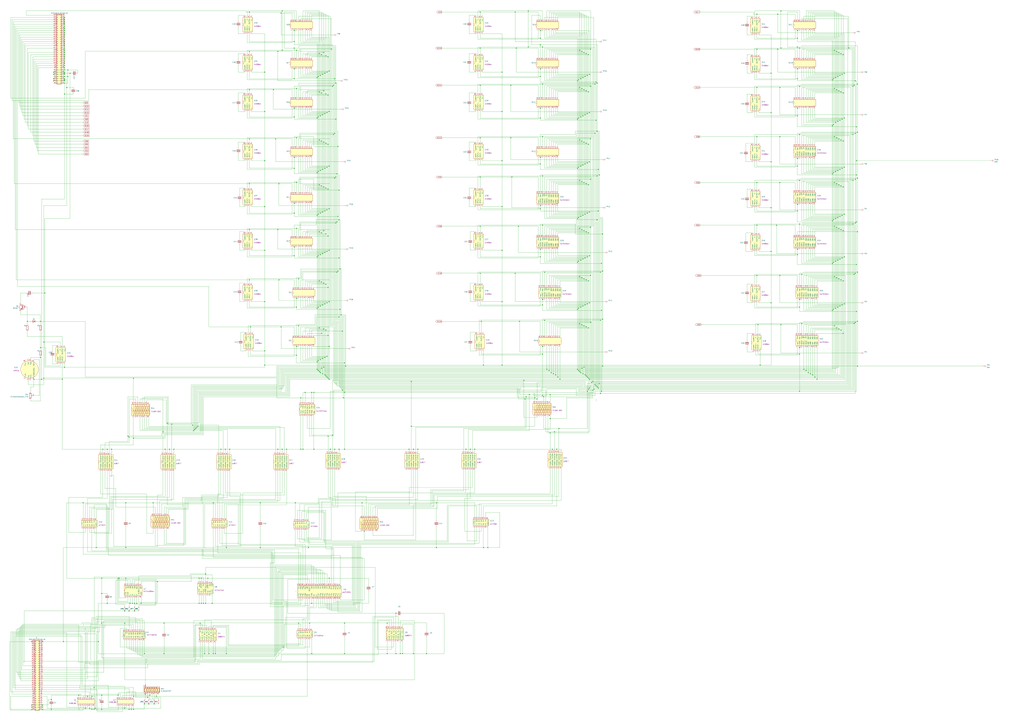
<source format=kicad_sch>
(kicad_sch (version 20231120) (generator "eeschema") (generator_version "8.0")
  (paper "A0")
  (title_block (title "DA 110.240.5440 BS") (rev "1.0") (company "Mattia's Software"))
  (junction (at 400.05 521.97))
  (junction (at 895.35 351.79))
  (junction (at 684.53 351.79))
  (junction (at 381 389.89))
  (junction (at 49.53 821.69))
  (junction (at 557.53 317.5))
  (junction (at 598.17 317.5))
  (junction (at 320.04 161.29))
  (junction (at 158.75 701.04))
  (junction (at 36.83 819.15))
  (junction (at 381 167.64))
  (junction (at 971.55 322.58))
  (junction (at 694.69 450.85))
  (junction (at 393.7 368.3))
  (junction (at 975.36 355.6))
  (junction (at 224.79 500.38))
  (junction (at 675.64 102.87))
  (junction (at 359.41 723.9))
  (junction (at 391.16 316.23))
  (junction (at 477.52 495.3))
  (junction (at 378.46 109.22))
  (junction (at 680.72 436.88))
  (junction (at 233.68 671.83))
  (junction (at 690.88 447.04))
  (junction (at 78.74 81.28))
  (junction (at 905.51 101.6))
  (junction (at 698.5 454.66))
  (junction (at 153.67 701.04))
  (junction (at 974.09 382.27))
  (junction (at 394.97 359.41))
  (junction (at 546.1 521.97))
  (junction (at 975.36 251.46))
  (junction (at 62.23 86.36))
  (junction (at 675.64 266.7))
  (junction (at 480.06 759.46))
  (junction (at 648.97 497.84))
  (junction (at 262.89 759.46))
  (junction (at 172.72 817.88))
  (junction (at 381 506.73))
  (junction (at 678.18 426.72))
  (junction (at 976.63 215.9))
  (junction (at 692.15 95.25))
  (junction (at 928.37 411.48))
  (junction (at 902.97 16.51))
  (junction (at 674.37 135.89))
  (junction (at 621.03 462.28))
  (junction (at 905.51 158.75))
  (junction (at 970.28 358.14))
  (junction (at 675.64 427.99))
  (junction (at 370.84 431.8))
  (junction (at 74.93 45.72))
  (junction (at 74.93 63.5))
  (junction (at 680.72 325.12))
  (junction (at 693.42 255.27))
  (junction (at 74.93 93.98))
  (junction (at 231.14 701.04))
  (junction (at 290.83 379.73))
  (junction (at 678.18 323.85))
  (junction (at 941.07 434.34))
  (junction (at 683.26 214.63))
  (junction (at 995.68 97.79))
  (junction (at 382.27 242.57))
  (junction (at 368.3 90.17))
  (junction (at 994.41 186.69))
  (junction (at 389.89 96.52))
  (junction (at 374.65 133.35))
  (junction (at 374.65 246.38))
  (junction (at 930.91 318.77))
  (junction (at 326.39 379.73))
  (junction (at 681.99 298.45))
  (junction (at 101.6 808.99))
  (junction (at 307.34 290.83))
  (junction (at 375.92 328.93))
  (junction (at 925.83 35.56))
  (junction (at 228.6 496.57))
  (junction (at 74.93 27.94))
  (junction (at 391.16 257.81))
  (junction (at 674.37 251.46))
  (junction (at 370.84 381))
  (junction (at 627.38 137.16))
  (junction (at 377.19 435.61))
  (junction (at 111.76 636.27))
  (junction (at 242.57 759.46))
  (junction (at 358.14 636.27))
  (junction (at 74.93 83.82))
  (junction (at 928.37 347.98))
  (junction (at 995.68 207.01))
  (junction (at 541.02 521.97))
  (junction (at 368.3 358.14))
  (junction (at 368.3 420.37))
  (junction (at 967.74 200.66))
  (junction (at 688.34 443.23))
  (junction (at 378.46 330.2))
  (junction (at 375.92 217.17))
  (junction (at 974.09 323.85))
  (junction (at 688.34 453.39))
  (junction (at 370.84 162.56))
  (junction (at 109.22 824.23))
  (junction (at 289.56 213.36))
  (junction (at 163.83 701.04))
  (junction (at 995.68 153.67))
  (junction (at 928.37 55.88))
  (junction (at 73.66 745.49))
  (junction (at 681.99 454.66))
  (junction (at 683.26 63.5))
  (junction (at 379.73 292.1))
  (junction (at 74.93 40.64))
  (junction (at 167.64 817.88))
  (junction (at 994.41 361.95))
  (junction (at 995.68 373.38))
  (junction (at 400.05 723.9))
  (junction (at 46.99 373.38))
  (junction (at 613.41 12.7))
  (junction (at 557.53 13.97))
  (junction (at 993.14 317.5))
  (junction (at 557.53 160.02))
  (junction (at 383.54 521.97))
  (junction (at 629.92 347.98))
  (junction (at 673.1 58.42))
  (junction (at 928.37 260.35))
  (junction (at 397.51 384.81))
  (junction (at 627.38 52.07))
  (junction (at 256.54 521.97))
  (junction (at 374.65 434.34))
  (junction (at 969.01 102.87))
  (junction (at 670.56 195.58))
  (junction (at 689.61 452.12))
  (junction (at 685.8 320.04))
  (junction (at 671.83 358.14))
  (junction (at 977.9 299.72))
  (junction (at 558.8 373.38))
  (junction (at 627.38 88.9))
  (junction (at 878.84 158.75))
  (junction (at 933.45 429.26))
  (junction (at 906.78 55.88))
  (junction (at 374.65 294.64))
  (junction (at 642.62 434.34))
  (junction (at 974.09 214.63))
  (junction (at 975.36 196.85))
  (junction (at 374.65 354.33))
  (junction (at 627.38 35.56))
  (junction (at 378.46 436.88))
  (junction (at 975.36 139.7))
  (junction (at 976.63 266.7))
  (junction (at 627.38 182.88))
  (junction (at 378.46 218.44))
  (junction (at 39.37 440.69))
  (junction (at 629.92 158.75))
  (junction (at 378.46 271.78))
  (junction (at 382.27 402.59))
  (junction (at 698.5 306.07))
  (junction (at 629.92 354.33))
  (junction (at 420.37 584.2))
  (junction (at 967.74 304.8))
  (junction (at 191.77 521.97))
  (junction (at 201.93 521.97))
  (junction (at 307.34 83.82))
  (junction (at 372.11 295.91))
  (junction (at 74.93 91.44))
  (junction (at 967.74 91.44))
  (junction (at 322.58 59.69))
  (junction (at 377.19 415.29))
  (junction (at 369.57 356.87))
  (junction (at 629.92 261.62))
  (junction (at 976.63 325.12))
  (junction (at 341.63 55.88))
  (junction (at 74.93 426.72))
  (junction (at 882.65 424.18))
  (junction (at 678.18 165.1))
  (junction (at 603.25 373.38))
  (junction (at 361.95 455.93))
  (junction (at 381 334.01))
  (junction (at 905.51 320.04))
  (junction (at 388.62 91.44))
  (junction (at 375.92 382.27))
  (junction (at 368.3 200.66))
  (junction (at 627.38 238.76))
  (junction (at 46.99 415.29))
  (junction (at 681.99 189.23))
  (junction (at 684.53 440.69))
  (junction (at 382.27 290.83))
  (junction (at 190.5 723.9))
  (junction (at 993.14 374.65))
  (junction (at 629.92 459.74))
  (junction (at 237.49 759.46))
  (junction (at 969.01 212.09))
  (junction (at 925.83 184.15))
  (junction (at 379.73 438.15))
  (junction (at 599.44 55.88))
  (junction (at 110.49 822.96))
  (junction (at 674.37 356.87))
  (junction (at 650.24 440.69))
  (junction (at 979.17 163.83))
  (junction (at 627.38 242.57))
  (junction (at 361.95 701.04))
  (junction (at 880.11 377.19))
  (junction (at 289.56 325.12))
  (junction (at 374.65 196.85))
  (junction (at 382.27 129.54))
  (junction (at 643.89 501.65))
  (junction (at 638.81 458.47))
  (junction (at 971.55 264.16))
  (junction (at 74.93 58.42))
  (junction (at 671.83 92.71))
  (junction (at 969.01 262.89))
  (junction (at 388.62 154.94))
  (junction (at 344.17 265.43))
  (junction (at 582.93 186.69))
  (junction (at 582.93 424.18))
  (junction (at 118.11 671.83))
  (junction (at 566.42 636.27))
  (junction (at 925.83 80.01))
  (junction (at 928.37 454.66))
  (junction (at 378.46 166.37))
  (junction (at 610.87 461.01))
  (junction (at 679.45 248.92))
  (junction (at 194.31 491.49))
  (junction (at 289.56 266.7))
  (junction (at 74.93 35.56))
  (junction (at 477.52 443.23))
  (junction (at 632.46 372.11))
  (junction (at 344.17 58.42))
  (junction (at 379.73 83.82))
  (junction (at 551.18 521.97))
  (junction (at 106.68 808.99))
  (junction (at 354.33 455.93))
  (junction (at 557.53 262.89))
  (junction (at 241.3 671.83))
  (junction (at 104.14 822.96))
  (junction (at 895.35 85.09))
  (junction (at 557.53 99.06))
  (junction (at 925.83 125.73))
  (junction (at 609.6 463.55))
  (junction (at 328.93 751.84))
  (junction (at 970.28 199.39))
  (junction (at 289.56 161.29))
  (junction (at 673.1 321.31))
  (junction (at 699.77 314.96))
  (junction (at 375.92 60.96))
  (junction (at 384.81 57.15))
  (junction (at 680.72 166.37))
  (junction (at 459.74 712.47))
  (junction (at 137.16 807.72))
  (junction (at 975.36 87.63))
  (junction (at 972.82 302.26))
  (junction (at 401.32 425.45))
  (junction (at 341.63 35.56))
  (junction (at 976.63 162.56))
  (junction (at 351.79 521.97))
  (junction (at 373.38 427.99))
  (junction (at 74.93 85.09))
  (junction (at 369.57 248.92))
  (junction (at 685.8 374.65))
  (junction (at 966.47 92.71))
  (junction (at 74.93 30.48))
  (junction (at 449.58 723.9))
  (junction (at 928.37 403.86))
  (junction (at 694.69 245.11))
  (junction (at 370.84 62.23))
  (junction (at 369.57 135.89))
  (junction (at 373.38 327.66))
  (junction (at 344.17 356.87))
  (junction (at 372.11 134.62))
  (junction (at 323.85 325.12))
  (junction (at 629.92 411.48))
  (junction (at 168.91 796.29))
  (junction (at 598.17 13.97))
  (junction (at 627.38 298.45))
  (junction (at 976.63 106.68))
  (junction (at 247.65 584.2))
  (junction (at 506.73 636.27))
  (junction (at 635 429.26))
  (junction (at 680.72 269.24))
  (junction (at 378.46 64.77))
  (junction (at 631.19 461.01))
  (junction (at 377.19 85.09))
  (junction (at 181.61 808.99))
  (junction (at 370.84 326.39))
  (junction (at 673.1 101.6))
  (junction (at 379.73 194.31))
  (junction (at 905.51 212.09))
  (junction (at 675.64 59.69))
  (junction (at 118.11 824.23))
  (junction (at 36.83 824.23))
  (junction (at 391.16 201.93))
  (junction (at 226.06 499.11))
  (junction (at 995.68 269.24))
  (junction (at 994.41 147.32))
  (junction (at 979.17 387.35))
  (junction (at 967.74 255.27))
  (junction (at 971.55 59.69))
  (junction (at 302.26 584.2))
  (junction (at 114.3 745.49))
  (junction (at 341.63 236.22))
  (junction (at 679.45 133.35))
  (junction (at 966.47 360.68))
  (junction (at 627.38 289.56))
  (junction (at 928.37 100.33))
  (junction (at 382.27 440.69))
  (junction (at 687.07 444.5))
  (junction (at 878.84 16.51))
  (junction (at 229.87 495.3))
  (junction (at 387.35 156.21))
  (junction (at 52.07 340.36))
  (junction (at 895.35 130.81))
  (junction (at 289.56 13.97))
  (junction (at 349.25 521.97))
  (junction (at 74.93 53.34))
  (junction (at 679.45 299.72))
  (junction (at 697.23 457.2))
  (junction (at 640.08 433.07))
  (junction (at 364.49 455.93))
  (junction (at 966.47 146.05))
  (junction (at 685.8 100.33))
  (junction (at 344.17 346.71))
  (junction (at 377.19 293.37))
  (junction (at 74.93 55.88))
  (junction (at 561.34 636.27))
  (junction (at 593.09 99.06))
  (junction (at 326.39 15.24))
  (junction (at 990.6 156.21))
  (junction (at 613.41 54.61))
  (junction (at 246.38 701.04))
  (junction (at 627.38 125.73))
  (junction (at 74.93 50.8))
  (junction (at 925.83 54.61))
  (junction (at 938.53 433.07))
  (junction (at 96.52 584.2))
  (junction (at 373.38 215.9))
  (junction (at 349.25 462.28))
  (junction (at 151.13 701.04))
  (junction (at 990.6 209.55))
  (junction (at 670.56 429.26))
  (junction (at 375.92 267.97))
  (junction (at 690.88 154.94))
  (junction (at 375.92 426.72))
  (junction (at 627.38 190.5))
  (junction (at 342.9 584.2))
  (junction (at 977.9 354.33))
  (junction (at 91.44 807.72))
  (junction (at 154.94 439.42))
  (junction (at 683.26 167.64))
  (junction (at 149.86 824.23))
  (junction (at 332.74 521.97))
  (junction (at 137.16 671.83))
  (junction (at 307.34 240.03))
  (junction (at 878.84 57.15))
  (junction (at 50.8 439.42))
  (junction (at 344.17 160.02))
  (junction (at 48.26 440.69))
  (junction (at 146.05 671.83))
  (junction (at 49.53 819.15))
  (junction (at 901.7 261.62))
  (junction (at 369.57 199.39))
  (junction (at 627.38 80.01))
  (junction (at 948.69 440.69))
  (junction (at 991.87 99.06))
  (junction (at 370.84 106.68))
  (junction (at 685.8 57.15))
  (junction (at 99.06 822.96))
  (junction (at 370.84 214.63))
  (junction (at 977.9 138.43))
  (junction (at 62.23 91.44))
  (junction (at 168.91 806.45))
  (junction (at 389.89 259.08))
  (junction (at 392.43 314.96))
  (junction (at 680.72 62.23))
  (junction (at 106.68 824.23))
  (junction (at 474.98 521.97))
  (junction (at 381 219.71))
  (junction (at 261.62 521.97))
  (junction (at 74.93 88.9))
  (junction (at 928.37 156.21))
  (junction (at 506.73 584.2))
  (junction (at 674.37 302.26))
  (junction (at 50.8 397.51))
  (junction (at 393.7 220.98))
  (junction (at 676.91 434.34))
  (junction (at 641.35 521.97))
  (junction (at 991.87 318.77))
  (junction (at 967.74 144.78))
  (junction (at 78.74 88.9))
  (junction (at 74.93 76.2))
  (junction (at 974.09 105.41))
  (junction (at 676.91 90.17))
  (junction (at 307.34 186.69))
  (junction (at 223.52 494.03))
  (junction (at 683.26 439.42))
  (junction (at 149.86 508))
  (junction (at 196.85 521.97))
  (junction (at 980.44 194.31))
  (junction (at 690.88 97.79))
  (junction (at 36.83 745.49))
  (junction (at 386.08 505.46))
  (junction (at 943.61 435.61))
  (junction (at 979.17 63.5))
  (junction (at 109.22 798.83))
  (junction (at 646.43 521.97))
  (junction (at 977.9 195.58))
  (junction (at 341.63 91.44))
  (junction (at 695.96 203.2))
  (junction (at 377.19 245.11))
  (junction (at 388.62 521.97))
  (junction (at 676.91 191.77))
  (junction (at 400.05 759.46))
  (junction (at 81.28 85.09))
  (junction (at 74.93 33.02))
  (junction (at 372.11 247.65))
  (junction (at 694.69 196.85))
  (junction (at 993.14 208.28))
  (junction (at 685.8 208.28))
  (junction (at 895.35 241.3))
  (junction (at 681.99 132.08))
  (junction (at 878.84 261.62))
  (junction (at 341.63 247.65))
  (junction (at 344.17 102.87))
  (junction (at 679.45 190.5))
  (junction (at 59.69 812.8))
  (junction (at 979.17 107.95))
  (junction (at 327.66 12.7))
  (junction (at 925.83 44.45))
  (junction (at 74.93 43.18))
  (junction (at 671.83 430.53))
  (junction (at 118.11 807.72))
  (junction (at 561.34 424.18))
  (junction (at 582.93 350.52))
  (junction (at 389.89 205.74))
  (junction (at 679.45 435.61))
  (junction (at 144.78 723.9))
  (junction (at 190.5 759.46))
  (junction (at 46.99 403.86))
  (junction (at 678.18 104.14))
  (junction (at 146.05 584.2))
  (junction (at 895.35 187.96))
  (junction (at 262.89 636.27))
  (junction (at 323.85 213.36))
  (junction (at 684.53 130.81))
  (junction (at 374.65 416.56))
  (junction (at 693.42 152.4))
  (junction (at 680.72 213.36))
  (junction (at 629.92 402.59))
  (junction (at 593.09 160.02))
  (junction (at 675.64 163.83))
  (junction (at 346.71 723.9))
  (junction (at 692.15 139.7))
  (junction (at 990.6 100.33))
  (junction (at 77.47 101.6))
  (junction (at 449.58 759.46))
  (junction (at 307.34 424.18))
  (junction (at 369.57 419.1))
  (junction (at 670.56 93.98))
  (junction (at 971.55 104.14))
  (junction (at 582.93 83.82))
  (junction (at 683.26 381))
  (junction (at 138.43 671.83))
  (junction (at 674.37 193.04))
  (junction (at 979.17 326.39))
  (junction (at 381 110.49))
  (junction (at 557.53 205.74))
  (junction (at 369.57 297.18))
  (junction (at 685.8 161.29))
  (junction (at 980.44 298.45))
  (junction (at 676.91 300.99))
  (junction (at 906.78 377.19))
  (junction (at 173.99 807.72))
  (junction (at 678.18 60.96))
  (junction (at 974.09 161.29))
  (junction (at 377.19 195.58))
  (junction (at 925.83 295.91))
  (junction (at 975.36 300.99))
  (junction (at 878.84 320.04))
  (junction (at 344.17 212.09))
  (junction (at 322.58 521.97))
  (junction (at 74.93 73.66))
  (junction (at 74.93 38.1))
  (junction (at 379.73 243.84))
  (junction (at 994.41 203.2))
  (junction (at 74.93 81.28))
  (junction (at 199.39 492.76))
  (junction (at 74.93 96.52))
  (junction (at 379.73 351.79))
  (junction (at 925.83 289.56))
  (junction (at 368.3 298.45))
  (junction (at 695.96 445.77))
  (junction (at 146.05 636.27))
  (junction (at 377.19 132.08))
  (junction (at 980.44 353.06))
  (junction (at 977.9 250.19))
  (junction (at 382.27 193.04))
  (junction (at 972.82 140.97))
  (junction (at 697.23 316.23))
  (junction (at 289.56 104.14))
  (junction (at 678.18 378.46))
  (junction (at 683.26 452.12))
  (junction (at 152.4 824.23))
  (junction (at 673.1 209.55))
  (junction (at 673.1 375.92))
  (junction (at 878.84 101.6))
  (junction (at 464.82 759.46))
  (junction (at 74.93 48.26))
  (junction (at 247.65 759.46))
  (junction (at 629.92 54.61))
  (junction (at 673.1 431.8))
  (junction (at 373.38 163.83))
  (junction (at 171.45 810.26))
  (junction (at 154.94 808.99))
  (junction (at 878.84 212.09))
  (junction (at 925.83 134.62))
  (junction (at 925.83 193.04))
  (junction (at 31.75 373.38))
  (junction (at 307.34 350.52))
  (junction (at 969.01 321.31))
  (junction (at 971.55 160.02))
  (junction (at 681.99 247.65))
  (junction (at 969.01 378.46))
  (junction (at 372.11 417.83))
  (junction (at 118.11 723.9))
  (junction (at 693.42 449.58))
  (junction (at 266.7 521.97))
  (junction (at 148.59 506.73))
  (junction (at 632.46 316.23))
  (junction (at 118.11 689.61))
  (junction (at 970.28 90.17))
  (junction (at 971.55 381))
  (junction (at 970.28 303.53))
  (junction (at 967.74 359.41))
  (junction (at 156.21 709.93))
  (junction (at 400.05 421.64))
  (junction (at 993.14 259.08))
  (junction (at 980.44 85.09))
  (junction (at 317.5 104.14))
  (junction (at 995.68 425.45))
  (junction (at 374.65 86.36))
  (junction (at 189.23 501.65))
  (junction (at 361.95 759.46))
  (junction (at 154.94 509.27))
  (junction (at 485.14 521.97))
  (junction (at 341.63 182.88))
  (junction (at 681.99 353.06))
  (junction (at 74.93 66.04))
  (junction (at 379.73 414.02))
  (junction (at 129.54 521.97))
  (junction (at 681.99 87.63))
  (junction (at 637.54 430.53))
  (junction (at 74.93 92.71))
  (junction (at 231.14 671.83))
  (junction (at 124.46 701.04))
  (junction (at 683.26 270.51))
  (junction (at 966.47 256.54))
  (junction (at 341.63 195.58))
  (junction (at 895.35 292.1))
  (junction (at 341.63 297.18))
  (junction (at 608.33 441.96))
  (junction (at 684.53 297.18))
  (junction (at 144.78 709.93))
  (junction (at 238.76 666.75))
  (junction (at 394.97 312.42))
  (junction (at 393.7 255.27))
  (junction (at 382.27 82.55))
  (junction (at 307.34 129.54))
  (junction (at 182.88 675.64))
  (junction (at 346.71 323.85))
  (junction (at 946.15 438.15))
  (junction (at 154.94 824.23))
  (junction (at 289.56 59.69))
  (junction (at 645.16 435.61))
  (junction (at 972.82 88.9))
  (junction (at 928.37 209.55))
  (junction (at 971.55 213.36))
  (junction (at 74.93 22.86))
  (junction (at 979.17 217.17))
  (junction (at 972.82 356.87))
  (junction (at 680.72 105.41))
  (junction (at 74.93 71.12))
  (junction (at 679.45 354.33))
  (junction (at 373.38 63.5))
  (junction (at 341.63 80.01))
  (junction (at 678.18 267.97))
  (junction (at 233.68 701.04))
  (junction (at 629.92 97.79))
  (junction (at 62.23 83.82))
  (junction (at 369.57 88.9))
  (junction (at 381 439.42))
  (junction (at 480.06 521.97))
  (junction (at 601.98 262.89))
  (junction (at 388.62 207.01))
  (junction (at 381 66.04))
  (junction (at 674.37 91.44))
  (junction (at 372.11 433.07))
  (junction (at 322.58 266.7))
  (junction (at 698.5 360.68))
  (junction (at 638.81 502.92))
  (junction (at 307.34 407.67))
  (junction (at 74.93 109.22))
  (junction (at 59.69 824.23))
  (junction (at 341.63 287.02))
  (junction (at 373.38 270.51))
  (junction (at 227.33 497.84))
  (junction (at 167.64 759.46))
  (junction (at 977.9 86.36))
  (junction (at 699.77 425.45))
  (junction (at 692.15 448.31))
  (junction (at 373.38 107.95))
  (junction (at 378.46 383.54))
  (junction (at 495.3 759.46))
  (junction (at 369.57 430.53))
  (junction (at 392.43 251.46))
  (junction (at 679.45 88.9))
  (junction (at 344.17 402.59))
  (junction (at 386.08 100.33))
  (junction (at 236.22 701.04))
  (junction (at 372.11 355.6))
  (junction (at 119.38 521.97))
  (junction (at 582.93 240.03))
  (junction (at 674.37 433.07))
  (junction (at 381 274.32))
  (junction (at 74.93 68.58))
  (junction (at 683.26 326.39))
  (junction (at 671.83 303.53))
  (junction (at 974.09 265.43))
  (junction (at 467.36 759.46))
  (junction (at 372.11 198.12))
  (junction (at 392.43 170.18))
  (junction (at 344.17 412.75))
  (junction (at 377.19 353.06))
  (junction (at 582.93 290.83))
  (junction (at 149.86 709.93))
  (junction (at 970.28 142.24))
  (junction (at 341.63 48.26))
  (junction (at 980.44 137.16))
  (junction (at 676.91 250.19))
  (junction (at 699.77 370.84))
  (junction (at 990.6 260.35))
  (junction (at 969.01 58.42))
  (junction (at 976.63 62.23))
  (junction (at 156.21 701.04))
  (junction (at 74.93 25.4))
  (junction (at 993.14 154.94))
  (junction (at 393.7 521.97))
  (junction (at 250.19 759.46))
  (junction (at 375.92 165.1))
  (junction (at 906.78 12.7))
  (junction (at 676.91 134.62))
  (junction (at 327.66 521.97))
  (junction (at 972.82 198.12))
  (junction (at 372.11 87.63))
  (junction (at 670.56 304.8))
  (junction (at 693.42 204.47))
  (junction (at 582.93 129.54))
  (junction (at 144.78 822.96))
  (junction (at 699.77 271.78))
  (junction (at 302.26 636.27))
  (junction (at 925.83 91.44))
  (junction (at 935.99 430.53))
  (junction (at 238.76 701.04))
  (junction (at 623.57 463.55))
  (junction (at 647.7 438.15))
  (junction (at 993.14 93.98))
  (junction (at 594.36 205.74))
  (junction (at 74.93 78.74))
  (junction (at 673.1 162.56))
  (junction (at 671.83 252.73))
  (junction (at 389.89 138.43))
  (junction (at 995.68 316.23))
  (junction (at 670.56 138.43))
  (junction (at 966.47 201.93))
  (junction (at 422.9101 617.265))
  (junction (at 36.83 821.69))
  (junction (at 379.73 130.81))
  (junction (at 902.97 57.15))
  (junction (at 685.8 264.16))
  (junction (at 675.64 210.82))
  (junction (at 397.51 453.39))
  (junction (at 398.78 462.28))
  (junction (at 557.53 55.88))
  (junction (at 673.1 265.43))
  (junction (at 680.72 379.73))
  (junction (at 387.35 99.06))
  (junction (at 966.47 306.07))
  (junction (at 614.68 458.47))
  (junction (at 629.92 204.47))
  (junction (at 341.63 125.73))
  (junction (at 74.93 60.96))
  (junction (at 400.05 455.93))
  (junction (at 74.93 20.32))
  (junction (at 979.17 267.97))
  (junction (at 991.87 375.92))
  (junction (at 675.64 322.58))
  (junction (at 382.27 350.52))
  (junction (at 393.7 299.72))
  (junction (at 638.81 486.41))
  (junction (at 341.63 135.89))
  (junction (at 368.3 429.26))
  (junction (at 627.38 44.45))
  (junction (at 74.93 86.36))
  (junction (at 925.83 237.49))
  (junction (at 683.26 106.68))
  (junction (at 972.82 252.73))
  (junction (at 969.01 158.75))
  (junction (at 375.92 105.41))
  (junction (at 368.3 137.16))
  (junction (at 994.41 257.81))
  (junction (at 179.07 817.88))
  (junction (at 327.66 58.42))
  (junction (at 684.53 86.36))
  (junction (at 346.71 378.46))
  (junction (at 124.46 521.97))
  (junction (at 364.49 521.97))
  (junction (at 373.38 387.35))
  (junction (at 670.56 254))
  (junction (at 671.83 194.31))
  (junction (at 693.42 96.52))
  (junction (at 684.53 246.38))
  (junction (at 697.23 372.11))
  (junction (at 72.39 440.69))
  (junction (at 980.44 248.92))
  (junction (at 370.84 269.24))
  (junction (at 177.8 584.2))
  (junction (at 684.53 450.85))
  (junction (at 675.64 377.19))
  (junction (at 928.37 356.87))
  (junction (at 970.28 254))
  (junction (at 396.24 365.76))
  (junction (at 671.83 137.16))
  (junction (at 459.74 759.46))
  (junction (at 930.91 375.92))
  (junction (at 994.41 307.34))
  (junction (at 684.53 187.96))
  (junction (at 681.99 438.15))
  (junction (at 925.83 245.11))
  (junction (at 368.3 250.19))
  (junction (at 49.53 745.49))
  (junction (at 382.27 671.83))
  (junction (at 976.63 383.54))
  (junction (at 232.41 723.9))
  (junction (at 49.53 824.23))
  (junction (at 670.56 359.41))
  (junction (at 678.18 212.09))
  (junction (at 676.91 355.6))
  (junction (at 974.09 60.96))
  (junction (at 985.52 55.88))
  (junction (at 62.23 93.98))
  (wire (pts (xy 462.28 716.28) (xy 433.07 716.28)))
  (wire (pts (xy 378.46 330.2) (xy 378.46 271.78)))
  (wire (pts (xy 391.16 204.47) (xy 391.16 201.93)))
  (wire (pts (xy 557.53 165.1) (xy 557.53 160.02)))
  (wire (pts (xy 231.14 455.93) (xy 331.47 455.93)))
  (wire (pts (xy 419.1 699.77) (xy 419.1 632.46)))
  (wire (pts (xy 382.27 129.54) (xy 382.27 82.55)))
  (wire (pts (xy 669.29 158.75) (xy 629.92 158.75)))
  (wire (pts (xy 62.23 25.4) (xy 15.24 25.4)))
  (wire (pts (xy 621.03 462.28) (xy 621.03 455.93)))
  (wire (pts (xy 394.97 645.16) (xy 394.97 678.18)))
  (wire (pts (xy 161.29 694.69) (xy 161.29 699.77)))
  (wire (pts (xy 941.07 15.24) (xy 941.07 22.86)))
  (wire (pts (xy 905.51 212.09) (xy 923.29 212.09)))
  (wire (pts (xy 372.11 87.63) (xy 372.11 134.62)))
  (wire (pts (xy 925.83 307.34) (xy 925.83 295.91)))
  (wire (pts (xy 966.47 256.54) (xy 966.47 201.93)))
  (wire (pts (xy 386.08 646.43) (xy 386.08 633.73)))
  (wire (pts (xy 386.08 322.58) (xy 384.81 322.58)))
  (wire (pts (xy 693.42 449.58) (xy 988.06 449.58)))
  (wire (pts (xy 694.69 196.85) (xy 694.69 153.67)))
  (wire (pts (xy 364.49 389.89) (xy 381 389.89)))
  (wire (pts (xy 240.03 728.98) (xy 240.03 726.44)))
  (wire (pts (xy 923.29 16.51) (xy 923.29 22.86)))
  (wire (pts (xy 648.97 576.58) (xy 648.97 544.83)))
  (wire (pts (xy 323.85 238.76) (xy 400.05 238.76)))
  (wire (pts (xy 214.63 631.19) (xy 214.63 579.12)))
  (wire (pts (xy 160.02 744.22) (xy 160.02 760.73)))
  (wire (pts (xy 943.61 220.98) (xy 943.61 215.9)))
  (wire (pts (xy 932.18 154.94) (xy 932.18 156.21)))
  (wire (pts (xy 153.67 701.04) (xy 156.21 701.04)))
  (wire (pts (xy 698.5 360.68) (xy 698.5 306.07)))
  (wire (pts (xy 261.62 572.77) (xy 261.62 547.37)))
  (wire (pts (xy 394.97 367.03) (xy 394.97 359.41)))
  (wire (pts (xy 582.93 83.82) (xy 560.07 83.82)))
  (wire (pts (xy 186.69 810.26) (xy 186.69 822.96)))
  (wire (pts (xy 938.53 125.73) (xy 938.53 140.97)))
  (wire (pts (xy 129.54 577.85) (xy 129.54 619.76)))
  (wire (pts (xy 74.93 45.72) (xy 74.93 48.26)))
  (wire (pts (xy 74.93 91.44) (xy 74.93 92.71)))
  (wire (pts (xy 681.99 189.23) (xy 681.99 132.08)))
  (wire (pts (xy 189.23 501.65) (xy 232.41 501.65)))
  (wire (pts (xy 697.23 372.11) (xy 697.23 316.23)))
  (wire (pts (xy 326.39 379.73) (xy 326.39 405.13)))
  (wire (pts (xy 676.91 90.17) (xy 676.91 40.64)))
  (wire (pts (xy 24.13 340.36) (xy 30.48 340.36)))
  (wire (pts (xy 970.28 142.24) (xy 970.28 90.17)))
  (wire (pts (xy 31.75 373.38) (xy 35.56 373.38)))
  (wire (pts (xy 393.7 368.3) (xy 367.03 368.3)))
  (wire (pts (xy 276.86 123.19) (xy 276.86 129.54)))
  (wire (pts (xy 637.54 320.04) (xy 637.54 331.47)))
  (wire (pts (xy 627.38 35.56) (xy 629.92 35.56)))
  (wire (pts (xy 392.43 204.47) (xy 391.16 204.47)))
  (wire (pts (xy 78.74 96.52) (xy 78.74 88.9)))
  (wire (pts (xy 118.11 824.23) (xy 149.86 824.23)))
  (wire (pts (xy 386.08 100.33) (xy 349.25 100.33)))
  (wire (pts (xy 670.56 457.2) (xy 697.23 457.2)))
  (wire (pts (xy 933.45 255.27) (xy 967.74 255.27)))
  (wire (pts (xy 604.52 448.31) (xy 604.52 447.04)))
  (wire (pts (xy 657.86 486.41) (xy 657.86 462.28)))
  (wire (pts (xy 935.99 80.01) (xy 935.99 90.17)))
  (wire (pts (xy 17.78 30.48) (xy 17.78 266.7)))
  (wire (pts (xy 680.72 379.73) (xy 680.72 325.12)))
  (wire (pts (xy 322.58 59.69) (xy 339.09 59.69)))
  (wire (pts (xy 674.37 453.39) (xy 674.37 448.31)))
  (wire (pts (xy 386.08 441.96) (xy 608.33 441.96)))
  (wire (pts (xy 356.87 483.87) (xy 356.87 497.84)))
  (wire (pts (xy 693.42 52.07) (xy 627.38 52.07)))
  (wire (pts (xy 880.11 408.94) (xy 880.11 411.48)))
  (wire (pts (xy 935.99 318.77) (xy 991.87 318.77)))
  (wire (pts (xy 46.99 414.02) (xy 46.99 415.29)))
  (wire (pts (xy 74.93 109.22) (xy 74.93 231.14)))
  (wire (pts (xy 222.25 675.64) (xy 222.25 668.02)))
  (wire (pts (xy 384.81 323.85) (xy 383.54 323.85)))
  (wire (pts (xy 670.56 359.41) (xy 635 359.41)))
  (wire (pts (xy 378.46 109.22) (xy 378.46 64.77)))
  (wire (pts (xy 356.87 67.31) (xy 356.87 60.96)))
  (wire (pts (xy 676.91 300.99) (xy 676.91 250.19)))
  (wire (pts (xy 681.99 438.15) (xy 946.15 438.15)))
  (wire (pts (xy 972.82 198.12) (xy 972.82 140.97)))
  (wire (pts (xy 359.41 16.51) (xy 359.41 22.86)))
  (wire (pts (xy 995.68 269.24) (xy 995.68 316.23)))
  (wire (pts (xy 96.52 123.19) (xy 22.86 123.19)))
  (wire (pts (xy 130.81 580.39) (xy 201.93 580.39)))
  (wire (pts (xy 109.22 798.83) (xy 109.22 670.56)))
  (wire (pts (xy 398.78 462.28) (xy 621.03 462.28)))
  (wire (pts (xy 995.68 373.38) (xy 995.68 425.45)))
  (wire (pts (xy 967.74 430.53) (xy 967.74 359.41)))
  (wire (pts (xy 975.36 87.63) (xy 975.36 41.91)))
  (wire (pts (xy 152.4 744.22) (xy 152.4 755.65)))
  (wire (pts (xy 48.26 231.14) (xy 48.26 440.69)))
  (wire (pts (xy 905.51 158.75) (xy 905.51 190.5)))
  (wire (pts (xy 246.38 701.04) (xy 246.38 692.15)))
  (wire (pts (xy 154.94 808.99) (xy 154.94 810.26)))
  (wire (pts (xy 687.07 461.01) (xy 687.07 450.85)))
  (wire (pts (xy 928.37 411.48) (xy 928.37 403.86)))
  (wire (pts (xy 49.53 745.49) (xy 73.66 745.49)))
  (wire (pts (xy 386.08 209.55) (xy 386.08 158.75)))
  (wire (pts (xy 688.34 55.88) (xy 632.46 55.88)))
  (wire (pts (xy 637.54 273.05) (xy 637.54 265.43)))
  (wire (pts (xy 551.18 584.2) (xy 551.18 600.71)))
  (wire (pts (xy 74.93 96.52) (xy 78.74 96.52)))
  (wire (pts (xy 544.83 31.75) (xy 544.83 39.37)))
  (wire (pts (xy 692.15 95.25) (xy 627.38 95.25)))
  (wire (pts (xy 354.33 163.83) (xy 373.38 163.83)))
  (wire (pts (xy 554.99 218.44) (xy 554.99 204.47)))
  (wire (pts (xy 995.68 153.67) (xy 995.68 207.01)))
  (wire (pts (xy 341.63 287.02) (xy 344.17 287.02)))
  (wire (pts (xy 675.64 447.04) (xy 605.79 447.04)))
  (wire (pts (xy 393.7 521.97) (xy 400.05 521.97)))
  (wire (pts (xy 387.35 156.21) (xy 387.35 100.33)))
  (wire (pts (xy 256.54 521.97) (xy 261.62 521.97)))
  (wire (pts (xy 645.16 273.05) (xy 645.16 269.24)))
  (wire (pts (xy 632.46 20.32) (xy 632.46 22.86)))
  (wire (pts (xy 364.49 334.01) (xy 381 334.01)))
  (wire (pts (xy 693.42 96.52) (xy 693.42 52.07)))
  (wire (pts (xy 278.13 290.83) (xy 284.48 290.83)))
  (wire (pts (xy 247.65 584.2) (xy 302.26 584.2)))
  (wire (pts (xy 242.57 759.46) (xy 247.65 759.46)))
  (wire (pts (xy 635 317.5) (xy 635 331.47)))
  (wire (pts (xy 222.25 447.04) (xy 322.58 447.04)))
  (wire (pts (xy 281.94 619.76) (xy 281.94 572.77)))
  (wire (pts (xy 12.7 825.5) (xy 91.44 825.5)))
  (wire (pts (xy 386.08 321.31) (xy 386.08 264.16)))
  (wire (pts (xy 45.72 417.83) (xy 39.37 417.83)))
  (wire (pts (xy 979.17 63.5) (xy 946.15 63.5)))
  (wire (pts (xy 558.8 373.38) (xy 603.25 373.38)))
  (wire (pts (xy 137.16 671.83) (xy 138.43 671.83)))
  (wire (pts (xy 154.94 824.23) (xy 167.64 824.23)))
  (wire (pts (xy 26.67 725.17) (xy 95.25 725.17)))
  (wire (pts (xy 647.7 187.96) (xy 647.7 182.88)))
  (wire (pts (xy 361.95 759.46) (xy 361.95 742.95)))
  (wire (pts (xy 377.19 85.09) (xy 377.19 45.72)))
  (wire (pts (xy 692.15 153.67) (xy 692.15 139.7)))
  (wire (pts (xy 351.79 718.82) (xy 358.14 718.82)))
  (wire (pts (xy 513.08 373.38) (xy 558.8 373.38)))
  (wire (pts (xy 638.81 486.41) (xy 638.81 483.87)))
  (wire (pts (xy 354.33 170.18) (xy 354.33 163.83)))
  (wire (pts (xy 234.95 746.76) (xy 234.95 765.81)))
  (wire (pts (xy 699.77 271.78) (xy 699.77 252.73)))
  (wire (pts (xy 504.19 575.31) (xy 643.89 575.31)))
  (wire (pts (xy 400.05 367.03) (xy 394.97 367.03)))
  (wire (pts (xy 608.33 485.14) (xy 608.33 441.96)))
  (wire (pts (xy 356.87 354.33) (xy 374.65 354.33)))
  (wire (pts (xy 185.42 596.9) (xy 185.42 581.66)))
  (wire (pts (xy 933.45 429.26) (xy 933.45 403.86)))
  (wire (pts (xy 180.34 703.58) (xy 161.29 703.58)))
  (wire (pts (xy 645.16 298.45) (xy 645.16 289.56)))
  (wire (pts (xy 631.19 497.84) (xy 631.19 483.87)))
  (wire (pts (xy 31.75 384.81) (xy 31.75 391.16)))
  (wire (pts (xy 671.83 430.53) (xy 935.99 430.53)))
  (wire (pts (xy 356.87 346.71) (xy 356.87 354.33)))
  (wire (pts (xy 546.1 342.9) (xy 546.1 350.52)))
  (wire (pts (xy 186.69 822.96) (xy 144.78 822.96)))
  (wire (pts (xy 154.94 516.89) (xy 154.94 509.27)))
  (wire (pts (xy 361.95 67.31) (xy 361.95 66.04)))
  (wire (pts (xy 129.54 577.85) (xy 196.85 577.85)))
  (wire (pts (xy 276.86 76.2) (xy 276.86 83.82)))
  (wire (pts (xy 967.74 144.78) (xy 967.74 200.66)))
  (wire (pts (xy 501.65 570.23) (xy 538.48 570.23)))
  (wire (pts (xy 179.07 806.45) (xy 179.07 810.26)))
  (wire (pts (xy 681.99 132.08) (xy 645.16 132.08)))
  (wire (pts (xy 398.78 368.3) (xy 393.7 368.3)))
  (wire (pts (xy 683.26 214.63) (xy 647.7 214.63)))
  (wire (pts (xy 165.1 718.82) (xy 165.1 731.52)))
  (wire (pts (xy 99.06 438.15) (xy 321.31 438.15)))
  (wire (pts (xy 40.64 71.12) (xy 62.23 71.12)))
  (wire (pts (xy 671.83 455.93) (xy 689.61 455.93)))
  (wire (pts (xy 697.23 316.23) (xy 632.46 316.23)))
  (wire (pts (xy 254 576.58) (xy 254 547.37)))
  (wire (pts (xy 637.54 182.88) (xy 637.54 193.04)))
  (wire (pts (xy 149.86 514.35) (xy 121.92 514.35)))
  (wire (pts (xy 165.1 744.22) (xy 165.1 763.27)))
  (wire (pts (xy 49.53 781.05) (xy 120.65 781.05)))
  (wire (pts (xy 967.74 45.72) (xy 967.74 91.44)))
  (wire (pts (xy 880.11 387.35) (xy 880.11 377.19)))
  (wire (pts (xy 383.54 104.14) (xy 346.71 104.14)))
  (wire (pts (xy 414.02 702.31) (xy 414.02 628.65)))
  (wire (pts (xy 647.7 353.06) (xy 647.7 347.98)))
  (wire (pts (xy 276.86 83.82) (xy 284.48 83.82)))
  (wire (pts (xy 349.25 199.39) (xy 369.57 199.39)))
  (wire (pts (xy 237.49 720.09) (xy 354.33 720.09)))
  (wire (pts (xy 359.41 389.89) (xy 359.41 382.27)))
  (wire (pts (xy 876.3 351.79) (xy 876.3 358.14)))
  (wire (pts (xy 933.45 289.56) (xy 933.45 304.8)))
  (wire (pts (xy 637.54 13.97) (xy 637.54 22.86)))
  (wire (pts (xy 74.93 92.71) (xy 77.47 92.71)))
  (wire (pts (xy 356.87 327.66) (xy 373.38 327.66)))
  (wire (pts (xy 982.98 377.19) (xy 933.45 377.19)))
  (wire (pts (xy 675.64 377.19) (xy 675.64 322.58)))
  (wire (pts (xy 557.53 88.9) (xy 627.38 88.9)))
  (wire (pts (xy 684.53 187.96) (xy 647.7 187.96)))
  (wire (pts (xy 935.99 262.89) (xy 969.01 262.89)))
  (wire (pts (xy 144.78 820.42) (xy 144.78 822.96)))
  (wire (pts (xy 74.93 109.22) (xy 85.09 109.22)))
  (wire (pts (xy 154.94 509.27) (xy 191.77 509.27)))
  (wire (pts (xy 582.93 240.03) (xy 582.93 186.69)))
  (wire (pts (xy 685.8 57.15) (xy 635 57.15)))
  (wire (pts (xy 372.11 48.26) (xy 372.11 87.63)))
  (wire (pts (xy 647.7 106.68) (xy 647.7 113.03)))
  (wire (pts (xy 156.21 702.31) (xy 181.61 702.31)))
  (wire (pts (xy 372.11 247.65) (xy 372.11 295.91)))
  (wire (pts (xy 449.58 723.9) (xy 495.3 723.9)))
  (wire (pts (xy 642.62 170.18) (xy 642.62 165.1)))
  (wire (pts (xy 981.71 443.23) (xy 981.71 320.04)))
  (wire (pts (xy 328.93 753.11) (xy 330.2 753.11)))
  (wire (pts (xy 349.25 207.01) (xy 349.25 223.52)))
  (wire (pts (xy 237.49 637.54) (xy 237.49 585.47)))
  (wire (pts (xy 933.45 377.19) (xy 933.45 387.35)))
  (wire (pts (xy 368.3 250.19) (xy 368.3 200.66)))
  (wire (pts (xy 162.56 731.52) (xy 162.56 720.09)))
  (wire (pts (xy 41.91 73.66) (xy 62.23 73.66)))
  (wire (pts (xy 935.99 44.45) (xy 935.99 35.56)))
  (wire (pts (xy 226.06 726.44) (xy 226.06 769.62)))
  (wire (pts (xy 257.81 633.73) (xy 257.81 614.68)))
  (wire (pts (xy 167.64 744.22) (xy 167.64 759.46)))
  (wire (pts (xy 867.41 33.02) (xy 867.41 40.64)))
  (wire (pts (xy 289.56 129.54) (xy 289.56 135.89)))
  (wire (pts (xy 688.34 453.39) (xy 688.34 452.12)))
  (wire (pts (xy 96.52 153.67) (xy 35.56 153.67)))
  (wire (pts (xy 381 389.89) (xy 381 334.01)))
  (wire (pts (xy 386.08 210.82) (xy 384.81 210.82)))
  (wire (pts (xy 74.93 68.58) (xy 74.93 71.12)))
  (wire (pts (xy 477.52 495.3) (xy 477.52 443.23)))
  (wire (pts (xy 389.89 207.01) (xy 388.62 207.01)))
  (wire (pts (xy 684.53 501.65) (xy 684.53 450.85)))
  (wire (pts (xy 358.14 615.95) (xy 358.14 636.27)))
  (wire (pts (xy 265.43 749.3) (xy 351.79 749.3)))
  (wire (pts (xy 389.89 586.74) (xy 389.89 577.85)))
  (wire (pts (xy 467.36 759.46) (xy 480.06 759.46)))
  (wire (pts (xy 933.45 113.03) (xy 933.45 100.33)))
  (wire (pts (xy 326.39 754.38) (xy 326.39 665.48)))
  (wire (pts (xy 689.61 453.39) (xy 991.87 453.39)))
  (wire (pts (xy 139.7 806.45) (xy 139.7 810.26)))
  (wire (pts (xy 895.35 130.81) (xy 881.38 130.81)))
  (wire (pts (xy 361.95 219.71) (xy 381 219.71)))
  (wire (pts (xy 96.52 179.07) (xy 44.45 179.07)))
  (wire (pts (xy 645.16 389.89) (xy 645.16 378.46)))
  (wire (pts (xy 970.28 254) (xy 970.28 199.39)))
  (wire (pts (xy 647.7 246.38) (xy 647.7 238.76)))
  (wire (pts (xy 326.39 758.19) (xy 326.39 755.65)))
  (wire (pts (xy 349.25 312.42) (xy 349.25 322.58)))
  (wire (pts (xy 933.45 144.78) (xy 967.74 144.78)))
  (wire (pts (xy 557.53 44.45) (xy 627.38 44.45)))
  (wire (pts (xy 867.41 25.4) (xy 867.41 19.05)))
  (wire (pts (xy 935.99 430.53) (xy 967.74 430.53)))
  (wire (pts (xy 384.81 581.66) (xy 651.51 581.66)))
  (wire (pts (xy 689.61 455.93) (xy 689.61 453.39)))
  (wire (pts (xy 368.3 429.26) (xy 635 429.26)))
  (wire (pts (xy 386.08 54.61) (xy 386.08 52.07)))
  (wire (pts (xy 923.29 212.09) (xy 923.29 220.98)))
  (wire (pts (xy 354.33 215.9) (xy 373.38 215.9)))
  (wire (pts (xy 972.82 140.97) (xy 972.82 88.9)))
  (wire (pts (xy 276.86 129.54) (xy 284.48 129.54)))
  (wire (pts (xy 991.87 99.06) (xy 932.18 99.06)))
  (wire (pts (xy 989.33 57.15) (xy 930.91 57.15)))
  (wire (pts (xy 389.89 318.77) (xy 388.62 318.77)))
  (wire (pts (xy 669.29 459.74) (xy 690.88 459.74)))
  (wire (pts (xy 101.6 734.06) (xy 101.6 788.67)))
  (wire (pts (xy 151.13 673.1) (xy 151.13 678.18)))
  (wire (pts (xy 113.03 826.77) (xy 142.24 826.77)))
  (wire (pts (xy 234.95 637.54) (xy 234.95 648.97)))
  (wire (pts (xy 635 303.53) (xy 671.83 303.53)))
  (wire (pts (xy 685.8 208.28) (xy 635 208.28)))
  (wire (pts (xy 22.86 40.64) (xy 62.23 40.64)))
  (wire (pts (xy 627.38 260.35) (xy 627.38 273.05)))
  (wire (pts (xy 635 429.26) (xy 635 402.59)))
  (wire (pts (xy 201.93 580.39) (xy 201.93 547.37)))
  (wire (pts (xy 156.21 701.04) (xy 158.75 701.04)))
  (wire (pts (xy 104.14 618.49) (xy 127 618.49)))
  (wire (pts (xy 377.19 245.11) (xy 377.19 195.58)))
  (wire (pts (xy 688.34 317.5) (xy 635 317.5)))
  (wire (pts (xy 231.14 491.49) (xy 231.14 455.93)))
  (wire (pts (xy 635 238.76) (xy 635 252.73)))
  (wire (pts (xy 287.02 328.93) (xy 287.02 323.85)))
  (wire (pts (xy 435.61 599.44) (xy 435.61 588.01)))
  (wire (pts (xy 341.63 52.07) (xy 341.63 48.26)))
  (wire (pts (xy 370.84 162.56) (xy 370.84 214.63)))
  (wire (pts (xy 935.99 158.75) (xy 969.01 158.75)))
  (wire (pts (xy 905.51 101.6) (xy 923.29 101.6)))
  (wire (pts (xy 232.41 723.9) (xy 232.41 728.98)))
  (wire (pts (xy 477.52 524.51) (xy 477.52 495.3)))
  (wire (pts (xy 386.08 441.96) (xy 386.08 505.46)))
  (wire (pts (xy 351.79 346.71) (xy 351.79 356.87)))
  (wire (pts (xy 361.95 125.73) (xy 361.95 129.54)))
  (wire (pts (xy 17.78 801.37) (xy 17.78 739.14)))
  (wire (pts (xy 640.08 170.18) (xy 640.08 163.83)))
  (wire (pts (xy 127 553.72) (xy 129.54 553.72)))
  (wire (pts (xy 670.56 429.26) (xy 933.45 429.26)))
  (wire (pts (xy 638.81 574.04) (xy 638.81 544.83)))
  (wire (pts (xy 557.53 39.37) (xy 557.53 44.45)))
  (wire (pts (xy 500.38 568.96) (xy 543.56 568.96)))
  (wire (pts (xy 640.08 433.07) (xy 640.08 402.59)))
  (wire (pts (xy 617.22 17.78) (xy 627.38 17.78)))
  (wire (pts (xy 29.21 53.34) (xy 29.21 142.24)))
  (wire (pts (xy 345.44 603.25) (xy 345.44 593.09)))
  (wire (pts (xy 27.94 50.8) (xy 62.23 50.8)))
  (wire (pts (xy 190.5 632.46) (xy 215.9 632.46)))
  (wire (pts (xy 374.65 133.35) (xy 374.65 86.36)))
  (wire (pts (xy 250.19 585.47) (xy 250.19 601.98)))
  (wire (pts (xy 374.65 86.36) (xy 374.65 46.99)))
  (wire (pts (xy 384.81 101.6) (xy 384.81 58.42)))
  (wire (pts (xy 946.15 85.09) (xy 946.15 80.01)))
  (wire (pts (xy 369.57 579.12) (xy 388.62 579.12)))
  (wire (pts (xy 558.8 613.41) (xy 558.8 617.22)))
  (wire (pts (xy 544.83 172.72) (xy 544.83 165.1)))
  (wire (pts (xy 878.84 16.51) (xy 902.97 16.51)))
  (wire (pts (xy 346.71 208.28) (xy 346.71 210.82)))
  (wire (pts (xy 946.15 438.15) (xy 977.9 438.15)))
  (wire (pts (xy 687.07 99.06) (xy 687.07 158.75)))
  (wire (pts (xy 154.94 798.83) (xy 154.94 808.99)))
  (wire (pts (xy 392.43 257.81) (xy 391.16 257.81)))
  (wire (pts (xy 189.23 575.31) (xy 189.23 547.37)))
  (wire (pts (xy 195.58 494.03) (xy 223.52 494.03)))
  (wire (pts (xy 349.25 21.59) (xy 349.25 22.86)))
  (wire (pts (xy 627.38 373.38) (xy 627.38 389.89)))
  (wire (pts (xy 372.11 704.85) (xy 411.48 704.85)))
  (wire (pts (xy 139.7 730.25) (xy 147.32 730.25)))
  (wire (pts (xy 389.89 259.08) (xy 389.89 207.01)))
  (wire (pts (xy 72.39 521.97) (xy 119.38 521.97)))
  (wire (pts (xy 11.43 824.23) (xy 36.83 824.23)))
  (wire (pts (xy 645.16 17.78) (xy 645.16 22.86)))
  (wire (pts (xy 938.53 237.49) (xy 938.53 252.73)))
  (wire (pts (xy 369.57 585.47) (xy 369.57 579.12)))
  (wire (pts (xy 485.14 521.97) (xy 485.14 524.51)))
  (wire (pts (xy 694.69 245.11) (xy 694.69 254)))
  (wire (pts (xy 598.17 350.52) (xy 701.04 350.52)))
  (wire (pts (xy 383.54 102.87) (xy 383.54 59.69)))
  (wire (pts (xy 971.55 381) (xy 941.07 381)))
  (wire (pts (xy 935.99 199.39) (xy 970.28 199.39)))
  (wire (pts (xy 93.98 822.96) (xy 93.98 820.42)))
  (wire (pts (xy 635 429.26) (xy 670.56 429.26)))
  (wire (pts (xy 637.54 238.76) (xy 637.54 251.46)))
  (wire (pts (xy 81.28 254) (xy 52.07 254)))
  (wire (pts (xy 943.61 80.01) (xy 943.61 86.36)))
  (wire (pts (xy 354.33 236.22) (xy 354.33 246.38)))
  (wire (pts (xy 383.54 266.7) (xy 383.54 323.85)))
  (wire (pts (xy 988.06 101.6) (xy 930.91 101.6)))
  (wire (pts (xy 943.61 237.49) (xy 943.61 250.19)))
  (wire (pts (xy 610.87 461.01) (xy 600.71 461.01)))
  (wire (pts (xy 938.53 273.05) (xy 938.53 264.16)))
  (wire (pts (xy 967.74 255.27) (xy 967.74 304.8)))
  (wire (pts (xy 558.8 411.48) (xy 629.92 411.48)))
  (wire (pts (xy 325.12 755.65) (xy 325.12 662.94)))
  (wire (pts (xy 632.46 262.89) (xy 632.46 273.05)))
  (wire (pts (xy 640.08 375.92) (xy 673.1 375.92)))
  (wire (pts (xy 695.96 256.54) (xy 695.96 445.77)))
  (wire (pts (xy 388.62 521.97) (xy 388.62 524.51)))
  (wire (pts (xy 685.8 447.04) (xy 690.88 447.04)))
  (wire (pts (xy 361.95 656.59) (xy 361.95 678.18)))
  (wire (pts (xy 361.95 80.01) (xy 361.95 82.55)))
  (wire (pts (xy 392.43 374.65) (xy 387.35 374.65)))
  (wire (pts (xy 867.41 69.85) (xy 867.41 63.5)))
  (wire (pts (xy 256.54 574.04) (xy 256.54 547.37)))
  (wire (pts (xy 99.06 373.38) (xy 99.06 438.15)))
  (wire (pts (xy 930.91 153.67) (xy 930.91 154.94)))
  (wire (pts (xy 519.43 628.65) (xy 519.43 586.74)))
  (wire (pts (xy 561.34 600.71) (xy 561.34 588.01)))
  (wire (pts (xy 354.33 704.85) (xy 354.33 695.96)))
  (wire (pts (xy 680.72 105.41) (xy 680.72 62.23)))
  (wire (pts (xy 339.09 196.85) (xy 339.09 182.88)))
  (wire (pts (xy 342.9 584.2) (xy 342.9 603.25)))
  (wire (pts (xy 876.3 260.35) (xy 928.37 260.35)))
  (wire (pts (xy 439.42 760.73) (xy 439.42 721.36)))
  (wire (pts (xy 692.15 260.35) (xy 688.34 260.35)))
  (wire (pts (xy 132.08 552.45) (xy 132.08 635)))
  (wire (pts (xy 326.39 379.73) (xy 341.63 379.73)))
  (wire (pts (xy 387.35 699.77) (xy 419.1 699.77)))
  (wire (pts (xy 641.35 521.97) (xy 641.35 523.24)))
  (wire (pts (xy 635 80.01) (xy 635 92.71)))
  (wire (pts (xy 866.14 166.37) (xy 873.76 166.37)))
  (wire (pts (xy 640.08 289.56) (xy 640.08 300.99)))
  (wire (pts (xy 180.3401 614.725) (xy 180.3401 617.265)))
  (wire (pts (xy 991.87 453.39) (xy 991.87 375.92)))
  (wire (pts (xy 222.25 668.02) (xy 246.38 668.02)))
  (wire (pts (xy 969.01 431.8) (xy 969.01 378.46)))
  (wire (pts (xy 213.36 586.74) (xy 194.31 586.74)))
  (wire (pts (xy 162.56 720.09) (xy 110.49 720.09)))
  (wire (pts (xy 290.83 379.73) (xy 326.39 379.73)))
  (wire (pts (xy 699.77 271.78) (xy 668.02 271.78)))
  (wire (pts (xy 546.1 350.52) (xy 552.45 350.52)))
  (wire (pts (xy 99.06 732.79) (xy 99.06 728.98)))
  (wire (pts (xy 96.52 175.26) (xy 43.18 175.26)))
  (wire (pts (xy 118.11 824.23) (xy 118.11 819.15)))
  (wire (pts (xy 454.66 720.09) (xy 454.66 727.71)))
  (wire (pts (xy 170.18 770.89) (xy 97.79 770.89)))
  (wire (pts (xy 635 92.71) (xy 671.83 92.71)))
  (wire (pts (xy 119.38 765.81) (xy 232.41 765.81)))
  (wire (pts (xy 690.88 97.79) (xy 629.92 97.79)))
  (wire (pts (xy 347.98 629.92) (xy 347.98 615.95)))
  (wire (pts (xy 36.83 819.15) (xy 49.53 819.15)))
  (wire (pts (xy 49.53 798.83) (xy 105.41 798.83)))
  (wire (pts (xy 181.61 806.45) (xy 181.61 808.99)))
  (wire (pts (xy 513.08 262.89) (xy 557.53 262.89)))
  (wire (pts (xy 685.8 320.04) (xy 637.54 320.04)))
  (wire (pts (xy 391.16 201.93) (xy 391.16 153.67)))
  (wire (pts (xy 78.74 81.28) (xy 78.74 88.9)))
  (wire (pts (xy 146.05 612.14) (xy 146.05 636.27)))
  (wire (pts (xy 350.52 323.85) (xy 346.71 323.85)))
  (wire (pts (xy 330.2 448.31) (xy 330.2 434.34)))
  (wire (pts (xy 394.97 313.69) (xy 393.7 313.69)))
  (wire (pts (xy 946.15 267.97) (xy 979.17 267.97)))
  (wire (pts (xy 506.73 612.14) (xy 506.73 636.27)))
  (wire (pts (xy 356.87 695.96) (xy 356.87 717.55)))
  (wire (pts (xy 265.43 726.44) (xy 265.43 749.3)))
  (wire (pts (xy 925.83 54.61) (xy 925.83 67.31)))
  (wire (pts (xy 687.07 444.5) (xy 982.98 444.5)))
  (wire (pts (xy 383.54 454.66) (xy 628.65 454.66)))
  (wire (pts (xy 358.14 718.82) (xy 358.14 704.85)))
  (wire (pts (xy 642.62 347.98) (xy 642.62 355.6)))
  (wire (pts (xy 144.78 723.9) (xy 190.5 723.9)))
  (wire (pts (xy 236.22 701.04) (xy 238.76 701.04)))
  (wire (pts (xy 346.71 250.19) (xy 346.71 236.22)))
  (wire (pts (xy 647.7 86.36) (xy 647.7 80.01)))
  (wire (pts (xy 485.14 546.1) (xy 485.14 580.39)))
  (wire (pts (xy 31.75 356.87) (xy 31.75 373.38)))
  (wire (pts (xy 359.41 292.1) (xy 379.73 292.1)))
  (wire (pts (xy 383.54 19.05) (xy 346.71 19.05)))
  (wire (pts (xy 368.3 420.37) (xy 368.3 358.14)))
  (wire (pts (xy 377.19 353.06) (xy 377.19 293.37)))
  (wire (pts (xy 647.7 325.12) (xy 680.72 325.12)))
  (wire (pts (xy 880.11 377.19) (xy 906.78 377.19)))
  (wire (pts (xy 167.64 467.36) (xy 167.64 461.01)))
  (wire (pts (xy 979.17 17.78) (xy 946.15 17.78)))
  (wire (pts (xy 350.52 627.38) (xy 384.81 627.38)))
  (wire (pts (xy 285.75 13.97) (xy 289.56 13.97)))
  (wire (pts (xy 99.06 822.96) (xy 99.06 820.42)))
  (wire (pts (xy 173.99 806.45) (xy 173.99 807.72)))
  (wire (pts (xy 635 264.16) (xy 635 273.05)))
  (wire (pts (xy 392.43 251.46) (xy 392.43 204.47)))
  (wire (pts (xy 326.39 15.24) (xy 339.09 15.24)))
  (wire (pts (xy 212.09 577.85) (xy 212.09 589.28)))
  (wire (pts (xy 635 100.33) (xy 635 113.03)))
  (wire (pts (xy 690.88 454.66) (xy 698.5 454.66)))
  (wire (pts (xy 645.16 113.03) (xy 645.16 105.41)))
  (wire (pts (xy 123.19 585.47) (xy 123.19 638.81)))
  (wire (pts (xy 387.35 321.31) (xy 386.08 321.31)))
  (wire (pts (xy 43.18 175.26) (xy 43.18 76.2)))
  (wire (pts (xy 895.35 351.79) (xy 895.35 424.18)))
  (wire (pts (xy 373.38 163.83) (xy 373.38 107.95)))
  (wire (pts (xy 474.98 586.74) (xy 474.98 566.42)))
  (wire (pts (xy 627.38 289.56) (xy 629.92 289.56)))
  (wire (pts (xy 62.23 55.88) (xy 31.75 55.88)))
  (wire (pts (xy 993.14 317.5) (xy 993.14 259.08)))
  (wire (pts (xy 236.22 692.15) (xy 236.22 701.04)))
  (wire (pts (xy 90.17 81.28) (xy 90.17 85.09)))
  (wire (pts (xy 557.53 242.57) (xy 627.38 242.57)))
  (wire (pts (xy 538.48 570.23) (xy 538.48 546.1)))
  (wire (pts (xy 582.93 424.18) (xy 582.93 350.52)))
  (wire (pts (xy 322.58 521.97) (xy 327.66 521.97)))
  (wire (pts (xy 642.62 222.25) (xy 642.62 212.09)))
  (wire (pts (xy 867.41 241.3) (xy 873.76 241.3)))
  (wire (pts (xy 382.27 193.04) (xy 382.27 129.54)))
  (wire (pts (xy 557.53 55.88) (xy 599.44 55.88)))
  (wire (pts (xy 613.41 54.61) (xy 629.92 54.61)))
  (wire (pts (xy 255.27 601.98) (xy 255.27 582.93)))
  (wire (pts (xy 388.62 261.62) (xy 388.62 318.77)))
  (wire (pts (xy 62.23 81.28) (xy 74.93 81.28)))
  (wire (pts (xy 388.62 521.97) (xy 393.7 521.97)))
  (wire (pts (xy 687.07 450.85) (xy 694.69 450.85)))
  (wire (pts (xy 554.99 97.79) (xy 629.92 97.79)))
  (wire (pts (xy 233.68 502.92) (xy 233.68 458.47)))
  (wire (pts (xy 74.93 38.1) (xy 74.93 40.64)))
  (wire (pts (xy 538.48 524.51) (xy 538.48 497.84)))
  (wire (pts (xy 629.92 54.61) (xy 629.92 67.31)))
  (wire (pts (xy 627.38 298.45) (xy 627.38 289.56)))
  (wire (pts (xy 684.53 351.79) (xy 684.53 297.18)))
  (wire (pts (xy 645.16 435.61) (xy 679.45 435.61)))
  (wire (pts (xy 546.1 328.93) (xy 552.45 328.93)))
  (wire (pts (xy 372.11 48.26) (xy 351.79 48.26)))
  (wire (pts (xy 172.72 812.8) (xy 172.72 810.26)))
  (wire (pts (xy 513.08 13.97) (xy 557.53 13.97)))
  (wire (pts (xy 341.63 261.62) (xy 341.63 274.32)))
  (wire (pts (xy 979.17 163.83) (xy 979.17 107.95)))
  (wire (pts (xy 124.46 547.37) (xy 124.46 579.12)))
  (wire (pts (xy 137.16 807.72) (xy 137.16 810.26)))
  (wire (pts (xy 354.33 67.31) (xy 354.33 63.5)))
  (wire (pts (xy 923.29 45.72) (xy 923.29 35.56)))
  (wire (pts (xy 236.22 461.01) (xy 336.55 461.01)))
  (wire (pts (xy 180.34 674.37) (xy 180.34 703.58)))
  (wire (pts (xy 171.45 810.26) (xy 172.72 810.26)))
  (wire (pts (xy 410.21 703.58) (xy 410.21 632.46)))
  (wire (pts (xy 995.68 97.79) (xy 995.68 53.34)))
  (wire (pts (xy 119.38 521.97) (xy 124.46 521.97)))
  (wire (pts (xy 675.64 452.12) (xy 675.64 447.04)))
  (wire (pts (xy 231.14 769.62) (xy 433.07 769.62)))
  (wire (pts (xy 370.84 431.8) (xy 673.1 431.8)))
  (wire (pts (xy 689.61 158.75) (xy 687.07 158.75)))
  (wire (pts (xy 379.73 438.15) (xy 647.7 438.15)))
  (wire (pts (xy 685.8 320.04) (xy 685.8 264.16)))
  (wire (pts (xy 99.06 822.96) (xy 93.98 822.96)))
  (wire (pts (xy 168.91 796.29) (xy 166.37 796.29)))
  (wire (pts (xy 543.56 499.11) (xy 638.81 499.11)))
  (wire (pts (xy 62.23 96.52) (xy 74.93 96.52)))
  (wire (pts (xy 694.69 450.85) (xy 694.69 257.81)))
  (wire (pts (xy 554.99 138.43) (xy 624.84 138.43)))
  (wire (pts (xy 933.45 125.73) (xy 933.45 144.78)))
  (wire (pts (xy 969.01 58.42) (xy 969.01 12.7)))
  (wire (pts (xy 544.83 218.44) (xy 552.45 218.44)))
  (wire (pts (xy 373.38 582.93) (xy 383.54 582.93)))
  (wire (pts (xy 386.08 588.01) (xy 386.08 577.85)))
  (wire (pts (xy 214.63 579.12) (xy 259.08 579.12)))
  (wire (pts (xy 165.1 763.27) (xy 318.77 763.27)))
  (wire (pts (xy 387.35 209.55) (xy 386.08 209.55)))
  (wire (pts (xy 643.89 523.24) (xy 643.89 501.65)))
  (wire (pts (xy 684.53 130.81) (xy 684.53 86.36)))
  (wire (pts (xy 544.83 83.82) (xy 544.83 76.2)))
  (wire (pts (xy 289.56 266.7) (xy 322.58 266.7)))
  (wire (pts (xy 876.3 100.33) (xy 928.37 100.33)))
  (wire (pts (xy 321.31 762) (xy 323.85 762)))
  (wire (pts (xy 557.53 317.5) (xy 598.17 317.5)))
  (wire (pts (xy 359.41 723.9) (xy 400.05 723.9)))
  (wire (pts (xy 287.02 12.7) (xy 327.66 12.7)))
  (wire (pts (xy 356.87 85.09) (xy 377.19 85.09)))
  (wire (pts (xy 325.12 495.3) (xy 229.87 495.3)))
  (wire (pts (xy 675.64 102.87) (xy 675.64 59.69)))
  (wire (pts (xy 359.41 673.1) (xy 334.01 673.1)))
  (wire (pts (xy 49.53 791.21) (xy 114.3 791.21)))
  (wire (pts (xy 321.31 439.42) (xy 321.31 462.28)))
  (wire (pts (xy 242.57 379.73) (xy 290.83 379.73)))
  (wire (pts (xy 680.72 269.24) (xy 680.72 213.36)))
  (wire (pts (xy 878.84 270.51) (xy 878.84 261.62)))
  (wire (pts (xy 113.03 717.55) (xy 113.03 786.13)))
  (wire (pts (xy 985.52 19.05) (xy 933.45 19.05)))
  (wire (pts (xy 15.24 161.29) (xy 289.56 161.29)))
  (wire (pts (xy 941.07 167.64) (xy 941.07 161.29)))
  (wire (pts (xy 642.62 190.5) (xy 679.45 190.5)))
  (wire (pts (xy 925.83 80.01) (xy 928.37 80.01)))
  (wire (pts (xy 669.29 261.62) (xy 629.92 261.62)))
  (wire (pts (xy 504.19 588.01) (xy 504.19 575.31)))
  (wire (pts (xy 260.35 619.76) (xy 281.94 619.76)))
  (wire (pts (xy 966.47 46.99) (xy 966.47 92.71)))
  (wire (pts (xy 173.99 807.72) (xy 173.99 812.8)))
  (wire (pts (xy 241.3 671.83) (xy 241.3 675.64)))
  (wire (pts (xy 508 576.58) (xy 648.97 576.58)))
  (wire (pts (xy 647.7 438.15) (xy 681.99 438.15)))
  (wire (pts (xy 261.62 521.97) (xy 266.7 521.97)))
  (wire (pts (xy 368.3 90.17) (xy 368.3 137.16)))
  (wire (pts (xy 354.33 63.5) (xy 373.38 63.5)))
  (wire (pts (xy 107.95 718.82) (xy 165.1 718.82)))
  (wire (pts (xy 990.6 261.62) (xy 930.91 261.62)))
  (wire (pts (xy 640.08 102.87) (xy 675.64 102.87)))
  (wire (pts (xy 161.29 678.18) (xy 161.29 669.29)))
  (wire (pts (xy 347.98 257.81) (xy 347.98 265.43)))
  (wire (pts (xy 932.18 259.08) (xy 932.18 260.35)))
  (wire (pts (xy 289.56 356.87) (xy 344.17 356.87)))
  (wire (pts (xy 118.11 807.72) (xy 137.16 807.72)))
  (wire (pts (xy 991.87 99.06) (xy 991.87 54.61)))
  (wire (pts (xy 344.17 359.41) (xy 344.17 356.87)))
  (wire (pts (xy 398.78 462.28) (xy 398.78 368.3)))
  (wire (pts (xy 359.41 706.12) (xy 367.03 706.12)))
  (wire (pts (xy 109.22 798.83) (xy 154.94 798.83)))
  (wire (pts (xy 923.29 57.15) (xy 923.29 67.31)))
  (wire (pts (xy 49.53 775.97) (xy 171.45 775.97)))
  (wire (pts (xy 481.33 721.36) (xy 481.33 789.94)))
  (wire (pts (xy 307.34 290.83) (xy 292.1 290.83)))
  (wire (pts (xy 354.33 326.39) (xy 370.84 326.39)))
  (wire (pts (xy 513.08 99.06) (xy 557.53 99.06)))
  (wire (pts (xy 359.41 328.93) (xy 375.92 328.93)))
  (wire (pts (xy 1140.46 425.45) (xy 995.68 425.45)))
  (wire (pts (xy 377.19 695.96) (xy 377.19 702.31)))
  (wire (pts (xy 684.53 86.36) (xy 684.53 35.56)))
  (wire (pts (xy 74.93 83.82) (xy 74.93 85.09)))
  (wire (pts (xy 546.1 521.97) (xy 546.1 524.51)))
  (wire (pts (xy 349.25 462.28) (xy 398.78 462.28)))
  (wire (pts (xy 673.1 58.42) (xy 673.1 13.97)))
  (wire (pts (xy 196.85 521.97) (xy 196.85 525.78)))
  (wire (pts (xy 477.52 443.23) (xy 679.45 443.23)))
  (wire (pts (xy 946.15 137.16) (xy 946.15 125.73)))
  (wire (pts (xy 118.11 689.61) (xy 124.46 689.61)))
  (wire (pts (xy 383.54 19.05) (xy 383.54 58.42)))
  (wire (pts (xy 124.46 637.54) (xy 234.95 637.54)))
  (wire (pts (xy 170.18 496.57) (xy 228.6 496.57)))
  (wire (pts (xy 359.41 483.87) (xy 359.41 506.73)))
  (wire (pts (xy 397.51 453.39) (xy 633.73 453.39)))
  (wire (pts (xy 217.17 581.66) (xy 217.17 590.55)))
  (wire (pts (xy 384.81 212.09) (xy 383.54 212.09)))
  (wire (pts (xy 979.17 267.97) (xy 979.17 326.39)))
  (wire (pts (xy 627.38 242.57) (xy 627.38 238.76)))
  (wire (pts (xy 412.75 629.92) (xy 347.98 629.92)))
  (wire (pts (xy 373.38 63.5) (xy 373.38 13.97)))
  (wire (pts (xy 344.17 356.87) (xy 344.17 346.71)))
  (wire (pts (xy 341.63 299.72) (xy 341.63 297.18)))
  (wire (pts (xy 289.56 240.03) (xy 289.56 247.65)))
  (wire (pts (xy 73.66 745.49) (xy 114.3 745.49)))
  (wire (pts (xy 125.73 645.16) (xy 394.97 645.16)))
  (wire (pts (xy 389.89 96.52) (xy 389.89 53.34)))
  (wire (pts (xy 21.59 732.79) (xy 99.06 732.79)))
  (wire (pts (xy 383.54 582.93) (xy 383.54 546.1)))
  (wire (pts (xy 46.99 373.38) (xy 46.99 377.19)))
  (wire (pts (xy 687.07 205.74) (xy 632.46 205.74)))
  (wire (pts (xy 933.45 373.38) (xy 995.68 373.38)))
  (wire (pts (xy 349.25 420.37) (xy 368.3 420.37)))
  (wire (pts (xy 875.03 16.51) (xy 875.03 13.97)))
  (wire (pts (xy 379.73 414.02) (xy 361.95 414.02)))
  (wire (pts (xy 322.58 664.21) (xy 369.57 664.21)))
  (wire (pts (xy 118.11 723.9) (xy 144.78 723.9)))
  (wire (pts (xy 637.54 101.6) (xy 673.1 101.6)))
  (wire (pts (xy 410.21 632.46) (xy 359.41 632.46)))
  (wire (pts (xy 925.83 193.04) (xy 925.83 184.15)))
  (wire (pts (xy 12.7 734.06) (xy 12.7 803.91)))
  (wire (pts (xy 246.38 668.02) (xy 246.38 675.64)))
  (wire (pts (xy 341.63 325.12) (xy 341.63 334.01)))
  (wire (pts (xy 867.41 408.94) (xy 875.03 408.94)))
  (wire (pts (xy 236.22 670.56) (xy 236.22 675.64)))
  (wire (pts (xy 642.62 322.58) (xy 675.64 322.58)))
  (wire (pts (xy 895.35 292.1) (xy 881.38 292.1)))
  (wire (pts (xy 417.83 709.93) (xy 417.83 631.19)))
  (wire (pts (xy 635 57.15) (xy 635 67.31)))
  (wire (pts (xy 607.06 444.5) (xy 387.35 444.5)))
  (wire (pts (xy 351.79 12.7) (xy 370.84 12.7)))
  (wire (pts (xy 194.31 462.28) (xy 194.31 491.49)))
  (wire (pts (xy 430.53 586.74) (xy 474.98 586.74)))
  (wire (pts (xy 698.5 254) (xy 694.69 254)))
  (wire (pts (xy 361.95 505.46) (xy 386.08 505.46)))
  (wire (pts (xy 876.3 12.7) (xy 906.78 12.7)))
  (wire (pts (xy 323.85 758.19) (xy 326.39 758.19)))
  (wire (pts (xy 391.16 96.52) (xy 389.89 96.52)))
  (wire (pts (xy 354.33 294.64) (xy 374.65 294.64)))
  (wire (pts (xy 190.5 589.28) (xy 212.09 589.28)))
  (wire (pts (xy 46.99 406.4) (xy 46.99 403.86)))
  (wire (pts (xy 344.17 421.64) (xy 344.17 412.75)))
  (wire (pts (xy 212.09 577.85) (xy 264.16 577.85)))
  (wire (pts (xy 345.44 593.09) (xy 378.46 593.09)))
  (wire (pts (xy 349.25 135.89) (xy 369.57 135.89)))
  (wire (pts (xy 349.25 125.73) (xy 349.25 135.89)))
  (wire (pts (xy 364.49 170.18) (xy 364.49 158.75)))
  (wire (pts (xy 943.61 250.19) (xy 977.9 250.19)))
  (wire (pts (xy 946.15 273.05) (xy 946.15 267.97)))
  (wire (pts (xy 627.38 203.2) (xy 627.38 222.25)))
  (wire (pts (xy 379.73 438.15) (xy 379.73 414.02)))
  (wire (pts (xy 322.58 582.93) (xy 322.58 547.37)))
  (wire (pts (xy 264.16 750.57) (xy 346.71 750.57)))
  (wire (pts (xy 685.8 441.96) (xy 685.8 374.65)))
  (wire (pts (xy 647.7 19.05) (xy 647.7 22.86)))
  (wire (pts (xy 993.14 93.98) (xy 993.14 48.26)))
  (wire (pts (xy 374.65 46.99) (xy 354.33 46.99)))
  (wire (pts (xy 977.9 40.64) (xy 943.61 40.64)))
  (wire (pts (xy 193.04 464.82) (xy 193.04 492.76)))
  (wire (pts (xy 629.92 370.84) (xy 629.92 389.89)))
  (wire (pts (xy 557.53 262.89) (xy 601.98 262.89)))
  (wire (pts (xy 557.53 290.83) (xy 557.53 298.45)))
  (wire (pts (xy 995.68 269.24) (xy 925.83 269.24)))
  (wire (pts (xy 640.08 266.7) (xy 675.64 266.7)))
  (wire (pts (xy 676.91 450.85) (xy 676.91 445.77)))
  (wire (pts (xy 287.02 107.95) (xy 287.02 102.87)))
  (wire (pts (xy 148.59 461.01) (xy 160.02 461.01)))
  (wire (pts (xy 640.08 182.88) (xy 640.08 191.77)))
  (wire (pts (xy 125.73 821.69) (xy 147.32 821.69)))
  (wire (pts (xy 925.83 13.97) (xy 925.83 22.86)))
  (wire (pts (xy 642.62 402.59) (xy 642.62 434.34)))
  (wire (pts (xy 400.05 723.9) (xy 400.05 732.79)))
  (wire (pts (xy 276.86 115.57) (xy 276.86 107.95)))
  (wire (pts (xy 878.84 158.75) (xy 905.51 158.75)))
  (wire (pts (xy 96.52 149.86) (xy 33.02 149.86)))
  (wire (pts (xy 642.62 104.14) (xy 678.18 104.14)))
  (wire (pts (xy 544.83 240.03) (xy 544.83 233.68)))
  (wire (pts (xy 314.96 641.35) (xy 314.96 702.31)))
  (wire (pts (xy 902.97 16.51) (xy 902.97 38.1)))
  (wire (pts (xy 878.84 261.62) (xy 901.7 261.62)))
  (wire (pts (xy 189.23 463.55) (xy 162.56 463.55)))
  (wire (pts (xy 147.32 803.91) (xy 147.32 810.26)))
  (wire (pts (xy 372.11 295.91) (xy 372.11 355.6)))
  (wire (pts (xy 187.96 502.92) (xy 233.68 502.92)))
  (wire (pts (xy 218.44 582.93) (xy 233.68 582.93)))
  (wire (pts (xy 685.8 208.28) (xy 685.8 161.29)))
  (wire (pts (xy 370.84 106.68) (xy 370.84 162.56)))
  (wire (pts (xy 278.13 631.19) (xy 278.13 576.58)))
  (wire (pts (xy 637.54 91.44) (xy 674.37 91.44)))
  (wire (pts (xy 349.25 259.08) (xy 349.25 274.32)))
  (wire (pts (xy 341.63 55.88) (xy 341.63 67.31)))
  (wire (pts (xy 684.53 246.38) (xy 684.53 187.96)))
  (wire (pts (xy 698.5 306.07) (xy 698.5 254)))
  (wire (pts (xy 104.14 589.28) (xy 125.73 589.28)))
  (wire (pts (xy 941.07 80.01) (xy 941.07 87.63)))
  (wire (pts (xy 346.71 298.45) (xy 346.71 287.02)))
  (wire (pts (xy 354.33 113.03) (xy 354.33 107.95)))
  (wire (pts (xy 351.79 125.73) (xy 351.79 134.62)))
  (wire (pts (xy 994.41 93.98) (xy 993.14 93.98)))
  (wire (pts (xy 59.69 812.8) (xy 59.69 807.72)))
  (wire (pts (xy 149.86 716.28) (xy 149.86 731.52)))
  (wire (pts (xy 364.49 521.97) (xy 383.54 521.97)))
  (wire (pts (xy 392.43 711.2) (xy 392.43 695.96)))
  (wire (pts (xy 11.43 745.49) (xy 11.43 824.23)))
  (wire (pts (xy 923.29 92.71) (xy 923.29 80.01)))
  (wire (pts (xy 116.84 574.04) (xy 170.18 574.04)))
  (wire (pts (xy 39.37 163.83) (xy 96.52 163.83)))
  (wire (pts (xy 932.18 209.55) (xy 928.37 209.55)))
  (wire (pts (xy 97.79 728.98) (xy 97.79 727.71)))
  (wire (pts (xy 36.83 821.69) (xy 49.53 821.69)))
  (wire (pts (xy 679.45 443.23) (xy 679.45 448.31)))
  (wire (pts (xy 289.56 48.26) (xy 341.63 48.26)))
  (wire (pts (xy 38.1 340.36) (xy 52.07 340.36)))
  (wire (pts (xy 646.43 521.97) (xy 646.43 523.24)))
  (wire (pts (xy 699.77 252.73) (xy 695.96 252.73)))
  (wire (pts (xy 168.91 806.45) (xy 168.91 812.8)))
  (wire (pts (xy 914.4 54.61) (xy 914.4 13.97)))
  (wire (pts (xy 74.93 48.26) (xy 74.93 50.8)))
  (wire (pts (xy 262.89 636.27) (xy 302.26 636.27)))
  (wire (pts (xy 464.82 759.46) (xy 467.36 759.46)))
  (wire (pts (xy 699.77 425.45) (xy 995.68 425.45)))
  (wire (pts (xy 167.64 721.36) (xy 167.64 731.52)))
  (wire (pts (xy 876.3 297.18) (xy 923.29 297.18)))
  (wire (pts (xy 260.35 585.47) (xy 260.35 601.98)))
  (wire (pts (xy 375.92 594.36) (xy 350.52 594.36)))
  (wire (pts (xy 995.68 53.34) (xy 930.91 53.34)))
  (wire (pts (xy 554.99 39.37) (xy 554.99 45.72)))
  (wire (pts (xy 276.86 24.13) (xy 276.86 17.78)))
  (wire (pts (xy 30.48 12.7) (xy 285.75 12.7)))
  (wire (pts (xy 941.07 434.34) (xy 972.82 434.34)))
  (wire (pts (xy 878.84 134.62) (xy 925.83 134.62)))
  (wire (pts (xy 684.53 297.18) (xy 647.7 297.18)))
  (wire (pts (xy 384.81 377.19) (xy 384.81 323.85)))
  (wire (pts (xy 149.86 463.55) (xy 149.86 508)))
  (wire (pts (xy 341.63 358.14) (xy 341.63 346.71)))
  (wire (pts (xy 905.51 320.04) (xy 905.51 351.79)))
  (wire (pts (xy 671.83 303.53) (xy 671.83 358.14)))
  (wire (pts (xy 994.41 454.66) (xy 994.41 361.95)))
  (wire (pts (xy 144.78 797.56) (xy 144.78 810.26)))
  (wire (pts (xy 49.53 801.37) (xy 113.03 801.37)))
  (wire (pts (xy 191.77 509.27) (xy 191.77 505.46)))
  (wire (pts (xy 557.53 350.52) (xy 557.53 354.33)))
  (wire (pts (xy 467.36 725.17) (xy 480.06 725.17)))
  (wire (pts (xy 224.79 500.38) (xy 224.79 449.58)))
  (wire (pts (xy 111.76 717.55) (xy 111.76 716.28)))
  (wire (pts (xy 866.14 187.96) (xy 866.14 181.61)))
  (wire (pts (xy 557.53 83.82) (xy 557.53 88.9)))
  (wire (pts (xy 378.46 166.37) (xy 378.46 109.22)))
  (wire (pts (xy 966.47 256.54) (xy 930.91 256.54)))
  (wire (pts (xy 307.34 240.03) (xy 307.34 186.69)))
  (wire (pts (xy 344.17 377.19) (xy 344.17 389.89)))
  (wire (pts (xy 356.87 125.73) (xy 356.87 132.08)))
  (wire (pts (xy 347.98 99.06) (xy 347.98 102.87)))
  (wire (pts (xy 332.74 436.88) (xy 378.46 436.88)))
  (wire (pts (xy 387.35 379.73) (xy 349.25 379.73)))
  (wire (pts (xy 72.39 440.69) (xy 48.26 440.69)))
  (wire (pts (xy 125.73 589.28) (xy 125.73 645.16)))
  (wire (pts (xy 347.98 585.47) (xy 369.57 585.47)))
  (wire (pts (xy 674.37 302.26) (xy 674.37 251.46)))
  (wire (pts (xy 325.12 429.26) (xy 368.3 429.26)))
  (wire (pts (xy 288.29 407.67) (xy 288.29 414.02)))
  (wire (pts (xy 347.98 205.74) (xy 347.98 212.09)))
  (wire (pts (xy 645.16 170.18) (xy 645.16 166.37)))
  (wire (pts (xy 948.69 331.47) (xy 948.69 326.39)))
  (wire (pts (xy 289.56 59.69) (xy 322.58 59.69)))
  (wire (pts (xy 623.57 463.55) (xy 623.57 466.09)))
  (wire (pts (xy 374.65 434.34) (xy 642.62 434.34)))
  (wire (pts (xy 876.3 40.64) (xy 876.3 45.72)))
  (wire (pts (xy 96.52 130.81) (xy 25.4 130.81)))
  (wire (pts (xy 20.32 730.25) (xy 20.32 783.59)))
  (wire (pts (xy 106.68 717.55) (xy 111.76 717.55)))
  (wire (pts (xy 400.05 421.64) (xy 344.17 421.64)))
  (wire (pts (xy 941.07 381) (xy 941.07 387.35)))
  (wire (pts (xy 229.87 770.89) (xy 229.87 767.08)))
  (wire (pts (xy 943.61 67.31) (xy 943.61 62.23)))
  (wire (pts (xy 351.79 106.68) (xy 370.84 106.68)))
  (wire (pts (xy 341.63 379.73) (xy 341.63 389.89)))
  (wire (pts (xy 187.96 506.73) (xy 187.96 502.92)))
  (wire (pts (xy 943.61 435.61) (xy 943.61 403.86)))
  (wire (pts (xy 928.37 356.87) (xy 928.37 347.98)))
  (wire (pts (xy 252.73 574.04) (xy 256.54 574.04)))
  (wire (pts (xy 339.09 137.16) (xy 339.09 125.73)))
  (wire (pts (xy 895.35 40.64) (xy 881.38 40.64)))
  (wire (pts (xy 878.84 40.64) (xy 878.84 44.45)))
  (wire (pts (xy 166.37 805.18) (xy 137.16 805.18)))
  (wire (pts (xy 351.79 678.18) (xy 351.79 633.73)))
  (wire (pts (xy 238.76 666.75) (xy 238.76 675.64)))
  (wire (pts (xy 673.1 13.97) (xy 637.54 13.97)))
  (wire (pts (xy 287.02 358.14) (xy 341.63 358.14)))
  (wire (pts (xy 925.83 48.26) (xy 925.83 44.45)))
  (wire (pts (xy 184.15 811.53) (xy 176.53 811.53)))
  (wire (pts (xy 93.98 810.26) (xy 93.98 806.45)))
  (wire (pts (xy 674.37 193.04) (xy 674.37 135.89)))
  (wire (pts (xy 693.42 204.47) (xy 693.42 154.94)))
  (wire (pts (xy 13.97 22.86) (xy 13.97 116.84)))
  (wire (pts (xy 320.04 763.27) (xy 321.31 763.27)))
  (wire (pts (xy 948.69 353.06) (xy 980.44 353.06)))
  (wire (pts (xy 346.71 96.52) (xy 346.71 100.33)))
  (wire (pts (xy 359.41 334.01) (xy 359.41 328.93)))
  (wire (pts (xy 193.04 614.68) (xy 193.04 631.19)))
  (wire (pts (xy 554.99 90.17) (xy 624.84 90.17)))
  (wire (pts (xy 110.49 808.99) (xy 110.49 822.96)))
  (wire (pts (xy 876.3 135.89) (xy 923.29 135.89)))
  (wire (pts (xy 670.56 93.98) (xy 670.56 138.43)))
  (wire (pts (xy 650.24 440.69) (xy 650.24 402.59)))
  (wire (pts (xy 420.37 711.2) (xy 392.43 711.2)))
  (wire (pts (xy 971.55 104.14) (xy 971.55 59.69)))
  (wire (pts (xy 373.38 327.66) (xy 373.38 270.51)))
  (wire (pts (xy 449.58 745.49) (xy 449.58 759.46)))
  (wire (pts (xy 867.41 77.47) (xy 867.41 85.09)))
  (wire (pts (xy 688.34 260.35) (xy 688.34 160.02)))
  (wire (pts (xy 144.78 709.93) (xy 27.94 709.93)))
  (wire (pts (xy 454.66 754.38) (xy 438.15 754.38)))
  (wire (pts (xy 906.78 12.7) (xy 928.37 12.7)))
  (wire (pts (xy 683.26 443.23) (xy 688.34 443.23)))
  (wire (pts (xy 985.52 447.04) (xy 985.52 210.82)))
  (wire (pts (xy 55.88 812.8) (xy 59.69 812.8)))
  (wire (pts (xy 392.43 203.2) (xy 392.43 170.18)))
  (wire (pts (xy 640.08 67.31) (xy 640.08 59.69)))
  (wire (pts (xy 375.92 105.41) (xy 375.92 60.96)))
  (wire (pts (xy 467.36 727.71) (xy 467.36 725.17)))
  (wire (pts (xy 170.18 619.76) (xy 177.8 619.76)))
  (wire (pts (xy 546.1 521.97) (xy 551.18 521.97)))
  (wire (pts (xy 690.88 97.79) (xy 690.88 54.61)))
  (wire (pts (xy 642.62 165.1) (xy 678.18 165.1)))
  (wire (pts (xy 930.91 256.54) (xy 930.91 237.49)))
  (wire (pts (xy 980.44 298.45) (xy 946.15 298.45)))
  (wire (pts (xy 124.46 521.97) (xy 124.46 525.78)))
  (wire (pts (xy 287.02 269.24) (xy 287.02 265.43)))
  (wire (pts (xy 554.99 240.03) (xy 554.99 243.84)))
  (wire (pts (xy 167.64 497.84) (xy 227.33 497.84)))
  (wire (pts (xy 354.33 196.85) (xy 374.65 196.85)))
  (wire (pts (xy 645.16 166.37) (xy 680.72 166.37)))
  (wire (pts (xy 331.47 717.55) (xy 331.47 748.03)))
  (wire (pts (xy 382.27 708.66) (xy 416.56 708.66)))
  (wire (pts (xy 278.13 350.52) (xy 284.48 350.52)))
  (wire (pts (xy 600.71 450.85) (xy 394.97 450.85)))
  (wire (pts (xy 678.18 212.09) (xy 678.18 165.1)))
  (wire (pts (xy 318.77 654.05) (xy 313.69 654.05)))
  (wire (pts (xy 238.76 701.04) (xy 246.38 701.04)))
  (wire (pts (xy 74.93 53.34) (xy 74.93 55.88)))
  (wire (pts (xy 391.16 317.5) (xy 389.89 317.5)))
  (wire (pts (xy 104.14 772.16) (xy 231.14 772.16)))
  (wire (pts (xy 935.99 289.56) (xy 935.99 303.53)))
  (wire (pts (xy 422.91 599.44) (xy 422.91 588.01)))
  (wire (pts (xy 636.27 502.92) (xy 636.27 483.87)))
  (wire (pts (xy 373.38 13.97) (xy 354.33 13.97)))
  (wire (pts (xy 356.87 808.99) (xy 356.87 742.95)))
  (wire (pts (xy 688.34 453.39) (xy 674.37 453.39)))
  (wire (pts (xy 629.92 314.96) (xy 629.92 331.47)))
  (wire (pts (xy 182.88 675.64) (xy 222.25 675.64)))
  (wire (pts (xy 970.28 303.53) (xy 970.28 254)))
  (wire (pts (xy 389.89 372.11) (xy 389.89 318.77)))
  (wire (pts (xy 933.45 373.38) (xy 933.45 374.65)))
  (wire (pts (xy 554.99 45.72) (xy 624.84 45.72)))
  (wire (pts (xy 603.25 373.38) (xy 627.38 373.38)))
  (wire (pts (xy 387.35 156.21) (xy 349.25 156.21)))
  (wire (pts (xy 866.14 173.99) (xy 866.14 166.37)))
  (wire (pts (xy 680.72 325.12) (xy 680.72 269.24)))
  (wire (pts (xy 322.58 266.7) (xy 339.09 266.7)))
  (wire (pts (xy 350.52 314.96) (xy 350.52 323.85)))
  (wire (pts (xy 980.44 248.92) (xy 980.44 194.31)))
  (wire (pts (xy 327.66 431.8) (xy 370.84 431.8)))
  (wire (pts (xy 339.09 298.45) (xy 339.09 287.02)))
  (wire (pts (xy 557.53 218.44) (xy 557.53 205.74)))
  (wire (pts (xy 118.11 671.83) (xy 137.16 671.83)))
  (wire (pts (xy 389.89 97.79) (xy 388.62 97.79)))
  (wire (pts (xy 74.93 50.8) (xy 74.93 53.34)))
  (wire (pts (xy 629.92 360.68) (xy 629.92 354.33)))
  (wire (pts (xy 558.8 407.67) (xy 558.8 411.48)))
  (wire (pts (xy 679.45 435.61) (xy 679.45 354.33)))
  (wire (pts (xy 642.62 39.37) (xy 642.62 35.56)))
  (wire (pts (xy 389.89 377.19) (xy 384.81 377.19)))
  (wire (pts (xy 670.56 254) (xy 632.46 254)))
  (wire (pts (xy 359.41 346.71) (xy 359.41 353.06)))
  (wire (pts (xy 149.86 508) (xy 190.5 508)))
  (wire (pts (xy 681.99 497.84) (xy 681.99 454.66)))
  (wire (pts (xy 372.11 661.67) (xy 372.11 678.18)))
  (wire (pts (xy 144.78 704.85) (xy 144.78 702.31)))
  (wire (pts (xy 182.88 575.31) (xy 189.23 575.31)))
  (wire (pts (xy 679.45 190.5) (xy 679.45 133.35)))
  (wire (pts (xy 632.46 44.45) (xy 632.46 35.56)))
  (wire (pts (xy 368.3 200.66) (xy 346.71 200.66)))
  (wire (pts (xy 104.14 614.68) (xy 104.14 618.49)))
  (wire (pts (xy 670.56 304.8) (xy 670.56 359.41)))
  (wire (pts (xy 675.64 452.12) (xy 683.26 452.12)))
  (wire (pts (xy 233.68 582.93) (xy 233.68 575.31)))
  (wire (pts (xy 327.66 572.77) (xy 327.66 547.37)))
  (wire (pts (xy 31.75 55.88) (xy 31.75 146.05)))
  (wire (pts (xy 557.53 62.23) (xy 557.53 55.88)))
  (wire (pts (xy 627.38 95.25) (xy 627.38 88.9)))
  (wire (pts (xy 231.14 692.15) (xy 231.14 701.04)))
  (wire (pts (xy 74.93 27.94) (xy 74.93 30.48)))
  (wire (pts (xy 943.61 266.7) (xy 976.63 266.7)))
  (wire (pts (xy 642.62 267.97) (xy 678.18 267.97)))
  (wire (pts (xy 99.06 585.47) (xy 123.19 585.47)))
  (wire (pts (xy 345.44 615.95) (xy 345.44 626.11)))
  (wire (pts (xy 637.54 193.04) (xy 674.37 193.04)))
  (wire (pts (xy 119.38 577.85) (xy 80.01 577.85)))
  (wire (pts (xy 544.83 107.95) (xy 552.45 107.95)))
  (wire (pts (xy 685.8 458.47) (xy 685.8 447.04)))
  (wire (pts (xy 369.57 49.53) (xy 349.25 49.53)))
  (wire (pts (xy 977.9 138.43) (xy 977.9 86.36)))
  (wire (pts (xy 943.61 62.23) (xy 976.63 62.23)))
  (wire (pts (xy 699.77 370.84) (xy 699.77 314.96)))
  (wire (pts (xy 895.35 85.09) (xy 895.35 40.64)))
  (wire (pts (xy 147.32 730.25) (xy 147.32 731.52)))
  (wire (pts (xy 262.89 728.98) (xy 250.19 728.98)))
  (wire (pts (xy 627.38 245.11) (xy 627.38 242.57)))
  (wire (pts (xy 551.18 572.77) (xy 542.29 572.77)))
  (wire (pts (xy 495.3 759.46) (xy 515.62 759.46)))
  (wire (pts (xy 127 552.45) (xy 132.08 552.45)))
  (wire (pts (xy 938.53 264.16) (xy 971.55 264.16)))
  (wire (pts (xy 361.95 43.18) (xy 361.95 35.56)))
  (wire (pts (xy 382.27 671.83) (xy 427.99 671.83)))
  (wire (pts (xy 377.19 415.29) (xy 377.19 353.06)))
  (wire (pts (xy 326.39 755.65) (xy 328.93 755.65)))
  (wire (pts (xy 993.14 259.08) (xy 932.18 259.08)))
  (wire (pts (xy 552.45 129.54) (xy 544.83 129.54)))
  (wire (pts (xy 247.65 726.44) (xy 265.43 726.44)))
  (wire (pts (xy 582.93 186.69) (xy 582.93 129.54)))
  (wire (pts (xy 279.4 635) (xy 279.4 572.77)))
  (wire (pts (xy 814.07 320.04) (xy 878.84 320.04)))
  (wire (pts (xy 995.68 207.01) (xy 930.91 207.01)))
  (wire (pts (xy 307.34 290.83) (xy 307.34 240.03)))
  (wire (pts (xy 932.18 260.35) (xy 928.37 260.35)))
  (wire (pts (xy 422.91 697.23) (xy 394.97 697.23)))
  (wire (pts (xy 359.41 218.44) (xy 378.46 218.44)))
  (wire (pts (xy 640.08 389.89) (xy 640.08 375.92)))
  (wire (pts (xy 351.79 236.22) (xy 351.79 247.65)))
  (wire (pts (xy 334.01 673.1) (xy 334.01 712.47)))
  (wire (pts (xy 394.97 255.27) (xy 393.7 255.27)))
  (wire (pts (xy 627.38 52.07) (xy 627.38 67.31)))
  (wire (pts (xy 289.56 107.95) (xy 289.56 104.14)))
  (wire (pts (xy 99.06 618.49) (xy 99.06 614.68)))
  (wire (pts (xy 394.97 372.11) (xy 389.89 372.11)))
  (wire (pts (xy 938.53 302.26) (xy 972.82 302.26)))
  (wire (pts (xy 609.6 463.55) (xy 623.57 463.55)))
  (wire (pts (xy 153.67 694.69) (xy 153.67 701.04)))
  (wire (pts (xy 637.54 347.98) (xy 637.54 358.14)))
  (wire (pts (xy 867.41 219.71) (xy 873.76 219.71)))
  (wire (pts (xy 400.05 367.03) (xy 400.05 421.64)))
  (wire (pts (xy 328.93 668.02) (xy 356.87 668.02)))
  (wire (pts (xy 134.62 567.69) (xy 121.92 567.69)))
  (wire (pts (xy 642.62 133.35) (xy 679.45 133.35)))
  (wire (pts (xy 557.53 186.69) (xy 557.53 190.5)))
  (wire (pts (xy 148.59 513.08) (xy 148.59 506.73)))
  (wire (pts (xy 624.84 262.89) (xy 624.84 273.05)))
  (wire (pts (xy 96.52 810.26) (xy 96.52 808.99)))
  (wire (pts (xy 995.68 269.24) (xy 995.68 207.01)))
  (wire (pts (xy 227.33 725.17) (xy 234.95 725.17)))
  (wire (pts (xy 361.95 287.02) (xy 361.95 290.83)))
  (wire (pts (xy 675.64 427.99) (xy 675.64 377.19)))
  (wire (pts (xy 876.3 130.81) (xy 876.3 135.89)))
  (wire (pts (xy 979.17 107.95) (xy 946.15 107.95)))
  (wire (pts (xy 482.6 496.57) (xy 609.6 496.57)))
  (wire (pts (xy 624.84 13.97) (xy 624.84 22.86)))
  (wire (pts (xy 675.64 322.58) (xy 675.64 266.7)))
  (wire (pts (xy 941.07 87.63) (xy 975.36 87.63)))
  (wire (pts (xy 673.1 209.55) (xy 673.1 162.56)))
  (wire (pts (xy 234.95 725.17) (xy 234.95 728.98)))
  (wire (pts (xy 118.11 689.61) (xy 118.11 671.83)))
  (wire (pts (xy 632.46 316.23) (xy 632.46 331.47)))
  (wire (pts (xy 980.44 440.69) (xy 980.44 353.06)))
  (wire (pts (xy 930.91 318.77) (xy 930.91 331.47)))
  (wire (pts (xy 670.56 93.98) (xy 632.46 93.98)))
  (wire (pts (xy 387.35 99.06) (xy 347.98 99.06)))
  (wire (pts (xy 354.33 389.89) (xy 354.33 381)))
  (wire (pts (xy 941.07 220.98) (xy 941.07 214.63)))
  (wire (pts (xy 259.08 525.78) (xy 259.08 500.38)))
  (wire (pts (xy 678.18 449.58) (xy 693.42 449.58)))
  (wire (pts (xy 72.39 422.91) (xy 72.39 440.69)))
  (wire (pts (xy 124.46 701.04) (xy 151.13 701.04)))
  (wire (pts (xy 21.59 38.1) (xy 21.59 119.38)))
  (wire (pts (xy 687.07 373.38) (xy 687.07 444.5)))
  (wire (pts (xy 346.71 90.17) (xy 346.71 80.01)))
  (wire (pts (xy 932.18 55.88) (xy 928.37 55.88)))
  (wire (pts (xy 237.49 759.46) (xy 242.57 759.46)))
  (wire (pts (xy 328.93 755.65) (xy 328.93 753.11)))
  (wire (pts (xy 194.31 491.49) (xy 194.31 525.78)))
  (wire (pts (xy 480.06 577.85) (xy 480.06 546.1)))
  (wire (pts (xy 974.09 214.63) (xy 974.09 161.29)))
  (wire (pts (xy 345.44 626.11) (xy 373.38 626.11)))
  (wire (pts (xy 541.02 521.97) (xy 541.02 524.51)))
  (wire (pts (xy 149.86 704.85) (xy 149.86 699.77)))
  (wire (pts (xy 62.23 38.1) (xy 21.59 38.1)))
  (wire (pts (xy 172.72 495.3) (xy 229.87 495.3)))
  (wire (pts (xy 598.17 13.97) (xy 624.84 13.97)))
  (wire (pts (xy 923.29 194.31) (xy 923.29 184.15)))
  (wire (pts (xy 980.44 85.09) (xy 980.44 39.37)))
  (wire (pts (xy 935.99 237.49) (xy 935.99 254)))
  (wire (pts (xy 966.47 146.05) (xy 930.91 146.05)))
  (wire (pts (xy 356.87 182.88) (xy 356.87 195.58)))
  (wire (pts (xy 415.29 707.39) (xy 415.29 628.65)))
  (wire (pts (xy 256.54 521.97) (xy 256.54 525.78)))
  (wire (pts (xy 36.83 806.45) (xy 13.97 806.45)))
  (wire (pts (xy 127 513.08) (xy 148.59 513.08)))
  (wire (pts (xy 699.77 314.96) (xy 629.92 314.96)))
  (wire (pts (xy 433.07 769.62) (xy 433.07 716.28)))
  (wire (pts (xy 698.5 454.66) (xy 928.37 454.66)))
  (wire (pts (xy 96.52 584.2) (xy 146.05 584.2)))
  (wire (pts (xy 359.41 64.77) (xy 378.46 64.77)))
  (wire (pts (xy 683.26 439.42) (xy 979.17 439.42)))
  (wire (pts (xy 671.83 252.73) (xy 671.83 303.53)))
  (wire (pts (xy 229.87 454.66) (xy 326.39 454.66)))
  (wire (pts (xy 946.15 403.86) (xy 946.15 438.15)))
  (wire (pts (xy 986.79 157.48) (xy 930.91 157.48)))
  (wire (pts (xy 279.4 572.77) (xy 261.62 572.77)))
  (wire (pts (xy 994.41 307.34) (xy 925.83 307.34)))
  (wire (pts (xy 351.79 62.23) (xy 370.84 62.23)))
  (wire (pts (xy 377.19 132.08) (xy 377.19 85.09)))
  (wire (pts (xy 670.56 455.93) (xy 670.56 457.2)))
  (wire (pts (xy 943.61 435.61) (xy 975.36 435.61)))
  (wire (pts (xy 233.68 458.47) (xy 334.01 458.47)))
  (wire (pts (xy 386.08 546.1) (xy 386.08 576.58)))
  (wire (pts (xy 252.73 601.98) (xy 252.73 574.04)))
  (wire (pts (xy 394.97 450.85) (xy 394.97 372.11)))
  (wire (pts (xy 349.25 725.17) (xy 349.25 730.25)))
  (wire (pts (xy 688.34 157.48) (xy 688.34 55.88)))
  (wire (pts (xy 680.72 436.88) (xy 680.72 379.73)))
  (wire (pts (xy 351.79 697.23) (xy 351.79 695.96)))
  (wire (pts (xy 91.44 769.62) (xy 91.44 726.44)))
  (wire (pts (xy 215.9 632.46) (xy 215.9 580.39)))
  (wire (pts (xy 554.99 12.7) (xy 613.41 12.7)))
  (wire (pts (xy 974.09 323.85) (xy 974.09 265.43)))
  (wire (pts (xy 876.3 45.72) (xy 923.29 45.72)))
  (wire (pts (xy 668.02 260.35) (xy 627.38 260.35)))
  (wire (pts (xy 637.54 67.31) (xy 637.54 58.42)))
  (wire (pts (xy 520.7 588.01) (xy 553.72 588.01)))
  (wire (pts (xy 317.5 643.89) (xy 317.5 697.23)))
  (wire (pts (xy 13.97 116.84) (xy 102.87 116.84)))
  (wire (pts (xy 501.65 585.47) (xy 501.65 570.23)))
  (wire (pts (xy 690.88 447.04) (xy 690.88 261.62)))
  (wire (pts (xy 124.46 586.74) (xy 124.46 637.54)))
  (wire (pts (xy 382.27 350.52) (xy 382.27 290.83)))
  (wire (pts (xy 386.08 157.48) (xy 386.08 101.6)))
  (wire (pts (xy 938.53 88.9) (xy 972.82 88.9)))
  (wire (pts (xy 74.93 35.56) (xy 74.93 38.1)))
  (wire (pts (xy 323.85 449.58) (xy 323.85 427.99)))
  (wire (pts (xy 627.38 238.76) (xy 629.92 238.76)))
  (wire (pts (xy 101.6 614.68) (xy 101.6 641.35)))
  (wire (pts (xy 645.16 87.63) (xy 681.99 87.63)))
  (wire (pts (xy 624.84 90.17) (xy 624.84 80.01)))
  (wire (pts (xy 106.68 727.71) (xy 106.68 717.55)))
  (wire (pts (xy 970.28 199.39) (xy 970.28 142.24)))
  (wire (pts (xy 104.14 601.98) (xy 104.14 589.28)))
  (wire (pts (xy 388.62 579.12) (xy 388.62 546.1)))
  (wire (pts (xy 19.05 325.12) (xy 289.56 325.12)))
  (wire (pts (xy 391.16 205.74) (xy 389.89 205.74)))
  (wire (pts (xy 645.16 331.47) (xy 645.16 323.85)))
  (wire (pts (xy 26.67 773.43) (xy 36.83 773.43)))
  (wire (pts (xy 46.99 384.81) (xy 46.99 403.86)))
  (wire (pts (xy 645.16 105.41) (xy 680.72 105.41)))
  (wire (pts (xy 351.79 269.24) (xy 370.84 269.24)))
  (wire (pts (xy 875.03 13.97) (xy 812.8 13.97)))
  (wire (pts (xy 287.02 129.54) (xy 287.02 137.16)))
  (wire (pts (xy 925.83 269.24) (xy 925.83 273.05)))
  (wire (pts (xy 170.18 764.54) (xy 170.18 770.89)))
  (wire (pts (xy 598.17 13.97) (xy 598.17 48.26)))
  (wire (pts (xy 349.25 358.14) (xy 349.25 346.71)))
  (wire (pts (xy 400.05 455.93) (xy 400.05 521.97)))
  (wire (pts (xy 144.78 702.31) (xy 134.62 702.31)))
  (wire (pts (xy 906.78 55.88) (xy 928.37 55.88)))
  (wire (pts (xy 971.55 13.97) (xy 938.53 13.97)))
  (wire (pts (xy 287.02 39.37) (xy 287.02 49.53)))
  (wire (pts (xy 234.95 459.74) (xy 335.28 459.74)))
  (wire (pts (xy 673.1 431.8) (xy 969.01 431.8)))
  (wire (pts (xy 935.99 12.7) (xy 935.99 22.86)))
  (wire (pts (xy 124.46 697.23) (xy 124.46 701.04)))
  (wire (pts (xy 394.97 359.41) (xy 344.17 359.41)))
  (wire (pts (xy 359.41 678.18) (xy 359.41 673.1)))
  (wire (pts (xy 96.52 808.99) (xy 101.6 808.99)))
  (wire (pts (xy 158.75 701.04) (xy 163.83 701.04)))
  (wire (pts (xy 41.91 171.45) (xy 41.91 73.66)))
  (wire (pts (xy 20.32 332.74) (xy 242.57 332.74)))
  (wire (pts (xy 111.76 825.5) (xy 137.16 825.5)))
  (wire (pts (xy 170.18 467.36) (xy 170.18 464.82)))
  (wire (pts (xy 264.16 525.78) (xy 264.16 499.11)))
  (wire (pts (xy 322.58 266.7) (xy 322.58 289.56)))
  (wire (pts (xy 149.86 824.23) (xy 152.4 824.23)))
  (wire (pts (xy 544.83 39.37) (xy 552.45 39.37)))
  (wire (pts (xy 681.99 298.45) (xy 645.16 298.45)))
  (wire (pts (xy 279.4 393.7) (xy 279.4 386.08)))
  (wire (pts (xy 546.1 393.7) (xy 546.1 386.08)))
  (wire (pts (xy 247.65 728.98) (xy 247.65 726.44)))
  (wire (pts (xy 974.09 382.27) (xy 974.09 323.85)))
  (wire (pts (xy 969.01 212.09) (xy 969.01 158.75)))
  (wire (pts (xy 938.53 13.97) (xy 938.53 22.86)))
  (wire (pts (xy 52.07 426.72) (xy 52.07 340.36)))
  (wire (pts (xy 935.99 331.47) (xy 935.99 318.77)))
  (wire (pts (xy 642.62 88.9) (xy 679.45 88.9)))
  (wire (pts (xy 190.5 614.68) (xy 190.5 632.46)))
  (wire (pts (xy 388.62 207.01) (xy 349.25 207.01)))
  (wire (pts (xy 289.56 161.29) (xy 320.04 161.29)))
  (wire (pts (xy 640.08 238.76) (xy 640.08 250.19)))
  (wire (pts (xy 154.94 439.42) (xy 321.31 439.42)))
  (wire (pts (xy 877.57 408.94) (xy 877.57 412.75)))
  (wire (pts (xy 388.62 373.38) (xy 388.62 320.04)))
  (wire (pts (xy 392.43 443.23) (xy 392.43 374.65)))
  (wire (pts (xy 356.87 416.56) (xy 374.65 416.56)))
  (wire (pts (xy 933.45 19.05) (xy 933.45 22.86)))
  (wire (pts (xy 687.07 373.38) (xy 635 373.38)))
  (wire (pts (xy 356.87 387.35) (xy 356.87 389.89)))
  (wire (pts (xy 95.25 796.29) (xy 125.73 796.29)))
  (wire (pts (xy 878.84 91.44) (xy 925.83 91.44)))
  (wire (pts (xy 629.92 411.48) (xy 629.92 459.74)))
  (wire (pts (xy 233.68 671.83) (xy 233.68 675.64)))
  (wire (pts (xy 364.49 455.93) (xy 364.49 467.36)))
  (wire (pts (xy 335.28 459.74) (xy 335.28 439.42)))
  (wire (pts (xy 627.38 182.88) (xy 629.92 182.88)))
  (wire (pts (xy 35.56 415.29) (xy 46.99 415.29)))
  (wire (pts (xy 966.47 306.07) (xy 966.47 360.68)))
  (wire (pts (xy 332.74 698.5) (xy 332.74 753.11)))
  (wire (pts (xy 866.14 285.75) (xy 866.14 292.1)))
  (wire (pts (xy 346.71 50.8) (xy 346.71 35.56)))
  (wire (pts (xy 614.68 500.38) (xy 614.68 458.47)))
  (wire (pts (xy 62.23 91.44) (xy 62.23 93.98)))
  (wire (pts (xy 984.25 21.59) (xy 984.25 445.77)))
  (wire (pts (xy 129.54 521.97) (xy 129.54 525.78)))
  (wire (pts (xy 561.34 424.18) (xy 561.34 407.67)))
  (wire (pts (xy 332.74 521.97) (xy 349.25 521.97)))
  (wire (pts (xy 671.83 450.85) (xy 671.83 455.93)))
  (wire (pts (xy 96.52 157.48) (xy 38.1 157.48)))
  (wire (pts (xy 127 525.78) (xy 127 513.08)))
  (wire (pts (xy 181.61 808.99) (xy 154.94 808.99)))
  (wire (pts (xy 31.75 146.05) (xy 96.52 146.05)))
  (wire (pts (xy 121.92 514.35) (xy 121.92 525.78)))
  (wire (pts (xy 167.64 461.01) (xy 195.58 461.01)))
  (wire (pts (xy 394.97 359.41) (xy 394.97 313.69)))
  (wire (pts (xy 391.16 316.23) (xy 351.79 316.23)))
  (wire (pts (xy 172.72 817.88) (xy 179.07 817.88)))
  (wire (pts (xy 127 618.49) (xy 127 553.72)))
  (wire (pts (xy 941.07 251.46) (xy 975.36 251.46)))
  (wire (pts (xy 109.22 614.68) (xy 109.22 619.76)))
  (wire (pts (xy 943.61 138.43) (xy 977.9 138.43)))
  (wire (pts (xy 457.2 751.84) (xy 435.61 751.84)))
  (wire (pts (xy 325.12 662.94) (xy 374.65 662.94)))
  (wire (pts (xy 635 373.38) (xy 635 389.89)))
  (wire (pts (xy 935.99 142.24) (xy 970.28 142.24)))
  (wire (pts (xy 383.54 521.97) (xy 388.62 521.97)))
  (wire (pts (xy 167.64 812.8) (xy 168.91 812.8)))
  (wire (pts (xy 349.25 483.87) (xy 349.25 521.97)))
  (wire (pts (xy 679.45 435.61) (xy 943.61 435.61)))
  (wire (pts (xy 383.54 497.84) (xy 383.54 454.66)))
  (wire (pts (xy 642.62 238.76) (xy 642.62 248.92)))
  (wire (pts (xy 182.88 675.64) (xy 163.83 675.64)))
  (wire (pts (xy 640.08 90.17) (xy 676.91 90.17)))
  (wire (pts (xy 640.08 321.31) (xy 673.1 321.31)))
  (wire (pts (xy 943.61 289.56) (xy 943.61 299.72)))
  (wire (pts (xy 668.02 156.21) (xy 627.38 156.21)))
  (wire (pts (xy 307.34 129.54) (xy 292.1 129.54)))
  (wire (pts (xy 935.99 125.73) (xy 935.99 142.24)))
  (wire (pts (xy 359.41 130.81) (xy 379.73 130.81)))
  (wire (pts (xy 628.65 450.85) (xy 671.83 450.85)))
  (wire (pts (xy 928.37 454.66) (xy 994.41 454.66)))
  (wire (pts (xy 650.24 381) (xy 650.24 389.89)))
  (wire (pts (xy 435.61 588.01) (xy 504.19 588.01)))
  (wire (pts (xy 561.34 636.27) (xy 566.42 636.27)))
  (wire (pts (xy 36.83 798.83) (xy 15.24 798.83)))
  (wire (pts (xy 73.66 636.27) (xy 111.76 636.27)))
  (wire (pts (xy 642.62 182.88) (xy 642.62 190.5)))
  (wire (pts (xy 149.86 754.38) (xy 326.39 754.38)))
  (wire (pts (xy 642.62 60.96) (xy 678.18 60.96)))
  (wire (pts (xy 255.27 631.19) (xy 278.13 631.19)))
  (wire (pts (xy 361.95 351.79) (xy 379.73 351.79)))
  (wire (pts (xy 361.95 759.46) (xy 400.05 759.46)))
  (wire (pts (xy 694.69 245.11) (xy 694.69 196.85)))
  (wire (pts (xy 373.38 270.51) (xy 373.38 215.9)))
  (wire (pts (xy 928.37 55.88) (xy 928.37 67.31)))
  (wire (pts (xy 669.29 452.12) (xy 669.29 459.74)))
  (wire (pts (xy 356.87 720.09) (xy 359.41 720.09)))
  (wire (pts (xy 938.53 289.56) (xy 938.53 302.26)))
  (wire (pts (xy 119.38 521.97) (xy 119.38 525.78)))
  (wire (pts (xy 287.02 350.52) (xy 287.02 358.14)))
  (wire (pts (xy 976.63 16.51) (xy 943.61 16.51)))
  (wire (pts (xy 976.63 62.23) (xy 976.63 16.51)))
  (wire (pts (xy 971.55 213.36) (xy 971.55 160.02)))
  (wire (pts (xy 246.38 701.04) (xy 361.95 701.04)))
  (wire (pts (xy 195.58 596.9) (xy 195.58 591.82)))
  (wire (pts (xy 377.19 702.31) (xy 414.02 702.31)))
  (wire (pts (xy 554.99 204.47) (xy 629.92 204.47)))
  (wire (pts (xy 678.18 60.96) (xy 678.18 16.51)))
  (wire (pts (xy 170.18 485.14) (xy 170.18 496.57)))
  (wire (pts (xy 165.1 462.28) (xy 194.31 462.28)))
  (wire (pts (xy 552.45 186.69) (xy 544.83 186.69)))
  (wire (pts (xy 687.07 99.06) (xy 632.46 99.06)))
  (wire (pts (xy 976.63 215.9) (xy 976.63 162.56)))
  (wire (pts (xy 383.54 160.02) (xy 383.54 104.14)))
  (wire (pts (xy 170.18 464.82) (xy 193.04 464.82)))
  (wire (pts (xy 554.99 290.83) (xy 554.99 299.72)))
  (wire (pts (xy 645.16 323.85) (xy 678.18 323.85)))
  (wire (pts (xy 171.45 810.26) (xy 157.48 810.26)))
  (wire (pts (xy 412.75 617.22) (xy 412.75 571.5)))
  (wire (pts (xy 46.99 373.38) (xy 99.06 373.38)))
  (wire (pts (xy 905.51 158.75) (xy 923.29 158.75)))
  (wire (pts (xy 162.56 744.22) (xy 162.56 762)))
  (wire (pts (xy 925.83 203.2) (xy 925.83 193.04)))
  (wire (pts (xy 290.83 412.75) (xy 344.17 412.75)))
  (wire (pts (xy 681.99 189.23) (xy 645.16 189.23)))
  (wire (pts (xy 582.93 240.03) (xy 560.07 240.03)))
  (wire (pts (xy 598.17 317.5) (xy 598.17 350.52)))
  (wire (pts (xy 78.74 81.28) (xy 90.17 81.28)))
  (wire (pts (xy 925.83 295.91) (xy 925.83 289.56)))
  (wire (pts (xy 651.51 581.66) (xy 651.51 544.83)))
  (wire (pts (xy 556.26 372.11) (xy 632.46 372.11)))
  (wire (pts (xy 878.84 16.51) (xy 875.03 16.51)))
  (wire (pts (xy 679.45 88.9) (xy 679.45 39.37)))
  (wire (pts (xy 637.54 430.53) (xy 671.83 430.53)))
  (wire (pts (xy 941.07 273.05) (xy 941.07 265.43)))
  (wire (pts (xy 688.34 160.02) (xy 632.46 160.02)))
  (wire (pts (xy 548.64 566.42) (xy 548.64 546.1)))
  (wire (pts (xy 367.03 706.12) (xy 367.03 695.96)))
  (wire (pts (xy 74.93 73.66) (xy 74.93 76.2)))
  (wire (pts (xy 941.07 41.91) (xy 941.07 35.56)))
  (wire (pts (xy 685.8 100.33) (xy 685.8 161.29)))
  (wire (pts (xy 994.41 257.81) (xy 925.83 257.81)))
  (wire (pts (xy 109.22 820.42) (xy 109.22 824.23)))
  (wire (pts (xy 629.92 261.62) (xy 629.92 273.05)))
  (wire (pts (xy 349.25 702.31) (xy 349.25 695.96)))
  (wire (pts (xy 867.41 227.33) (xy 867.41 219.71)))
  (wire (pts (xy 260.35 614.68) (xy 260.35 619.76)))
  (wire (pts (xy 640.08 250.19) (xy 676.91 250.19)))
  (wire (pts (xy 482.6 524.51) (xy 482.6 496.57)))
  (wire (pts (xy 690.88 447.04) (xy 985.52 447.04)))
  (wire (pts (xy 582.93 83.82) (xy 582.93 39.37)))
  (wire (pts (xy 938.53 184.15) (xy 938.53 198.12)))
  (wire (pts (xy 25.4 726.44) (xy 25.4 778.51)))
  (wire (pts (xy 627.38 139.7) (xy 627.38 137.16)))
  (wire (pts (xy 635 125.73) (xy 635 137.16)))
  (wire (pts (xy 323.85 213.36) (xy 339.09 213.36)))
  (wire (pts (xy 39.37 68.58) (xy 39.37 163.83)))
  (wire (pts (xy 233.68 701.04) (xy 236.22 701.04)))
  (wire (pts (xy 557.53 354.33) (xy 629.92 354.33)))
  (wire (pts (xy 361.95 236.22) (xy 361.95 242.57)))
  (wire (pts (xy 346.71 699.77) (xy 346.71 695.96)))
  (wire (pts (xy 364.49 208.28) (xy 346.71 208.28)))
  (wire (pts (xy 480.06 725.17) (xy 480.06 759.46)))
  (wire (pts (xy 314.96 702.31) (xy 349.25 702.31)))
  (wire (pts (xy 80.01 577.85) (xy 80.01 618.49)))
  (wire (pts (xy 62.23 20.32) (xy 12.7 20.32)))
  (wire (pts (xy 144.78 744.22) (xy 144.78 789.94)))
  (wire (pts (xy 110.49 822.96) (xy 104.14 822.96)))
  (wire (pts (xy 67.31 422.91) (xy 60.96 422.91)))
  (wire (pts (xy 151.13 694.69) (xy 151.13 701.04)))
  (wire (pts (xy 876.3 85.09) (xy 876.3 92.71)))
  (wire (pts (xy 878.84 19.05) (xy 878.84 16.51)))
  (wire (pts (xy 551.18 546.1) (xy 551.18 572.77)))
  (wire (pts (xy 642.62 67.31) (xy 642.62 60.96)))
  (wire (pts (xy 342.9 584.2) (xy 420.37 584.2)))
  (wire (pts (xy 361.95 290.83) (xy 382.27 290.83)))
  (wire (pts (xy 993.14 154.94) (xy 993.14 99.06)))
  (wire (pts (xy 91.44 807.72) (xy 118.11 807.72)))
  (wire (pts (xy 39.37 459.74) (xy 45.72 459.74)))
  (wire (pts (xy 369.57 49.53) (xy 369.57 88.9)))
  (wire (pts (xy 307.34 186.69) (xy 292.1 186.69)))
  (wire (pts (xy 979.17 217.17) (xy 979.17 267.97)))
  (wire (pts (xy 307.34 129.54) (xy 307.34 83.82)))
  (wire (pts (xy 935.99 273.05) (xy 935.99 262.89)))
  (wire (pts (xy 356.87 195.58) (xy 377.19 195.58)))
  (wire (pts (xy 627.38 156.21) (xy 627.38 170.18)))
  (wire (pts (xy 876.3 187.96) (xy 876.3 194.31)))
  (wire (pts (xy 695.96 252.73) (xy 695.96 203.2)))
  (wire (pts (xy 361.95 383.54) (xy 378.46 383.54)))
  (wire (pts (xy 361.95 17.78) (xy 361.95 22.86)))
  (wire (pts (xy 935.99 67.31) (xy 935.99 58.42)))
  (wire (pts (xy 354.33 80.01) (xy 354.33 86.36)))
  (wire (pts (xy 77.47 238.76) (xy 50.8 238.76)))
  (wire (pts (xy 328.93 703.58) (xy 359.41 703.58)))
  (wire (pts (xy 62.23 33.02) (xy 19.05 33.02)))
  (wire (pts (xy 358.14 603.25) (xy 358.14 589.28)))
  (wire (pts (xy 101.6 821.69) (xy 101.6 820.42)))
  (wire (pts (xy 506.73 584.2) (xy 551.18 584.2)))
  (wire (pts (xy 356.87 223.52) (xy 356.87 217.17)))
  (wire (pts (xy 234.95 504.19) (xy 234.95 459.74)))
  (wire (pts (xy 104.14 768.35) (xy 104.14 772.16)))
  (wire (pts (xy 400.05 421.64) (xy 400.05 455.93)))
  (wire (pts (xy 980.44 248.92) (xy 946.15 248.92)))
  (wire (pts (xy 994.41 203.2) (xy 925.83 203.2)))
  (wire (pts (xy 989.33 450.85) (xy 989.33 57.15)))
  (wire (pts (xy 623.57 483.87) (xy 623.57 485.14)))
  (wire (pts (xy 387.35 157.48) (xy 386.08 157.48)))
  (wire (pts (xy 698.5 306.07) (xy 627.38 306.07)))
  (wire (pts (xy 422.91 648.97) (xy 422.91 697.23)))
  (wire (pts (xy 946.15 163.83) (xy 946.15 167.64)))
  (wire (pts (xy 128.27 590.55) (xy 128.27 576.58)))
  (wire (pts (xy 938.53 378.46) (xy 969.01 378.46)))
  (wire (pts (xy 276.86 165.1) (xy 284.48 165.1)))
  (wire (pts (xy 684.53 86.36) (xy 647.7 86.36)))
  (wire (pts (xy 368.3 137.16) (xy 346.71 137.16)))
  (wire (pts (xy 993.14 208.28) (xy 993.14 154.94)))
  (wire (pts (xy 557.53 13.97) (xy 598.17 13.97)))
  (wire (pts (xy 645.16 435.61) (xy 645.16 402.59)))
  (wire (pts (xy 359.41 170.18) (xy 359.41 166.37)))
  (wire (pts (xy 641.35 585.47) (xy 556.26 585.47)))
  (wire (pts (xy 684.53 450.85) (xy 676.91 450.85)))
  (wire (pts (xy 378.46 271.78) (xy 378.46 218.44)))
  (wire (pts (xy 674.37 356.87) (xy 674.37 302.26)))
  (wire (pts (xy 647.7 331.47) (xy 647.7 325.12)))
  (wire (pts (xy 685.8 100.33) (xy 635 100.33)))
  (wire (pts (xy 928.37 454.66) (xy 928.37 411.48)))
  (wire (pts (xy 36.83 796.29) (xy 16.51 796.29)))
  (wire (pts (xy 346.71 723.9) (xy 359.41 723.9)))
  (wire (pts (xy 392.43 170.18) (xy 392.43 152.4)))
  (wire (pts (xy 106.68 590.55) (xy 128.27 590.55)))
  (wire (pts (xy 130.81 591.82) (xy 130.81 580.39)))
  (wire (pts (xy 349.25 521.97) (xy 351.79 521.97)))
  (wire (pts (xy 930.91 154.94) (xy 925.83 154.94)))
  (wire (pts (xy 433.07 599.44) (xy 433.07 589.28)))
  (wire (pts (xy 877.57 387.35) (xy 877.57 375.92)))
  (wire (pts (xy 327.66 452.12) (xy 327.66 431.8)))
  (wire (pts (xy 289.56 328.93) (xy 289.56 325.12)))
  (wire (pts (xy 381 439.42) (xy 381 389.89)))
  (wire (pts (xy 935.99 347.98) (xy 935.99 359.41)))
  (wire (pts (xy 74.93 30.48) (xy 74.93 33.02)))
  (wire (pts (xy 349.25 420.37) (xy 349.25 402.59)))
  (wire (pts (xy 558.8 617.22) (xy 539.75 617.22)))
  (wire (pts (xy 223.52 494.03) (xy 223.52 448.31)))
  (wire (pts (xy 397.51 384.81) (xy 351.79 384.81)))
  (wire (pts (xy 389.89 138.43) (xy 341.63 138.43)))
  (wire (pts (xy 994.41 257.81) (xy 994.41 203.2)))
  (wire (pts (xy 553.72 588.01) (xy 553.72 600.71)))
  (wire (pts (xy 356.87 15.24) (xy 356.87 22.86)))
  (wire (pts (xy 632.46 195.58) (xy 632.46 182.88)))
  (wire (pts (xy 19.05 33.02) (xy 19.05 325.12)))
  (wire (pts (xy 361.95 334.01) (xy 361.95 330.2)))
  (wire (pts (xy 930.91 57.15) (xy 930.91 67.31)))
  (wire (pts (xy 374.65 354.33) (xy 374.65 294.64)))
  (wire (pts (xy 351.79 455.93) (xy 351.79 467.36)))
  (wire (pts (xy 354.33 133.35) (xy 374.65 133.35)))
  (wire (pts (xy 195.58 461.01) (xy 195.58 494.03)))
  (wire (pts (xy 351.79 295.91) (xy 372.11 295.91)))
  (wire (pts (xy 975.36 41.91) (xy 941.07 41.91)))
  (wire (pts (xy 99.06 59.69) (xy 289.56 59.69)))
  (wire (pts (xy 632.46 254) (xy 632.46 238.76)))
  (wire (pts (xy 679.45 248.92) (xy 679.45 190.5)))
  (wire (pts (xy 12.7 20.32) (xy 12.7 114.3)))
  (wire (pts (xy 15.24 736.6) (xy 111.76 736.6)))
  (wire (pts (xy 325.12 547.37) (xy 325.12 581.66)))
  (wire (pts (xy 307.34 407.67) (xy 307.34 350.52)))
  (wire (pts (xy 457.2 717.55) (xy 457.2 727.71)))
  (wire (pts (xy 393.7 299.72) (xy 393.7 313.69)))
  (wire (pts (xy 372.11 695.96) (xy 372.11 704.85)))
  (wire (pts (xy 33.02 149.86) (xy 33.02 60.96)))
  (wire (pts (xy 287.02 265.43) (xy 344.17 265.43)))
  (wire (pts (xy 934.72 374.65) (xy 934.72 375.92)))
  (wire (pts (xy 361.95 346.71) (xy 361.95 351.79)))
  (wire (pts (xy 199.39 581.66) (xy 199.39 547.37)))
  (wire (pts (xy 645.16 222.25) (xy 645.16 213.36)))
  (wire (pts (xy 138.43 671.83) (xy 146.05 671.83)))
  (wire (pts (xy 876.3 219.71) (xy 876.3 209.55)))
  (wire (pts (xy 692.15 139.7) (xy 692.15 95.25)))
  (wire (pts (xy 970.28 358.14) (xy 970.28 303.53)))
  (wire (pts (xy 331.47 455.93) (xy 331.47 435.61)))
  (wire (pts (xy 344.17 212.09) (xy 344.17 223.52)))
  (wire (pts (xy 190.5 759.46) (xy 237.49 759.46)))
  (wire (pts (xy 233.68 575.31) (xy 330.2 575.31)))
  (wire (pts (xy 327.66 12.7) (xy 344.17 12.7)))
  (wire (pts (xy 190.5 723.9) (xy 232.41 723.9)))
  (wire (pts (xy 932.18 208.28) (xy 932.18 209.55)))
  (wire (pts (xy 647.7 379.73) (xy 680.72 379.73)))
  (wire (pts (xy 101.6 788.67) (xy 49.53 788.67)))
  (wire (pts (xy 480.06 521.97) (xy 480.06 524.51)))
  (wire (pts (xy 979.17 387.35) (xy 979.17 326.39)))
  (wire (pts (xy 177.8 584.2) (xy 247.65 584.2)))
  (wire (pts (xy 933.45 184.15) (xy 933.45 200.66)))
  (wire (pts (xy 974.09 265.43) (xy 974.09 214.63)))
  (wire (pts (xy 361.95 223.52) (xy 361.95 219.71)))
  (wire (pts (xy 388.62 378.46) (xy 383.54 378.46)))
  (wire (pts (xy 375.92 628.65) (xy 375.92 594.36)))
  (wire (pts (xy 152.4 731.52) (xy 152.4 726.44)))
  (wire (pts (xy 74.93 85.09) (xy 74.93 86.36)))
  (wire (pts (xy 379.73 707.39) (xy 415.29 707.39)))
  (wire (pts (xy 925.83 93.98) (xy 925.83 91.44)))
  (wire (pts (xy 943.61 106.68) (xy 976.63 106.68)))
  (wire (pts (xy 276.86 585.47) (xy 260.35 585.47)))
  (wire (pts (xy 24.13 727.71) (xy 96.52 727.71)))
  (wire (pts (xy 876.3 156.21) (xy 928.37 156.21)))
  (wire (pts (xy 341.63 236.22) (xy 344.17 236.22)))
  (wire (pts (xy 671.83 92.71) (xy 671.83 43.18)))
  (wire (pts (xy 683.26 167.64) (xy 647.7 167.64)))
  (wire (pts (xy 368.3 90.17) (xy 346.71 90.17)))
  (wire (pts (xy 976.63 436.88) (xy 976.63 383.54)))
  (wire (pts (xy 878.84 44.45) (xy 925.83 44.45)))
  (wire (pts (xy 698.5 360.68) (xy 698.5 454.66)))
  (wire (pts (xy 171.45 810.26) (xy 171.45 806.45)))
  (wire (pts (xy 878.84 57.15) (xy 902.97 57.15)))
  (wire (pts (xy 693.42 259.08) (xy 689.61 259.08)))
  (wire (pts (xy 400.05 521.97) (xy 474.98 521.97)))
  (wire (pts (xy 242.57 332.74) (xy 242.57 379.73)))
  (wire (pts (xy 326.39 665.48) (xy 377.19 665.48)))
  (wire (pts (xy 389.89 317.5) (xy 389.89 260.35)))
  (wire (pts (xy 341.63 414.02) (xy 341.63 402.59)))
  (wire (pts (xy 96.52 643.89) (xy 317.5 643.89)))
  (wire (pts (xy 54.61 808.99) (xy 49.53 808.99)))
  (wire (pts (xy 377.19 45.72) (xy 356.87 45.72)))
  (wire (pts (xy 640.08 433.07) (xy 674.37 433.07)))
  (wire (pts (xy 610.87 497.84) (xy 610.87 461.01)))
  (wire (pts (xy 895.35 351.79) (xy 895.35 292.1)))
  (wire (pts (xy 330.2 753.11) (xy 330.2 725.17)))
  (wire (pts (xy 582.93 350.52) (xy 560.07 350.52)))
  (wire (pts (xy 993.14 259.08) (xy 993.14 208.28)))
  (wire (pts (xy 259.08 579.12) (xy 259.08 547.37)))
  (wire (pts (xy 48.26 440.69) (xy 39.37 440.69)))
  (wire (pts (xy 990.6 260.35) (xy 990.6 209.55)))
  (wire (pts (xy 332.74 521.97) (xy 332.74 525.78)))
  (wire (pts (xy 323.85 349.25) (xy 400.05 349.25)))
  (wire (pts (xy 77.47 821.69) (xy 101.6 821.69)))
  (wire (pts (xy 394.97 312.42) (xy 349.25 312.42)))
  (wire (pts (xy 316.23 699.77) (xy 346.71 699.77)))
  (wire (pts (xy 637.54 430.53) (xy 637.54 402.59)))
  (wire (pts (xy 347.98 265.43) (xy 344.17 265.43)))
  (wire (pts (xy 554.99 17.78) (xy 554.99 12.7)))
  (wire (pts (xy 96.52 614.68) (xy 96.52 643.89)))
  (wire (pts (xy 624.84 55.88) (xy 624.84 67.31)))
  (wire (pts (xy 193.04 631.19) (xy 214.63 631.19)))
  (wire (pts (xy 994.41 147.32) (xy 925.83 147.32)))
  (wire (pts (xy 647.7 389.89) (xy 647.7 379.73)))
  (wire (pts (xy 330.2 496.57) (xy 228.6 496.57)))
  (wire (pts (xy 580.39 636.27) (xy 566.42 636.27)))
  (wire (pts (xy 933.45 316.23) (xy 995.68 316.23)))
  (wire (pts (xy 353.06 603.25) (xy 353.06 586.74)))
  (wire (pts (xy 24.13 43.18) (xy 24.13 127)))
  (wire (pts (xy 387.35 506.73) (xy 387.35 453.39)))
  (wire (pts (xy 354.33 246.38) (xy 374.65 246.38)))
  (wire (pts (xy 364.49 158.75) (xy 341.63 158.75)))
  (wire (pts (xy 369.57 248.92) (xy 369.57 199.39)))
  (wire (pts (xy 177.8 619.76) (xy 177.8 614.68)))
  (wire (pts (xy 372.11 134.62) (xy 372.11 198.12)))
  (wire (pts (xy 172.72 485.14) (xy 172.72 495.3)))
  (wire (pts (xy 966.47 201.93) (xy 930.91 201.93)))
  (wire (pts (xy 356.87 170.18) (xy 356.87 165.1)))
  (wire (pts (xy 690.88 54.61) (xy 629.92 54.61)))
  (wire (pts (xy 684.53 351.79) (xy 650.24 351.79)))
  (wire (pts (xy 196.85 521.97) (xy 201.93 521.97)))
  (wire (pts (xy 359.41 113.03) (xy 359.41 109.22)))
  (wire (pts (xy 692.15 448.31) (xy 986.79 448.31)))
  (wire (pts (xy 544.83 129.54) (xy 544.83 123.19)))
  (wire (pts (xy 369.57 88.9) (xy 369.57 135.89)))
  (wire (pts (xy 933.45 317.5) (xy 928.37 317.5)))
  (wire (pts (xy 464.82 721.36) (xy 481.33 721.36)))
  (wire (pts (xy 374.65 434.34) (xy 374.65 416.56)))
  (wire (pts (xy 812.8 212.09) (xy 878.84 212.09)))
  (wire (pts (xy 647.7 438.15) (xy 647.7 402.59)))
  (wire (pts (xy 627.38 137.16) (xy 627.38 125.73)))
  (wire (pts (xy 293.37 407.67) (xy 307.34 407.67)))
  (wire (pts (xy 347.98 55.88) (xy 387.35 55.88)))
  (wire (pts (xy 895.35 351.79) (xy 881.38 351.79)))
  (wire (pts (xy 226.06 769.62) (xy 91.44 769.62)))
  (wire (pts (xy 157.48 717.55) (xy 113.03 717.55)))
  (wire (pts (xy 979.17 107.95) (xy 979.17 63.5)))
  (wire (pts (xy 389.89 96.52) (xy 346.71 96.52)))
  (wire (pts (xy 941.07 139.7) (xy 975.36 139.7)))
  (wire (pts (xy 62.23 48.26) (xy 26.67 48.26)))
  (wire (pts (xy 548.64 524.51) (xy 548.64 500.38)))
  (wire (pts (xy 383.54 213.36) (xy 383.54 265.43)))
  (wire (pts (xy 17.78 739.14) (xy 95.25 739.14)))
  (wire (pts (xy 347.98 55.88) (xy 347.98 58.42)))
  (wire (pts (xy 975.36 355.6) (xy 975.36 300.99)))
  (wire (pts (xy 227.33 767.08) (xy 227.33 725.17)))
  (wire (pts (xy 388.62 261.62) (xy 387.35 261.62)))
  (wire (pts (xy 102.87 104.14) (xy 289.56 104.14)))
  (wire (pts (xy 242.57 728.98) (xy 242.57 727.71)))
  (wire (pts (xy 344.17 102.87) (xy 344.17 113.03)))
  (wire (pts (xy 233.68 671.83) (xy 241.3 671.83)))
  (wire (pts (xy 980.44 137.16) (xy 980.44 85.09)))
  (wire (pts (xy 637.54 302.26) (xy 674.37 302.26)))
  (wire (pts (xy 96.52 727.71) (xy 96.52 725.17)))
  (wire (pts (xy 168.91 764.54) (xy 118.11 764.54)))
  (wire (pts (xy 980.44 194.31) (xy 946.15 194.31)))
  (wire (pts (xy 925.83 134.62) (xy 925.83 125.73)))
  (wire (pts (xy 361.95 414.02) (xy 361.95 402.59)))
  (wire (pts (xy 480.06 586.74) (xy 500.38 586.74)))
  (wire (pts (xy 105.41 806.45) (xy 139.7 806.45)))
  (wire (pts (xy 101.6 810.26) (xy 101.6 808.99)))
  (wire (pts (xy 557.53 129.54) (xy 557.53 137.16)))
  (wire (pts (xy 276.86 62.23) (xy 284.48 62.23)))
  (wire (pts (xy 356.87 668.02) (xy 356.87 678.18)))
  (wire (pts (xy 289.56 135.89) (xy 341.63 135.89)))
  (wire (pts (xy 971.55 381) (xy 971.55 322.58)))
  (wire (pts (xy 354.33 632.46) (xy 354.33 678.18)))
  (wire (pts (xy 647.7 297.18) (xy 647.7 289.56)))
  (wire (pts (xy 330.2 13.97) (xy 341.63 13.97)))
  (wire (pts (xy 351.79 182.88) (xy 351.79 198.12)))
  (wire (pts (xy 638.81 502.92) (xy 683.26 502.92)))
  (wire (pts (xy 641.35 521.97) (xy 646.43 521.97)))
  (wire (pts (xy 144.78 789.94) (xy 481.33 789.94)))
  (wire (pts (xy 341.63 125.73) (xy 344.17 125.73)))
  (wire (pts (xy 72.39 440.69) (xy 72.39 521.97)))
  (wire (pts (xy 643.89 501.65) (xy 684.53 501.65)))
  (wire (pts (xy 29.21 142.24) (xy 96.52 142.24)))
  (wire (pts (xy 74.93 81.28) (xy 78.74 81.28)))
  (wire (pts (xy 346.71 100.33) (xy 341.63 100.33)))
  (wire (pts (xy 381 577.85) (xy 381 546.1)))
  (wire (pts (xy 930.91 375.92) (xy 930.91 387.35)))
  (wire (pts (xy 100.33 783.59) (xy 49.53 783.59)))
  (wire (pts (xy 925.83 289.56) (xy 928.37 289.56)))
  (wire (pts (xy 607.06 445.77) (xy 607.06 444.5)))
  (wire (pts (xy 322.58 758.19) (xy 322.58 664.21)))
  (wire (pts (xy 692.15 156.21) (xy 689.61 156.21)))
  (wire (pts (xy 867.41 63.5) (xy 873.76 63.5)))
  (wire (pts (xy 683.26 502.92) (xy 683.26 452.12)))
  (wire (pts (xy 648.97 523.24) (xy 648.97 497.84)))
  (wire (pts (xy 62.23 83.82) (xy 74.93 83.82)))
  (wire (pts (xy 638.81 523.24) (xy 638.81 502.92)))
  (wire (pts (xy 95.25 723.9) (xy 105.41 723.9)))
  (wire (pts (xy 878.84 219.71) (xy 878.84 212.09)))
  (wire (pts (xy 177.8 584.2) (xy 177.8 596.9)))
  (wire (pts (xy 389.89 205.74) (xy 389.89 154.94)))
  (wire (pts (xy 635 359.41) (xy 635 347.98)))
  (wire (pts (xy 552.45 83.82) (xy 544.83 83.82)))
  (wire (pts (xy 629.92 402.59) (xy 632.46 402.59)))
  (wire (pts (xy 974.09 15.24) (xy 941.07 15.24)))
  (wire (pts (xy 370.84 326.39) (xy 370.84 381)))
  (wire (pts (xy 629.92 354.33) (xy 629.92 347.98)))
  (wire (pts (xy 683.26 381) (xy 683.26 326.39)))
  (wire (pts (xy 361.95 389.89) (xy 361.95 383.54)))
  (wire (pts (xy 292.1 240.03) (xy 307.34 240.03)))
  (wire (pts (xy 287.02 160.02) (xy 344.17 160.02)))
  (wire (pts (xy 346.71 213.36) (xy 346.71 223.52)))
  (wire (pts (xy 245.11 721.36) (xy 224.79 721.36)))
  (wire (pts (xy 640.08 331.47) (xy 640.08 321.31)))
  (wire (pts (xy 933.45 80.01) (xy 933.45 91.44)))
  (wire (pts (xy 59.69 807.72) (xy 91.44 807.72)))
  (wire (pts (xy 227.33 452.12) (xy 327.66 452.12)))
  (wire (pts (xy 250.19 614.68) (xy 250.19 635)))
  (wire (pts (xy 676.91 445.77) (xy 607.06 445.77)))
  (wire (pts (xy 632.46 304.8) (xy 632.46 289.56)))
  (wire (pts (xy 346.71 378.46) (xy 346.71 389.89)))
  (wire (pts (xy 412.75 706.12) (xy 412.75 629.92)))
  (wire (pts (xy 123.19 638.81) (xy 318.77 638.81)))
  (wire (pts (xy 411.48 704.85) (xy 411.48 631.19)))
  (wire (pts (xy 354.33 720.09) (xy 354.33 730.25)))
  (wire (pts (xy 637.54 41.91) (xy 637.54 35.56)))
  (wire (pts (xy 698.5 360.68) (xy 629.92 360.68)))
  (wire (pts (xy 326.39 430.53) (xy 369.57 430.53)))
  (wire (pts (xy 642.62 289.56) (xy 642.62 299.72)))
  (wire (pts (xy 386.08 576.58) (xy 425.45 576.58)))
  (wire (pts (xy 657.86 462.28) (xy 688.34 462.28)))
  (wire (pts (xy 388.62 320.04) (xy 387.35 320.04)))
  (wire (pts (xy 379.73 194.31) (xy 379.73 130.81)))
  (wire (pts (xy 925.83 91.44) (xy 925.83 80.01)))
  (wire (pts (xy 289.56 186.69) (xy 289.56 195.58)))
  (wire (pts (xy 438.15 590.55) (xy 508 590.55)))
  (wire (pts (xy 391.16 375.92) (xy 386.08 375.92)))
  (wire (pts (xy 990.6 209.55) (xy 990.6 156.21)))
  (wire (pts (xy 135.89 673.1) (xy 151.13 673.1)))
  (wire (pts (xy 344.17 160.02) (xy 344.17 170.18)))
  (wire (pts (xy 645.16 80.01) (xy 645.16 87.63)))
  (wire (pts (xy 627.38 96.52) (xy 627.38 113.03)))
  (wire (pts (xy 392.43 251.46) (xy 392.43 256.54)))
  (wire (pts (xy 680.72 166.37) (xy 680.72 105.41)))
  (wire (pts (xy 561.34 613.41) (xy 561.34 636.27)))
  (wire (pts (xy 307.34 426.72) (xy 307.34 424.18)))
  (wire (pts (xy 382.27 695.96) (xy 382.27 708.66)))
  (wire (pts (xy 20.32 730.25) (xy 111.76 730.25)))
  (wire (pts (xy 118.11 671.83) (xy 77.47 671.83)))
  (wire (pts (xy 149.86 820.42) (xy 149.86 824.23)))
  (wire (pts (xy 181.61 702.31) (xy 181.61 673.1)))
  (wire (pts (xy 161.29 699.77) (xy 182.88 699.77)))
  (wire (pts (xy 257.81 601.98) (xy 257.81 582.93)))
  (wire (pts (xy 326.39 405.13) (xy 402.59 405.13)))
  (wire (pts (xy 382.27 402.59) (xy 364.49 402.59)))
  (wire (pts (xy 373.38 427.99) (xy 675.64 427.99)))
  (wire (pts (xy 678.18 323.85) (xy 678.18 267.97)))
  (wire (pts (xy 349.25 678.18) (xy 349.25 642.62)))
  (wire (pts (xy 74.93 60.96) (xy 74.93 63.5)))
  (wire (pts (xy 370.84 381) (xy 370.84 431.8)))
  (wire (pts (xy 539.75 579.12) (xy 546.1 579.12)))
  (wire (pts (xy 347.98 160.02) (xy 344.17 160.02)))
  (wire (pts (xy 359.41 182.88) (xy 359.41 194.31)))
  (wire (pts (xy 392.43 572.77) (xy 541.02 572.77)))
  (wire (pts (xy 128.27 576.58) (xy 191.77 576.58)))
  (wire (pts (xy 552.45 240.03) (xy 544.83 240.03)))
  (wire (pts (xy 370.84 580.39) (xy 485.14 580.39)))
  (wire (pts (xy 74.93 25.4) (xy 74.93 27.94)))
  (wire (pts (xy 876.3 292.1) (xy 876.3 297.18)))
  (wire (pts (xy 12.7 114.3) (xy 99.06 114.3)))
  (wire (pts (xy 651.51 521.97) (xy 651.51 523.24)))
  (wire (pts (xy 114.3 745.49) (xy 114.3 759.46)))
  (wire (pts (xy 928.37 361.95) (xy 928.37 356.87)))
  (wire (pts (xy 679.45 299.72) (xy 679.45 248.92)))
  (wire (pts (xy 341.63 100.33) (xy 341.63 113.03)))
  (wire (pts (xy 948.69 347.98) (xy 948.69 353.06)))
  (wire (pts (xy 281.94 572.77) (xy 327.66 572.77)))
  (wire (pts (xy 322.58 521.97) (xy 322.58 525.78)))
  (wire (pts (xy 373.38 215.9) (xy 373.38 163.83)))
  (wire (pts (xy 943.61 273.05) (xy 943.61 266.7)))
  (wire (pts (xy 396.24 365.76) (xy 365.76 365.76)))
  (wire (pts (xy 895.35 187.96) (xy 881.38 187.96)))
  (wire (pts (xy 325.12 581.66) (xy 217.17 581.66)))
  (wire (pts (xy 623.57 463.55) (xy 623.57 444.5)))
  (wire (pts (xy 495.3 723.9) (xy 495.3 732.79)))
  (wire (pts (xy 928.37 209.55) (xy 928.37 220.98)))
  (wire (pts (xy 346.71 723.9) (xy 346.71 730.25)))
  (wire (pts (xy 459.74 712.47) (xy 459.74 727.71)))
  (wire (pts (xy 389.89 447.04) (xy 389.89 377.19)))
  (wire (pts (xy 690.88 157.48) (xy 688.34 157.48)))
  (wire (pts (xy 137.16 825.5) (xy 137.16 820.42)))
  (wire (pts (xy 379.73 351.79) (xy 379.73 292.1)))
  (wire (pts (xy 104.14 820.42) (xy 104.14 822.96)))
  (wire (pts (xy 637.54 251.46) (xy 674.37 251.46)))
  (wire (pts (xy 349.25 80.01) (xy 349.25 88.9)))
  (wire (pts (xy 287.02 298.45) (xy 339.09 298.45)))
  (wire (pts (xy 914.4 13.97) (xy 925.83 13.97)))
  (wire (pts (xy 812.8 261.62) (xy 878.84 261.62)))
  (wire (pts (xy 676.91 191.77) (xy 676.91 134.62)))
  (wire (pts (xy 880.11 411.48) (xy 928.37 411.48)))
  (wire (pts (xy 62.23 27.94) (xy 16.51 27.94)))
  (wire (pts (xy 120.65 721.36) (xy 167.64 721.36)))
  (wire (pts (xy 966.47 46.99) (xy 930.91 46.99)))
  (wire (pts (xy 351.79 316.23) (xy 351.79 334.01)))
  (wire (pts (xy 692.15 466.09) (xy 692.15 463.55)))
  (wire (pts (xy 938.53 104.14) (xy 971.55 104.14)))
  (wire (pts (xy 24.13 791.21) (xy 24.13 727.71)))
  (wire (pts (xy 994.41 186.69) (xy 1149.35 186.69)))
  (wire (pts (xy 81.28 85.09) (xy 82.55 85.09)))
  (wire (pts (xy 641.35 544.83) (xy 641.35 585.47)))
  (wire (pts (xy 354.33 742.95) (xy 354.33 753.11)))
  (wire (pts (xy 935.99 212.09) (xy 969.01 212.09)))
  (wire (pts (xy 647.7 63.5) (xy 647.7 67.31)))
  (wire (pts (xy 176.53 811.53) (xy 176.53 806.45)))
  (wire (pts (xy 462.28 727.71) (xy 462.28 716.28)))
  (wire (pts (xy 116.84 547.37) (xy 116.84 574.04)))
  (wire (pts (xy 378.46 593.09) (xy 378.46 637.54)))
  (wire (pts (xy 678.18 426.72) (xy 974.09 426.72)))
  (wire (pts (xy 99.06 734.06) (xy 12.7 734.06)))
  (wire (pts (xy 637.54 265.43) (xy 673.1 265.43)))
  (wire (pts (xy 276.86 17.78) (xy 284.48 17.78)))
  (wire (pts (xy 356.87 165.1) (xy 375.92 165.1)))
  (wire (pts (xy 289.56 17.78) (xy 289.56 13.97)))
  (wire (pts (xy 332.74 586.74) (xy 332.74 547.37)))
  (wire (pts (xy 388.62 154.94) (xy 347.98 154.94)))
  (wire (pts (xy 938.53 433.07) (xy 938.53 403.86)))
  (wire (pts (xy 553.72 628.65) (xy 553.72 613.41)))
  (wire (pts (xy 379.73 666.75) (xy 379.73 678.18)))
  (wire (pts (xy 74.93 92.71) (xy 74.93 93.98)))
  (wire (pts (xy 387.35 99.06) (xy 387.35 55.88)))
  (wire (pts (xy 383.54 325.12) (xy 349.25 325.12)))
  (wire (pts (xy 368.3 50.8) (xy 346.71 50.8)))
  (wire (pts (xy 604.52 452.12) (xy 396.24 452.12)))
  (wire (pts (xy 391.16 375.92) (xy 391.16 448.31)))
  (wire (pts (xy 593.09 99.06) (xy 624.84 99.06)))
  (wire (pts (xy 369.57 297.18) (xy 369.57 356.87)))
  (wire (pts (xy 610.87 461.01) (xy 631.19 461.01)))
  (wire (pts (xy 119.38 547.37) (xy 119.38 577.85)))
  (wire (pts (xy 351.79 287.02) (xy 351.79 295.91)))
  (wire (pts (xy 972.82 43.18) (xy 938.53 43.18)))
  (wire (pts (xy 127 547.37) (xy 127 552.45)))
  (wire (pts (xy 679.45 133.35) (xy 679.45 88.9)))
  (wire (pts (xy 224.79 721.36) (xy 224.79 764.54)))
  (wire (pts (xy 328.93 433.07) (xy 372.11 433.07)))
  (wire (pts (xy 640.08 134.62) (xy 676.91 134.62)))
  (wire (pts (xy 227.33 497.84) (xy 227.33 452.12)))
  (wire (pts (xy 902.97 16.51) (xy 923.29 16.51)))
  (wire (pts (xy 650.24 440.69) (xy 684.53 440.69)))
  (wire (pts (xy 599.44 55.88) (xy 624.84 55.88)))
  (wire (pts (xy 393.7 220.98) (xy 364.49 220.98)))
  (wire (pts (xy 683.26 106.68) (xy 647.7 106.68)))
  (wire (pts (xy 546.1 284.48) (xy 546.1 290.83)))
  (wire (pts (xy 102.87 116.84) (xy 102.87 104.14)))
  (wire (pts (xy 234.95 585.47) (xy 234.95 576.58)))
  (wire (pts (xy 326.39 13.97) (xy 326.39 15.24)))
  (wire (pts (xy 146.05 671.83) (xy 231.14 671.83)))
  (wire (pts (xy 215.9 580.39) (xy 320.04 580.39)))
  (wire (pts (xy 393.7 203.2) (xy 392.43 203.2)))
  (wire (pts (xy 25.4 778.51) (xy 36.83 778.51)))
  (wire (pts (xy 998.22 410.21) (xy 906.78 410.21)))
  (wire (pts (xy 411.48 631.19) (xy 377.19 631.19)))
  (wire (pts (xy 637.54 289.56) (xy 637.54 302.26)))
  (wire (pts (xy 320.04 525.78) (xy 320.04 497.84)))
  (wire (pts (xy 974.09 426.72) (xy 974.09 382.27)))
  (wire (pts (xy 327.66 12.7) (xy 327.66 58.42)))
  (wire (pts (xy 182.88 699.77) (xy 182.88 675.64)))
  (wire (pts (xy 356.87 105.41) (xy 375.92 105.41)))
  (wire (pts (xy 15.24 798.83) (xy 15.24 736.6)))
  (wire (pts (xy 938.53 167.64) (xy 938.53 160.02)))
  (wire (pts (xy 928.37 100.33) (xy 928.37 113.03)))
  (wire (pts (xy 351.79 742.95) (xy 351.79 749.3)))
  (wire (pts (xy 77.47 92.71) (xy 77.47 101.6)))
  (wire (pts (xy 977.9 195.58) (xy 977.9 138.43)))
  (wire (pts (xy 477.52 571.5) (xy 477.52 546.1)))
  (wire (pts (xy 289.56 218.44) (xy 289.56 213.36)))
  (wire (pts (xy 676.91 434.34) (xy 941.07 434.34)))
  (wire (pts (xy 905.51 320.04) (xy 925.83 320.04)))
  (wire (pts (xy 435.61 659.13) (xy 238.76 659.13)))
  (wire (pts (xy 554.99 191.77) (xy 624.84 191.77)))
  (wire (pts (xy 341.63 251.46) (xy 341.63 247.65)))
  (wire (pts (xy 812.8 101.6) (xy 878.84 101.6)))
  (wire (pts (xy 381 110.49) (xy 381 66.04)))
  (wire (pts (xy 614.68 458.47) (xy 603.25 458.47)))
  (wire (pts (xy 379.73 414.02) (xy 379.73 351.79)))
  (wire (pts (xy 993.14 317.5) (xy 934.72 317.5)))
  (wire (pts (xy 680.72 213.36) (xy 680.72 166.37)))
  (wire (pts (xy 285.75 12.7) (xy 285.75 13.97)))
  (wire (pts (xy 464.82 745.49) (xy 464.82 759.46)))
  (wire (pts (xy 557.53 298.45) (xy 627.38 298.45)))
  (wire (pts (xy 683.26 63.5) (xy 683.26 19.05)))
  (wire (pts (xy 31.75 391.16) (xy 72.39 391.16)))
  (wire (pts (xy 74.93 422.91) (xy 74.93 426.72)))
  (wire (pts (xy 364.49 220.98) (xy 364.49 208.28)))
  (wire (pts (xy 74.93 231.14) (xy 48.26 231.14)))
  (wire (pts (xy 341.63 201.93) (xy 341.63 195.58)))
  (wire (pts (xy 925.83 358.14) (xy 925.83 347.98)))
  (wire (pts (xy 876.3 194.31) (xy 923.29 194.31)))
  (wire (pts (xy 593.09 160.02) (xy 593.09 185.42)))
  (wire (pts (xy 114.3 745.49) (xy 114.3 701.04)))
  (wire (pts (xy 477.52 495.3) (xy 621.03 495.3)))
  (wire (pts (xy 387.35 262.89) (xy 386.08 262.89)))
  (wire (pts (xy 683.26 270.51) (xy 647.7 270.51)))
  (wire (pts (xy 346.71 55.88) (xy 341.63 55.88)))
  (wire (pts (xy 966.47 306.07) (xy 930.91 306.07)))
  (wire (pts (xy 302.26 612.14) (xy 302.26 636.27)))
  (wire (pts (xy 339.09 104.14) (xy 339.09 113.03)))
  (wire (pts (xy 359.41 125.73) (xy 359.41 130.81)))
  (wire (pts (xy 361.95 193.04) (xy 382.27 193.04)))
  (wire (pts (xy 991.87 375.92) (xy 991.87 318.77)))
  (wire (pts (xy 670.56 429.26) (xy 670.56 359.41)))
  (wire (pts (xy 393.7 449.58) (xy 393.7 373.38)))
  (wire (pts (xy 980.44 298.45) (xy 980.44 353.06)))
  (wire (pts (xy 544.83 186.69) (xy 544.83 180.34)))
  (wire (pts (xy 236.22 582.93) (xy 236.22 646.43)))
  (wire (pts (xy 946.15 331.47) (xy 946.15 325.12)))
  (wire (pts (xy 669.29 154.94) (xy 669.29 158.75)))
  (wire (pts (xy 35.56 63.5) (xy 62.23 63.5)))
  (wire (pts (xy 372.11 433.07) (xy 372.11 417.83)))
  (wire (pts (xy 901.7 294.64) (xy 998.22 294.64)))
  (wire (pts (xy 683.26 19.05) (xy 647.7 19.05)))
  (wire (pts (xy 323.85 325.12) (xy 323.85 349.25)))
  (wire (pts (xy 645.16 213.36) (xy 680.72 213.36)))
  (wire (pts (xy 971.55 427.99) (xy 971.55 381)))
  (wire (pts (xy 878.84 292.1) (xy 878.84 295.91)))
  (wire (pts (xy 388.62 99.06) (xy 387.35 99.06)))
  (wire (pts (xy 928.37 347.98) (xy 930.91 347.98)))
  (wire (pts (xy 938.53 43.18) (xy 938.53 35.56)))
  (wire (pts (xy 668.02 271.78) (xy 668.02 260.35)))
  (wire (pts (xy 233.68 692.15) (xy 233.68 701.04)))
  (wire (pts (xy 287.02 218.44) (xy 287.02 212.09)))
  (wire (pts (xy 938.53 160.02) (xy 971.55 160.02)))
  (wire (pts (xy 551.18 521.97) (xy 551.18 524.51)))
  (wire (pts (xy 543.56 524.51) (xy 543.56 499.11)))
  (wire (pts (xy 162.56 485.14) (xy 162.56 500.38)))
  (wire (pts (xy 111.76 716.28) (xy 149.86 716.28)))
  (wire (pts (xy 321.31 462.28) (xy 349.25 462.28)))
  (wire (pts (xy 43.18 373.38) (xy 46.99 373.38)))
  (wire (pts (xy 344.17 402.59) (xy 346.71 402.59)))
  (wire (pts (xy 966.47 92.71) (xy 930.91 92.71)))
  (wire (pts (xy 933.45 320.04) (xy 933.45 331.47)))
  (wire (pts (xy 354.33 455.93) (xy 351.79 455.93)))
  (wire (pts (xy 933.45 260.35) (xy 990.6 260.35)))
  (wire (pts (xy 351.79 198.12) (xy 372.11 198.12)))
  (wire (pts (xy 232.41 457.2) (xy 332.74 457.2)))
  (wire (pts (xy 156.21 694.69) (xy 156.21 701.04)))
  (wire (pts (xy 107.95 731.52) (xy 107.95 718.82)))
  (wire (pts (xy 387.35 453.39) (xy 397.51 453.39)))
  (wire (pts (xy 930.91 97.79) (xy 930.91 99.06)))
  (wire (pts (xy 392.43 314.96) (xy 392.43 257.81)))
  (wire (pts (xy 943.61 215.9) (xy 976.63 215.9)))
  (wire (pts (xy 20.32 35.56) (xy 20.32 332.74)))
  (wire (pts (xy 289.56 297.18) (xy 341.63 297.18)))
  (wire (pts (xy 78.74 88.9) (xy 74.93 88.9)))
  (wire (pts (xy 603.25 448.31) (xy 391.16 448.31)))
  (wire (pts (xy 134.62 674.37) (xy 148.59 674.37)))
  (wire (pts (xy 77.47 584.2) (xy 77.47 671.83)))
  (wire (pts (xy 386.08 505.46) (xy 386.08 524.51)))
  (wire (pts (xy 234.95 576.58) (xy 254 576.58)))
  (wire (pts (xy 642.62 331.47) (xy 642.62 322.58)))
  (wire (pts (xy 346.71 200.66) (xy 346.71 182.88)))
  (wire (pts (xy 392.43 152.4) (xy 391.16 152.4)))
  (wire (pts (xy 546.1 386.08) (xy 553.72 386.08)))
  (wire (pts (xy 163.83 701.04) (xy 231.14 701.04)))
  (wire (pts (xy 393.7 255.27) (xy 393.7 220.98)))
  (wire (pts (xy 307.34 407.67) (xy 307.34 424.18)))
  (wire (pts (xy 335.28 439.42) (xy 381 439.42)))
  (wire (pts (xy 876.3 92.71) (xy 923.29 92.71)))
  (wire (pts (xy 673.1 449.58) (xy 604.52 449.58)))
  (wire (pts (xy 684.53 450.85) (xy 684.53 444.5)))
  (wire (pts (xy 13.97 806.45) (xy 13.97 735.33)))
  (wire (pts (xy 635 194.31) (xy 671.83 194.31)))
  (wire (pts (xy 650.24 351.79) (xy 650.24 347.98)))
  (wire (pts (xy 53.34 425.45) (xy 69.85 425.45)))
  (wire (pts (xy 356.87 717.55) (xy 331.47 717.55)))
  (wire (pts (xy 556.26 386.08) (xy 556.26 372.11)))
  (wire (pts (xy 359.41 44.45) (xy 359.41 35.56)))
  (wire (pts (xy 388.62 156.21) (xy 387.35 156.21)))
  (wire (pts (xy 946.15 63.5) (xy 946.15 67.31)))
  (wire (pts (xy 474.98 521.97) (xy 480.06 521.97)))
  (wire (pts (xy 923.29 246.38) (xy 923.29 237.49)))
  (wire (pts (xy 695.96 203.2) (xy 627.38 203.2)))
  (wire (pts (xy 928.37 403.86) (xy 930.91 403.86)))
  (wire (pts (xy 359.41 415.29) (xy 377.19 415.29)))
  (wire (pts (xy 12.7 808.99) (xy 12.7 825.5)))
  (wire (pts (xy 925.83 245.11) (xy 925.83 257.81)))
  (wire (pts (xy 866.14 278.13) (xy 866.14 270.51)))
  (wire (pts (xy 320.04 497.84) (xy 227.33 497.84)))
  (wire (pts (xy 675.64 210.82) (xy 675.64 163.83)))
  (wire (pts (xy 648.97 497.84) (xy 631.19 497.84)))
  (wire (pts (xy 678.18 426.72) (xy 678.18 378.46)))
  (wire (pts (xy 279.4 407.67) (xy 279.4 401.32)))
  (wire (pts (xy 321.31 763.27) (xy 321.31 762)))
  (wire (pts (xy 925.83 320.04) (xy 925.83 331.47)))
  (wire (pts (xy 972.82 302.26) (xy 972.82 252.73)))
  (wire (pts (xy 464.82 727.71) (xy 464.82 721.36)))
  (wire (pts (xy 640.08 356.87) (xy 674.37 356.87)))
  (wire (pts (xy 375.92 328.93) (xy 375.92 267.97)))
  (wire (pts (xy 681.99 247.65) (xy 645.16 247.65)))
  (wire (pts (xy 383.54 521.97) (xy 383.54 524.51)))
  (wire (pts (xy 109.22 586.74) (xy 124.46 586.74)))
  (wire (pts (xy 383.54 213.36) (xy 346.71 213.36)))
  (wire (pts (xy 928.37 12.7) (xy 928.37 22.86)))
  (wire (pts (xy 266.7 521.97) (xy 266.7 525.78)))
  (wire (pts (xy 995.68 97.79) (xy 930.91 97.79)))
  (wire (pts (xy 670.56 254) (xy 670.56 304.8)))
  (wire (pts (xy 938.53 220.98) (xy 938.53 213.36)))
  (wire (pts (xy 627.38 317.5) (xy 627.38 331.47)))
  (wire (pts (xy 113.03 786.13) (xy 49.53 786.13)))
  (wire (pts (xy 30.48 17.78) (xy 30.48 12.7)))
  (wire (pts (xy 878.84 85.09) (xy 878.84 91.44)))
  (wire (pts (xy 693.42 152.4) (xy 668.02 152.4)))
  (wire (pts (xy 369.57 706.12) (xy 412.75 706.12)))
  (wire (pts (xy 814.07 377.19) (xy 880.11 377.19)))
  (wire (pts (xy 354.33 632.46) (xy 276.86 632.46)))
  (wire (pts (xy 278.13 240.03) (xy 284.48 240.03)))
  (wire (pts (xy 943.61 125.73) (xy 943.61 138.43)))
  (wire (pts (xy 690.88 154.94) (xy 669.29 154.94)))
  (wire (pts (xy 427.99 585.47) (xy 501.65 585.47)))
  (wire (pts (xy 391.16 152.4) (xy 391.16 96.52)))
  (wire (pts (xy 365.76 377.19) (xy 344.17 377.19)))
  (wire (pts (xy 938.53 213.36) (xy 971.55 213.36)))
  (wire (pts (xy 967.74 144.78) (xy 967.74 91.44)))
  (wire (pts (xy 599.44 83.82) (xy 694.69 83.82)))
  (wire (pts (xy 346.71 678.18) (xy 346.71 637.54)))
  (wire (pts (xy 544.83 226.06) (xy 544.83 218.44)))
  (wire (pts (xy 420.37 584.2) (xy 420.37 599.44)))
  (wire (pts (xy 938.53 331.47) (xy 938.53 321.31)))
  (wire (pts (xy 946.15 194.31) (xy 946.15 184.15)))
  (wire (pts (xy 624.84 191.77) (xy 624.84 182.88)))
  (wire (pts (xy 459.74 759.46) (xy 464.82 759.46)))
  (wire (pts (xy 967.74 304.8) (xy 967.74 359.41)))
  (wire (pts (xy 389.89 259.08) (xy 349.25 259.08)))
  (wire (pts (xy 635 252.73) (xy 671.83 252.73)))
  (wire (pts (xy 181.61 673.1) (xy 153.67 673.1)))
  (wire (pts (xy 326.39 760.73) (xy 439.42 760.73)))
  (wire (pts (xy 129.54 521.97) (xy 191.77 521.97)))
  (wire (pts (xy 388.62 91.44) (xy 388.62 54.61)))
  (wire (pts (xy 637.54 358.14) (xy 671.83 358.14)))
  (wire (pts (xy 673.1 431.8) (xy 673.1 375.92)))
  (wire (pts (xy 640.08 40.64) (xy 640.08 35.56)))
  (wire (pts (xy 941.07 237.49) (xy 941.07 251.46)))
  (wire (pts (xy 982.98 444.5) (xy 982.98 377.19)))
  (wire (pts (xy 902.97 57.15) (xy 923.29 57.15)))
  (wire (pts (xy 543.56 568.96) (xy 543.56 546.1)))
  (wire (pts (xy 400.05 759.46) (xy 400.05 740.41)))
  (wire (pts (xy 74.93 66.04) (xy 74.93 68.58)))
  (wire (pts (xy 33.02 441.96) (xy 33.02 447.04)))
  (wire (pts (xy 972.82 88.9) (xy 972.82 43.18)))
  (wire (pts (xy 25.4 45.72) (xy 62.23 45.72)))
  (wire (pts (xy 643.89 501.65) (xy 633.73 501.65)))
  (wire (pts (xy 975.36 435.61) (xy 975.36 355.6)))
  (wire (pts (xy 49.53 796.29) (xy 92.71 796.29)))
  (wire (pts (xy 40.64 167.64) (xy 40.64 71.12)))
  (wire (pts (xy 681.99 298.45) (xy 681.99 247.65)))
  (wire (pts (xy 690.88 261.62) (xy 687.07 261.62)))
  (wire (pts (xy 91.44 807.72) (xy 91.44 810.26)))
  (wire (pts (xy 966.47 146.05) (xy 966.47 201.93)))
  (wire (pts (xy 166.37 796.29) (xy 166.37 805.18)))
  (wire (pts (xy 391.16 370.84) (xy 391.16 317.5)))
  (wire (pts (xy 326.39 40.64) (xy 386.08 40.64)))
  (wire (pts (xy 974.09 161.29) (xy 974.09 105.41)))
  (wire (pts (xy 895.35 292.1) (xy 895.35 241.3)))
  (wire (pts (xy 867.41 109.22) (xy 873.76 109.22)))
  (wire (pts (xy 925.83 99.06) (xy 925.83 113.03)))
  (wire (pts (xy 671.83 137.16) (xy 671.83 194.31)))
  (wire (pts (xy 154.94 744.22) (xy 154.94 756.92)))
  (wire (pts (xy 74.93 63.5) (xy 74.93 66.04)))
  (wire (pts (xy 307.34 424.18) (xy 561.34 424.18)))
  (wire (pts (xy 386.08 101.6) (xy 384.81 101.6)))
  (wire (pts (xy 163.83 675.64) (xy 163.83 678.18)))
  (wire (pts (xy 351.79 134.62) (xy 372.11 134.62)))
  (wire (pts (xy 674.37 251.46) (xy 674.37 193.04)))
  (wire (pts (xy 139.7 751.84) (xy 139.7 730.25)))
  (wire (pts (xy 642.62 355.6) (xy 676.91 355.6)))
  (wire (pts (xy 264.16 499.11) (xy 226.06 499.11)))
  (wire (pts (xy 279.4 386.08) (xy 285.75 386.08)))
  (wire (pts (xy 683.26 381) (xy 650.24 381)))
  (wire (pts (xy 156.21 704.85) (xy 156.21 702.31)))
  (wire (pts (xy 675.64 266.7) (xy 675.64 210.82)))
  (wire (pts (xy 74.93 426.72) (xy 307.34 426.72)))
  (wire (pts (xy 289.56 290.83) (xy 289.56 297.18)))
  (wire (pts (xy 867.41 40.64) (xy 873.76 40.64)))
  (wire (pts (xy 876.3 63.5) (xy 876.3 55.88)))
  (wire (pts (xy 435.61 751.84) (xy 435.61 659.13)))
  (wire (pts (xy 359.41 243.84) (xy 379.73 243.84)))
  (wire (pts (xy 642.62 113.03) (xy 642.62 104.14)))
  (wire (pts (xy 930.91 53.34) (xy 930.91 54.61)))
  (wire (pts (xy 252.73 642.62) (xy 252.73 614.68)))
  (wire (pts (xy 321.31 660.4) (xy 367.03 660.4)))
  (wire (pts (xy 938.53 358.14) (xy 970.28 358.14)))
  (wire (pts (xy 613.41 12.7) (xy 613.41 54.61)))
  (wire (pts (xy 420.37 584.2) (xy 506.73 584.2)))
  (wire (pts (xy 624.84 160.02) (xy 624.84 170.18)))
  (wire (pts (xy 932.18 54.61) (xy 932.18 55.88)))
  (wire (pts (xy 350.52 615.95) (xy 350.52 627.38)))
  (wire (pts (xy 74.93 58.42) (xy 74.93 60.96)))
  (wire (pts (xy 551.18 521.97) (xy 641.35 521.97)))
  (wire (pts (xy 925.83 208.28) (xy 930.91 208.28)))
  (wire (pts (xy 392.43 316.23) (xy 391.16 316.23)))
  (wire (pts (xy 388.62 97.79) (xy 388.62 91.44)))
  (wire (pts (xy 544.83 115.57) (xy 544.83 107.95)))
  (wire (pts (xy 397.51 384.81) (xy 397.51 369.57)))
  (wire (pts (xy 351.79 247.65) (xy 372.11 247.65)))
  (wire (pts (xy 341.63 80.01) (xy 344.17 80.01)))
  (wire (pts (xy 354.33 402.59) (xy 354.33 417.83)))
  (wire (pts (xy 62.23 93.98) (xy 74.93 93.98)))
  (wire (pts (xy 21.59 786.13) (xy 21.59 732.79)))
  (wire (pts (xy 561.34 588.01) (xy 646.43 588.01)))
  (wire (pts (xy 976.63 325.12) (xy 976.63 266.7)))
  (wire (pts (xy 673.1 375.92) (xy 673.1 321.31)))
  (wire (pts (xy 35.56 416.56) (xy 35.56 415.29)))
  (wire (pts (xy 689.61 156.21) (xy 689.61 20.32)))
  (wire (pts (xy 674.37 91.44) (xy 674.37 41.91)))
  (wire (pts (xy 485.14 521.97) (xy 541.02 521.97)))
  (wire (pts (xy 354.33 125.73) (xy 354.33 133.35)))
  (wire (pts (xy 162.56 762) (xy 320.04 762)))
  (wire (pts (xy 62.23 53.34) (xy 29.21 53.34)))
  (wire (pts (xy 556.26 631.19) (xy 556.26 613.41)))
  (wire (pts (xy 640.08 273.05) (xy 640.08 266.7)))
  (wire (pts (xy 156.21 678.18) (xy 156.21 674.37)))
  (wire (pts (xy 690.88 459.74) (xy 690.88 454.66)))
  (wire (pts (xy 681.99 87.63) (xy 681.99 38.1)))
  (wire (pts (xy 346.71 266.7) (xy 346.71 274.32)))
  (wire (pts (xy 977.9 438.15) (xy 977.9 354.33)))
  (wire (pts (xy 941.07 184.15) (xy 941.07 196.85)))
  (wire (pts (xy 330.2 525.78) (xy 330.2 496.57)))
  (wire (pts (xy 980.44 85.09) (xy 946.15 85.09)))
  (wire (pts (xy 332.74 457.2) (xy 332.74 436.88)))
  (wire (pts (xy 17.78 266.7) (xy 289.56 266.7)))
  (wire (pts (xy 359.41 194.31) (xy 379.73 194.31)))
  (wire (pts (xy 152.4 755.65) (xy 325.12 755.65)))
  (wire (pts (xy 544.83 62.23) (xy 552.45 62.23)))
  (wire (pts (xy 318.77 638.81) (xy 318.77 654.05)))
  (wire (pts (xy 334.01 712.47) (xy 459.74 712.47)))
  (wire (pts (xy 317.5 127) (xy 394.97 127)))
  (wire (pts (xy 991.87 54.61) (xy 932.18 54.61)))
  (wire (pts (xy 383.54 266.7) (xy 346.71 266.7)))
  (wire (pts (xy 92.71 800.1) (xy 149.86 800.1)))
  (wire (pts (xy 367.03 261.62) (xy 341.63 261.62)))
  (wire (pts (xy 384.81 158.75) (xy 384.81 102.87)))
  (wire (pts (xy 416.56 708.66) (xy 416.56 629.92)))
  (wire (pts (xy 354.33 355.6) (xy 372.11 355.6)))
  (wire (pts (xy 975.36 251.46) (xy 975.36 196.85)))
  (wire (pts (xy 389.89 577.85) (xy 480.06 577.85)))
  (wire (pts (xy 285.75 407.67) (xy 279.4 407.67)))
  (wire (pts (xy 980.44 298.45) (xy 980.44 248.92)))
  (wire (pts (xy 158.75 694.69) (xy 158.75 701.04)))
  (wire (pts (xy 601.98 293.37) (xy 701.04 293.37)))
  (wire (pts (xy 693.42 96.52) (xy 627.38 96.52)))
  (wire (pts (xy 645.16 38.1) (xy 645.16 35.56)))
  (wire (pts (xy 50.8 397.51) (xy 50.8 439.42)))
  (wire (pts (xy 933.45 156.21) (xy 990.6 156.21)))
  (wire (pts (xy 361.95 701.04) (xy 427.99 701.04)))
  (wire (pts (xy 182.88 635) (xy 182.88 614.68)))
  (wire (pts (xy 289.56 325.12) (xy 323.85 325.12)))
  (wire (pts (xy 925.83 412.75) (xy 925.83 403.86)))
  (wire (pts (xy 287.02 83.82) (xy 287.02 92.71)))
  (wire (pts (xy 96.52 138.43) (xy 27.94 138.43)))
  (wire (pts (xy 693.42 255.27) (xy 669.29 255.27)))
  (wire (pts (xy 688.34 452.12) (xy 689.61 452.12)))
  (wire (pts (xy 62.23 86.36) (xy 74.93 86.36)))
  (wire (pts (xy 35.56 466.09) (xy 46.99 466.09)))
  (wire (pts (xy 153.67 673.1) (xy 153.67 678.18)))
  (wire (pts (xy 250.19 759.46) (xy 262.89 759.46)))
  (wire (pts (xy 191.77 505.46) (xy 236.22 505.46)))
  (wire (pts (xy 449.58 759.46) (xy 459.74 759.46)))
  (wire (pts (xy 167.64 485.14) (xy 167.64 497.84)))
  (wire (pts (xy 199.39 492.76) (xy 222.25 492.76)))
  (wire (pts (xy 637.54 135.89) (xy 674.37 135.89)))
  (wire (pts (xy 878.84 351.79) (xy 878.84 356.87)))
  (wire (pts (xy 678.18 165.1) (xy 678.18 104.14)))
  (wire (pts (xy 236.22 505.46) (xy 236.22 461.01)))
  (wire (pts (xy 946.15 298.45) (xy 946.15 289.56)))
  (wire (pts (xy 105.41 768.35) (xy 434.34 768.35)))
  (wire (pts (xy 347.98 603.25) (xy 347.98 585.47)))
  (wire (pts (xy 353.06 628.65) (xy 353.06 615.95)))
  (wire (pts (xy 81.28 85.09) (xy 81.28 254)))
  (wire (pts (xy 943.61 86.36) (xy 977.9 86.36)))
  (wire (pts (xy 354.33 381) (xy 370.84 381)))
  (wire (pts (xy 670.56 138.43) (xy 632.46 138.43)))
  (wire (pts (xy 24.13 351.79) (xy 24.13 340.36)))
  (wire (pts (xy 946.15 383.54) (xy 946.15 387.35)))
  (wire (pts (xy 154.94 756.92) (xy 323.85 756.92)))
  (wire (pts (xy 190.5 596.9) (xy 190.5 589.28)))
  (wire (pts (xy 388.62 207.01) (xy 388.62 156.21)))
  (wire (pts (xy 356.87 497.84) (xy 383.54 497.84)))
  (wire (pts (xy 979.17 217.17) (xy 946.15 217.17)))
  (wire (pts (xy 582.93 129.54) (xy 560.07 129.54)))
  (wire (pts (xy 391.16 257.81) (xy 391.16 205.74)))
  (wire (pts (xy 74.93 43.18) (xy 74.93 45.72)))
  (wire (pts (xy 161.29 669.29) (xy 220.98 669.29)))
  (wire (pts (xy 670.56 93.98) (xy 670.56 44.45)))
  (wire (pts (xy 384.81 627.38) (xy 384.81 581.66)))
  (wire (pts (xy 624.84 205.74) (xy 624.84 222.25)))
  (wire (pts (xy 341.63 297.18) (xy 341.63 287.02)))
  (wire (pts (xy 932.18 99.06) (xy 932.18 100.33)))
  (wire (pts (xy 935.99 430.53) (xy 935.99 403.86)))
  (wire (pts (xy 387.35 637.54) (xy 387.35 678.18)))
  (wire (pts (xy 933.45 91.44) (xy 967.74 91.44)))
  (wire (pts (xy 341.63 91.44) (xy 341.63 80.01)))
  (wire (pts (xy 381 334.01) (xy 381 274.32)))
  (wire (pts (xy 356.87 293.37) (xy 377.19 293.37)))
  (wire (pts (xy 341.63 135.89) (xy 341.63 125.73)))
  (wire (pts (xy 349.25 325.12) (xy 349.25 334.01)))
  (wire (pts (xy 383.54 161.29) (xy 346.71 161.29)))
  (wire (pts (xy 157.48 810.26) (xy 157.48 803.91)))
  (wire (pts (xy 190.5 741.68) (xy 190.5 759.46)))
  (wire (pts (xy 430.53 599.44) (xy 430.53 586.74)))
  (wire (pts (xy 396.24 370.84) (xy 391.16 370.84)))
  (wire (pts (xy 557.53 269.24) (xy 557.53 262.89)))
  (wire (pts (xy 110.49 732.79) (xy 100.33 732.79)))
  (wire (pts (xy 969.01 102.87) (xy 969.01 58.42)))
  (wire (pts (xy 109.22 670.56) (xy 236.22 670.56)))
  (wire (pts (xy 695.96 152.4) (xy 693.42 152.4)))
  (wire (pts (xy 387.35 100.33) (xy 386.08 100.33)))
  (wire (pts (xy 631.19 461.01) (xy 631.19 466.09)))
  (wire (pts (xy 229.87 767.08) (xy 326.39 767.08)))
  (wire (pts (xy 388.62 445.77) (xy 605.79 445.77)))
  (wire (pts (xy 101.6 579.12) (xy 101.6 601.98)))
  (wire (pts (xy 36.83 824.23) (xy 49.53 824.23)))
  (wire (pts (xy 375.92 60.96) (xy 375.92 15.24)))
  (wire (pts (xy 93.98 737.87) (xy 93.98 797.56)))
  (wire (pts (xy 73.66 745.49) (xy 73.66 636.27)))
  (wire (pts (xy 179.07 817.88) (xy 184.15 817.88)))
  (wire (pts (xy 977.9 354.33) (xy 977.9 299.72)))
  (wire (pts (xy 695.96 256.54) (xy 692.15 256.54)))
  (wire (pts (xy 307.34 186.69) (xy 307.34 129.54)))
  (wire (pts (xy 113.03 801.37) (xy 113.03 826.77)))
  (wire (pts (xy 368.3 358.14) (xy 349.25 358.14)))
  (wire (pts (xy 187.96 596.9) (xy 187.96 585.47)))
  (wire (pts (xy 168.91 796.29) (xy 168.91 764.54)))
  (wire (pts (xy 50.8 439.42) (xy 154.94 439.42)))
  (wire (pts (xy 356.87 245.11) (xy 377.19 245.11)))
  (wire (pts (xy 877.57 412.75) (xy 925.83 412.75)))
  (wire (pts (xy 594.36 205.74) (xy 624.84 205.74)))
  (wire (pts (xy 62.23 91.44) (xy 74.93 91.44)))
  (wire (pts (xy 379.73 44.45) (xy 359.41 44.45)))
  (wire (pts (xy 676.91 40.64) (xy 640.08 40.64)))
  (wire (pts (xy 981.71 320.04) (xy 933.45 320.04)))
  (wire (pts (xy 77.47 101.6) (xy 77.47 238.76)))
  (wire (pts (xy 234.95 648.97) (xy 422.91 648.97)))
  (wire (pts (xy 384.81 160.02) (xy 384.81 210.82)))
  (wire (pts (xy 401.32 425.45) (xy 699.77 425.45)))
  (wire (pts (xy 247.65 759.46) (xy 250.19 759.46)))
  (wire (pts (xy 323.85 427.99) (xy 373.38 427.99)))
  (wire (pts (xy 946.15 248.92) (xy 946.15 237.49)))
  (wire (pts (xy 867.41 336.55) (xy 867.41 330.2)))
  (wire (pts (xy 433.07 622.3) (xy 480.06 622.3)))
  (wire (pts (xy 289.56 213.36) (xy 323.85 213.36)))
  (wire (pts (xy 635 161.29) (xy 635 170.18)))
  (wire (pts (xy 642.62 377.19) (xy 675.64 377.19)))
  (wire (pts (xy 118.11 723.9) (xy 118.11 689.61)))
  (wire (pts (xy 351.79 113.03) (xy 351.79 106.68)))
  (wire (pts (xy 60.96 401.32) (xy 67.31 401.32)))
  (wire (pts (xy 339.09 49.53) (xy 339.09 35.56)))
  (wire (pts (xy 347.98 154.94) (xy 347.98 160.02)))
  (wire (pts (xy 365.76 365.76) (xy 365.76 377.19)))
  (wire (pts (xy 679.45 39.37) (xy 642.62 39.37)))
  (wire (pts (xy 976.63 106.68) (xy 976.63 62.23)))
  (wire (pts (xy 349.25 297.18) (xy 369.57 297.18)))
  (wire (pts (xy 990.6 156.21) (xy 990.6 100.33)))
  (wire (pts (xy 346.71 637.54) (xy 237.49 637.54)))
  (wire (pts (xy 321.31 438.15) (xy 321.31 425.45)))
  (wire (pts (xy 546.1 407.67) (xy 553.72 407.67)))
  (wire (pts (xy 388.62 91.44) (xy 341.63 91.44)))
  (wire (pts (xy 364.49 704.85) (xy 364.49 695.96)))
  (wire (pts (xy 970.28 433.07) (xy 970.28 358.14)))
  (wire (pts (xy 554.99 158.75) (xy 629.92 158.75)))
  (wire (pts (xy 231.14 772.16) (xy 231.14 769.62)))
  (wire (pts (xy 427.99 671.83) (xy 427.99 679.45)))
  (wire (pts (xy 341.63 35.56) (xy 344.17 35.56)))
  (wire (pts (xy 359.41 720.09) (xy 359.41 706.12)))
  (wire (pts (xy 120.65 721.36) (xy 120.65 781.05)))
  (wire (pts (xy 387.35 444.5) (xy 387.35 379.73)))
  (wire (pts (xy 351.79 419.1) (xy 351.79 402.59)))
  (wire (pts (xy 683.26 63.5) (xy 647.7 63.5)))
  (wire (pts (xy 369.57 419.1) (xy 369.57 356.87)))
  (wire (pts (xy 62.23 35.56) (xy 20.32 35.56)))
  (wire (pts (xy 640.08 15.24) (xy 640.08 22.86)))
  (wire (pts (xy 191.77 521.97) (xy 196.85 521.97)))
  (wire (pts (xy 554.99 165.1) (xy 554.99 158.75)))
  (wire (pts (xy 392.43 251.46) (xy 341.63 251.46)))
  (wire (pts (xy 237.49 728.98) (xy 237.49 720.09)))
  (wire (pts (xy 669.29 255.27) (xy 669.29 261.62)))
  (wire (pts (xy 384.81 678.18) (xy 384.81 635)))
  (wire (pts (xy 378.46 64.77) (xy 378.46 16.51)))
  (wire (pts (xy 364.49 657.86) (xy 364.49 678.18)))
  (wire (pts (xy 160.02 461.01) (xy 160.02 467.36)))
  (wire (pts (xy 354.33 287.02) (xy 354.33 294.64)))
  (wire (pts (xy 330.2 725.17) (xy 349.25 725.17)))
  (wire (pts (xy 339.09 92.71) (xy 339.09 80.01)))
  (wire (pts (xy 632.46 160.02) (xy 632.46 170.18)))
  (wire (pts (xy 383.54 212.09) (xy 383.54 161.29)))
  (wire (pts (xy 675.64 163.83) (xy 675.64 102.87)))
  (wire (pts (xy 993.14 208.28) (xy 932.18 208.28)))
  (wire (pts (xy 327.66 753.11) (xy 327.66 666.75)))
  (wire (pts (xy 935.99 184.15) (xy 935.99 199.39)))
  (wire (pts (xy 420.37 617.22) (xy 412.75 617.22)))
  (wire (pts (xy 22.86 123.19) (xy 22.86 40.64)))
  (wire (pts (xy 224.79 449.58) (xy 323.85 449.58)))
  (wire (pts (xy 349.25 156.21) (xy 349.25 170.18)))
  (wire (pts (xy 349.25 57.15) (xy 349.25 67.31)))
  (wire (pts (xy 905.51 101.6) (xy 905.51 133.35)))
  (wire (pts (xy 624.84 138.43) (xy 624.84 125.73)))
  (wire (pts (xy 125.73 796.29) (xy 125.73 821.69)))
  (wire (pts (xy 373.38 107.95) (xy 373.38 63.5)))
  (wire (pts (xy 674.37 41.91) (xy 637.54 41.91)))
  (wire (pts (xy 542.29 572.77) (xy 542.29 628.65)))
  (wire (pts (xy 925.83 35.56) (xy 928.37 35.56)))
  (wire (pts (xy 288.29 414.02) (xy 341.63 414.02)))
  (wire (pts (xy 142.24 826.77) (xy 142.24 820.42)))
  (wire (pts (xy 356.87 132.08) (xy 377.19 132.08)))
  (wire (pts (xy 91.44 726.44) (xy 25.4 726.44)))
  (wire (pts (xy 382.27 671.83) (xy 382.27 678.18)))
  (wire (pts (xy 262.89 614.68) (xy 262.89 636.27)))
  (wire (pts (xy 96.52 825.5) (xy 92.71 825.5)))
  (wire (pts (xy 980.44 39.37) (xy 946.15 39.37)))
  (wire (pts (xy 438.15 720.09) (xy 454.66 720.09)))
  (wire (pts (xy 628.65 454.66) (xy 628.65 450.85)))
  (wire (pts (xy 93.98 797.56) (xy 144.78 797.56)))
  (wire (pts (xy 541.02 572.77) (xy 541.02 546.1)))
  (wire (pts (xy 513.08 317.5) (xy 557.53 317.5)))
  (wire (pts (xy 278.13 269.24) (xy 284.48 269.24)))
  (wire (pts (xy 637.54 170.18) (xy 637.54 162.56)))
  (wire (pts (xy 629.92 204.47) (xy 629.92 222.25)))
  (wire (pts (xy 678.18 267.97) (xy 678.18 212.09)))
  (wire (pts (xy 276.86 186.69) (xy 284.48 186.69)))
  (wire (pts (xy 179.07 810.26) (xy 186.69 810.26)))
  (wire (pts (xy 359.41 723.9) (xy 359.41 730.25)))
  (wire (pts (xy 74.93 33.02) (xy 74.93 35.56)))
  (wire (pts (xy 935.99 303.53) (xy 970.28 303.53)))
  (wire (pts (xy 328.93 698.5) (xy 332.74 698.5)))
  (wire (pts (xy 389.89 154.94) (xy 388.62 154.94)))
  (wire (pts (xy 876.3 241.3) (xy 876.3 246.38)))
  (wire (pts (xy 640.08 125.73) (xy 640.08 134.62)))
  (wire (pts (xy 101.6 808.99) (xy 106.68 808.99)))
  (wire (pts (xy 359.41 109.22) (xy 378.46 109.22)))
  (wire (pts (xy 638.81 486.41) (xy 657.86 486.41)))
  (wire (pts (xy 152.4 820.42) (xy 152.4 824.23)))
  (wire (pts (xy 422.91 588.01) (xy 386.08 588.01)))
  (wire (pts (xy 640.08 163.83) (xy 675.64 163.83)))
  (wire (pts (xy 941.07 403.86) (xy 941.07 434.34)))
  (wire (pts (xy 637.54 58.42) (xy 673.1 58.42)))
  (wire (pts (xy 379.73 83.82) (xy 379.73 44.45)))
  (wire (pts (xy 368.3 250.19) (xy 346.71 250.19)))
  (wire (pts (xy 137.16 671.83) (xy 137.16 698.5)))
  (wire (pts (xy 148.59 698.5) (xy 137.16 698.5)))
  (wire (pts (xy 943.61 40.64) (xy 943.61 35.56)))
  (wire (pts (xy 106.68 614.68) (xy 106.68 640.08)))
  (wire (pts (xy 695.96 445.77) (xy 984.25 445.77)))
  (wire (pts (xy 370.84 214.63) (xy 370.84 269.24)))
  (wire (pts (xy 323.85 325.12) (xy 341.63 325.12)))
  (wire (pts (xy 976.63 162.56) (xy 976.63 106.68)))
  (wire (pts (xy 593.09 129.54) (xy 593.09 99.06)))
  (wire (pts (xy 373.38 427.99) (xy 373.38 387.35)))
  (wire (pts (xy 867.41 351.79) (xy 873.76 351.79)))
  (wire (pts (xy 60.96 422.91) (xy 60.96 415.29)))
  (wire (pts (xy 351.79 87.63) (xy 372.11 87.63)))
  (wire (pts (xy 346.71 210.82) (xy 341.63 210.82)))
  (wire (pts (xy 323.85 762) (xy 323.85 758.19)))
  (wire (pts (xy 382.27 440.69) (xy 650.24 440.69)))
  (wire (pts (xy 948.69 440.69) (xy 980.44 440.69)))
  (wire (pts (xy 972.82 252.73) (xy 972.82 198.12)))
  (wire (pts (xy 147.32 753.11) (xy 327.66 753.11)))
  (wire (pts (xy 351.79 384.81) (xy 351.79 389.89)))
  (wire (pts (xy 930.91 306.07) (xy 930.91 289.56)))
  (wire (pts (xy 24.13 127) (xy 96.52 127)))
  (wire (pts (xy 604.52 449.58) (xy 604.52 452.12)))
  (wire (pts (xy 346.71 750.57) (xy 346.71 742.95)))
  (wire (pts (xy 930.91 101.6) (xy 930.91 113.03)))
  (wire (pts (xy 941.07 105.41) (xy 974.09 105.41)))
  (wire (pts (xy 480.06 521.97) (xy 485.14 521.97)))
  (wire (pts (xy 354.33 417.83) (xy 372.11 417.83)))
  (wire (pts (xy 53.34 403.86) (xy 53.34 425.45)))
  (wire (pts (xy 349.25 462.28) (xy 349.25 467.36)))
  (wire (pts (xy 16.51 213.36) (xy 289.56 213.36)))
  (wire (pts (xy 13.97 735.33) (xy 77.47 735.33)))
  (wire (pts (xy 930.91 46.99) (xy 930.91 35.56)))
  (wire (pts (xy 878.84 356.87) (xy 928.37 356.87)))
  (wire (pts (xy 697.23 372.11) (xy 632.46 372.11)))
  (wire (pts (xy 687.07 261.62) (xy 687.07 205.74)))
  (wire (pts (xy 374.65 246.38) (xy 374.65 196.85)))
  (wire (pts (xy 44.45 78.74) (xy 62.23 78.74)))
  (wire (pts (xy 477.52 443.23) (xy 392.43 443.23)))
  (wire (pts (xy 990.6 55.88) (xy 985.52 55.88)))
  (wire (pts (xy 685.8 100.33) (xy 685.8 57.15)))
  (wire (pts (xy 388.62 260.35) (xy 388.62 208.28)))
  (wire (pts (xy 600.71 461.01) (xy 600.71 450.85)))
  (wire (pts (xy 979.17 217.17) (xy 979.17 163.83)))
  (wire (pts (xy 603.25 373.38) (xy 603.25 408.94)))
  (wire (pts (xy 619.76 455.93) (xy 619.76 459.74)))
  (wire (pts (xy 359.41 382.27) (xy 375.92 382.27)))
  (wire (pts (xy 427.99 701.04) (xy 427.99 687.07)))
  (wire (pts (xy 146.05 584.2) (xy 177.8 584.2)))
  (wire (pts (xy 346.71 104.14) (xy 346.71 113.03)))
  (wire (pts (xy 640.08 347.98) (xy 640.08 356.87)))
  (wire (pts (xy 991.87 375.92) (xy 935.99 375.92)))
  (wire (pts (xy 110.49 720.09) (xy 110.49 732.79)))
  (wire (pts (xy 941.07 347.98) (xy 941.07 356.87)))
  (wire (pts (xy 933.45 55.88) (xy 985.52 55.88)))
  (wire (pts (xy 943.61 347.98) (xy 943.61 355.6)))
  (wire (pts (xy 201.93 521.97) (xy 256.54 521.97)))
  (wire (pts (xy 679.45 354.33) (xy 679.45 299.72)))
  (wire (pts (xy 928.37 260.35) (xy 928.37 273.05)))
  (wire (pts (xy 976.63 383.54) (xy 976.63 325.12)))
  (wire (pts (xy 109.22 824.23) (xy 118.11 824.23)))
  (wire (pts (xy 99.06 810.26) (xy 99.06 734.06)))
  (wire (pts (xy 642.62 299.72) (xy 679.45 299.72)))
  (wire (pts (xy 199.39 492.76) (xy 199.39 525.78)))
  (wire (pts (xy 237.49 585.47) (xy 250.19 585.47)))
  (wire (pts (xy 374.65 294.64) (xy 374.65 246.38)))
  (wire (pts (xy 247.65 746.76) (xy 247.65 759.46)))
  (wire (pts (xy 454.66 745.49) (xy 454.66 754.38)))
  (wire (pts (xy 629.92 347.98) (xy 632.46 347.98)))
  (wire (pts (xy 52.07 254) (xy 52.07 340.36)))
  (wire (pts (xy 289.56 165.1) (xy 289.56 161.29)))
  (wire (pts (xy 396.24 452.12) (xy 396.24 370.84)))
  (wire (pts (xy 151.13 701.04) (xy 153.67 701.04)))
  (wire (pts (xy 946.15 39.37) (xy 946.15 35.56)))
  (wire (pts (xy 637.54 162.56) (xy 673.1 162.56)))
  (wire (pts (xy 400.05 759.46) (xy 449.58 759.46)))
  (wire (pts (xy 681.99 454.66) (xy 681.99 445.77)))
  (wire (pts (xy 341.63 13.97) (xy 341.63 22.86)))
  (wire (pts (xy 520.7 629.92) (xy 520.7 588.01)))
  (wire (pts (xy 339.09 15.24) (xy 339.09 22.86)))
  (wire (pts (xy 111.76 736.6) (xy 111.76 825.5)))
  (wire (pts (xy 124.46 579.12) (xy 101.6 579.12)))
  (wire (pts (xy 394.97 697.23) (xy 394.97 695.96)))
  (wire (pts (xy 933.45 100.33) (xy 990.6 100.33)))
  (wire (pts (xy 938.53 59.69) (xy 971.55 59.69)))
  (wire (pts (xy 356.87 236.22) (xy 356.87 245.11)))
  (wire (pts (xy 326.39 454.66) (xy 326.39 430.53)))
  (wire (pts (xy 218.44 591.82) (xy 218.44 582.93)))
  (wire (pts (xy 675.64 427.99) (xy 971.55 427.99)))
  (wire (pts (xy 152.4 806.45) (xy 152.4 810.26)))
  (wire (pts (xy 330.2 434.34) (xy 374.65 434.34)))
  (wire (pts (xy 339.09 161.29) (xy 339.09 170.18)))
  (wire (pts (xy 933.45 200.66) (xy 967.74 200.66)))
  (wire (pts (xy 635 12.7) (xy 635 22.86)))
  (wire (pts (xy 154.94 725.17) (xy 154.94 731.52)))
  (wire (pts (xy 16.51 27.94) (xy 16.51 213.36)))
  (wire (pts (xy 381 66.04) (xy 381 17.78)))
  (wire (pts (xy 678.18 378.46) (xy 678.18 323.85)))
  (wire (pts (xy 226.06 450.85) (xy 328.93 450.85)))
  (wire (pts (xy 375.92 267.97) (xy 375.92 217.17)))
  (wire (pts (xy 289.56 91.44) (xy 341.63 91.44)))
  (wire (pts (xy 327.66 58.42) (xy 344.17 58.42)))
  (wire (pts (xy 49.53 819.15) (xy 55.88 819.15)))
  (wire (pts (xy 118.11 807.72) (xy 118.11 811.53)))
  (wire (pts (xy 642.62 212.09) (xy 678.18 212.09)))
  (wire (pts (xy 62.23 43.18) (xy 24.13 43.18)))
  (wire (pts (xy 165.1 499.11) (xy 226.06 499.11)))
  (wire (pts (xy 193.04 492.76) (xy 199.39 492.76)))
  (wire (pts (xy 361.95 330.2) (xy 378.46 330.2)))
  (wire (pts (xy 160.02 722.63) (xy 111.76 722.63)))
  (wire (pts (xy 45.72 459.74) (xy 45.72 417.83)))
  (wire (pts (xy 629.92 97.79) (xy 629.92 113.03)))
  (wire (pts (xy 457.2 745.49) (xy 457.2 751.84)))
  (wire (pts (xy 369.57 430.53) (xy 369.57 419.1)))
  (wire (pts (xy 878.84 193.04) (xy 925.83 193.04)))
  (wire (pts (xy 378.46 637.54) (xy 387.35 637.54)))
  (wire (pts (xy 16.51 796.29) (xy 16.51 737.87)))
  (wire (pts (xy 359.41 703.58) (xy 359.41 695.96)))
  (wire (pts (xy 474.98 566.42) (xy 548.64 566.42)))
  (wire (pts (xy 96.52 171.45) (xy 41.91 171.45)))
  (wire (pts (xy 594.36 205.74) (xy 594.36 241.3)))
  (wire (pts (xy 906.78 377.19) (xy 925.83 377.19)))
  (wire (pts (xy 384.81 57.15) (xy 349.25 57.15)))
  (wire (pts (xy 144.78 709.93) (xy 149.86 709.93)))
  (wire (pts (xy 608.33 441.96) (xy 685.8 441.96)))
  (wire (pts (xy 419.1 632.46) (xy 551.18 632.46)))
  (wire (pts (xy 359.41 83.82) (xy 379.73 83.82)))
  (wire (pts (xy 381 506.73) (xy 387.35 506.73)))
  (wire (pts (xy 359.41 353.06) (xy 377.19 353.06)))
  (wire (pts (xy 933.45 237.49) (xy 933.45 255.27)))
  (wire (pts (xy 384.81 265.43) (xy 383.54 265.43)))
  (wire (pts (xy 276.86 39.37) (xy 284.48 39.37)))
  (wire (pts (xy 134.62 589.28) (xy 134.62 567.69)))
  (wire (pts (xy 623.57 444.5) (xy 678.18 444.5)))
  (wire (pts (xy 645.16 189.23) (xy 645.16 182.88)))
  (wire (pts (xy 334.01 458.47) (xy 334.01 438.15)))
  (wire (pts (xy 674.37 448.31) (xy 604.52 448.31)))
  (wire (pts (xy 289.56 195.58) (xy 341.63 195.58)))
  (wire (pts (xy 878.84 295.91) (xy 925.83 295.91)))
  (wire (pts (xy 539.75 617.22) (xy 539.75 579.12)))
  (wire (pts (xy 671.83 252.73) (xy 671.83 194.31)))
  (wire (pts (xy 633.73 501.65) (xy 633.73 483.87)))
  (wire (pts (xy 689.61 452.12) (xy 689.61 262.89)))
  (wire (pts (xy 377.19 595.63) (xy 355.6 595.63)))
  (wire (pts (xy 876.3 246.38) (xy 923.29 246.38)))
  (wire (pts (xy 699.77 370.84) (xy 629.92 370.84)))
  (wire (pts (xy 318.77 763.27) (xy 318.77 656.59)))
  (wire (pts (xy 902.97 57.15) (xy 902.97 83.82)))
  (wire (pts (xy 513.08 55.88) (xy 557.53 55.88)))
  (wire (pts (xy 933.45 67.31) (xy 933.45 55.88)))
  (wire (pts (xy 688.34 443.23) (xy 688.34 317.5)))
  (wire (pts (xy 278.13 576.58) (xy 266.7 576.58)))
  (wire (pts (xy 346.71 323.85) (xy 346.71 334.01)))
  (wire (pts (xy 941.07 125.73) (xy 941.07 139.7)))
  (wire (pts (xy 247.65 647.7) (xy 420.37 647.7)))
  (wire (pts (xy 302.26 584.2) (xy 342.9 584.2)))
  (wire (pts (xy 361.95 66.04) (xy 381 66.04)))
  (wire (pts (xy 991.87 260.35) (xy 990.6 260.35)))
  (wire (pts (xy 154.94 439.42) (xy 154.94 467.36)))
  (wire (pts (xy 673.1 101.6) (xy 673.1 58.42)))
  (wire (pts (xy 375.92 165.1) (xy 375.92 105.41)))
  (wire (pts (xy 361.95 170.18) (xy 361.95 167.64)))
  (wire (pts (xy 684.53 246.38) (xy 647.7 246.38)))
  (wire (pts (xy 355.6 624.84) (xy 355.6 615.95)))
  (wire (pts (xy 367.03 255.27) (xy 367.03 261.62)))
  (wire (pts (xy 401.32 425.45) (xy 401.32 365.76)))
  (wire (pts (xy 359.41 751.84) (xy 328.93 751.84)))
  (wire (pts (xy 467.36 745.49) (xy 467.36 759.46)))
  (wire (pts (xy 415.29 628.65) (xy 519.43 628.65)))
  (wire (pts (xy 382.27 43.18) (xy 361.95 43.18)))
  (wire (pts (xy 46.99 365.76) (xy 46.99 373.38)))
  (wire (pts (xy 287.02 248.92) (xy 339.09 248.92)))
  (wire (pts (xy 320.04 657.86) (xy 364.49 657.86)))
  (wire (pts (xy 374.65 196.85) (xy 374.65 133.35)))
  (wire (pts (xy 106.68 808.99) (xy 110.49 808.99)))
  (wire (pts (xy 627.38 44.45) (xy 627.38 45.72)))
  (wire (pts (xy 933.45 167.64) (xy 933.45 156.21)))
  (wire (pts (xy 162.56 463.55) (xy 162.56 467.36)))
  (wire (pts (xy 384.81 695.96) (xy 384.81 709.93)))
  (wire (pts (xy 645.16 247.65) (xy 645.16 238.76)))
  (wire (pts (xy 336.55 461.01) (xy 336.55 440.69)))
  (wire (pts (xy 685.8 374.65) (xy 685.8 320.04)))
  (wire (pts (xy 867.41 387.35) (xy 875.03 387.35)))
  (wire (pts (xy 905.51 212.09) (xy 905.51 243.84)))
  (wire (pts (xy 341.63 195.58) (xy 341.63 182.88)))
  (wire (pts (xy 264.16 577.85) (xy 264.16 547.37)))
  (wire (pts (xy 906.78 55.88) (xy 906.78 12.7)))
  (wire (pts (xy 359.41 271.78) (xy 378.46 271.78)))
  (wire (pts (xy 114.3 759.46) (xy 167.64 759.46)))
  (wire (pts (xy 146.05 694.69) (xy 138.43 694.69)))
  (wire (pts (xy 346.71 53.34) (xy 389.89 53.34)))
  (wire (pts (xy 223.52 448.31) (xy 330.2 448.31)))
  (wire (pts (xy 557.53 107.95) (xy 557.53 99.06)))
  (wire (pts (xy 878.84 212.09) (xy 905.51 212.09)))
  (wire (pts (xy 604.52 447.04) (xy 389.89 447.04)))
  (wire (pts (xy 974.09 105.41) (xy 974.09 60.96)))
  (wire (pts (xy 938.53 140.97) (xy 972.82 140.97)))
  (wire (pts (xy 928.37 317.5) (xy 928.37 331.47)))
  (wire (pts (xy 99.06 601.98) (xy 99.06 585.47)))
  (wire (pts (xy 391.16 153.67) (xy 389.89 153.67)))
  (wire (pts (xy 925.83 154.94) (xy 925.83 167.64)))
  (wire (pts (xy 167.64 817.88) (xy 172.72 817.88)))
  (wire (pts (xy 330.2 13.97) (xy 330.2 55.88)))
  (wire (pts (xy 977.9 250.19) (xy 977.9 195.58)))
  (wire (pts (xy 384.81 102.87) (xy 383.54 102.87)))
  (wire (pts (xy 388.62 54.61) (xy 386.08 54.61)))
  (wire (pts (xy 361.95 129.54) (xy 382.27 129.54)))
  (wire (pts (xy 685.8 57.15) (xy 685.8 12.7)))
  (wire (pts (xy 685.8 264.16) (xy 685.8 208.28)))
  (wire (pts (xy 180.34 633.73) (xy 213.36 633.73)))
  (wire (pts (xy 439.42 721.36) (xy 452.12 721.36)))
  (wire (pts (xy 388.62 154.94) (xy 388.62 99.06)))
  (wire (pts (xy 938.53 80.01) (xy 938.53 88.9)))
  (wire (pts (xy 36.83 788.67) (xy 22.86 788.67)))
  (wire (pts (xy 980.44 194.31) (xy 980.44 137.16)))
  (wire (pts (xy 262.89 759.46) (xy 361.95 759.46)))
  (wire (pts (xy 361.95 182.88) (xy 361.95 193.04)))
  (wire (pts (xy 276.86 632.46) (xy 276.86 585.47)))
  (wire (pts (xy 967.74 255.27) (xy 967.74 200.66)))
  (wire (pts (xy 185.42 581.66) (xy 199.39 581.66)))
  (wire (pts (xy 24.13 361.95) (xy 24.13 365.76)))
  (wire (pts (xy 118.11 723.9) (xy 118.11 764.54)))
  (wire (pts (xy 152.4 824.23) (xy 154.94 824.23)))
  (wire (pts (xy 96.52 820.42) (xy 96.52 825.5)))
  (wire (pts (xy 685.8 161.29) (xy 635 161.29)))
  (wire (pts (xy 693.42 154.94) (xy 690.88 154.94)))
  (wire (pts (xy 866.14 292.1) (xy 873.76 292.1)))
  (wire (pts (xy 74.93 85.09) (xy 81.28 85.09)))
  (wire (pts (xy 111.76 636.27) (xy 146.05 636.27)))
  (wire (pts (xy 930.91 261.62) (xy 930.91 273.05)))
  (wire (pts (xy 876.3 318.77) (xy 930.91 318.77)))
  (wire (pts (xy 69.85 401.32) (xy 69.85 397.51)))
  (wire (pts (xy 35.56 463.55) (xy 35.56 466.09)))
  (wire (pts (xy 386.08 262.89) (xy 386.08 210.82)))
  (wire (pts (xy 613.41 12.7) (xy 629.92 12.7)))
  (wire (pts (xy 694.69 450.85) (xy 989.33 450.85)))
  (wire (pts (xy 933.45 316.23) (xy 933.45 317.5)))
  (wire (pts (xy 941.07 289.56) (xy 941.07 300.99)))
  (wire (pts (xy 154.94 509.27) (xy 154.94 485.14)))
  (wire (pts (xy 278.13 233.68) (xy 278.13 240.03)))
  (wire (pts (xy 322.58 426.72) (xy 375.92 426.72)))
  (wire (pts (xy 905.51 133.35) (xy 998.22 133.35)))
  (wire (pts (xy 557.53 190.5) (xy 627.38 190.5)))
  (wire (pts (xy 369.57 430.53) (xy 637.54 430.53)))
  (wire (pts (xy 941.07 356.87) (xy 972.82 356.87)))
  (wire (pts (xy 36.83 801.37) (xy 17.78 801.37)))
  (wire (pts (xy 276.86 179.07) (xy 276.86 186.69)))
  (wire (pts (xy 359.41 236.22) (xy 359.41 243.84)))
  (wire (pts (xy 546.1 335.28) (xy 546.1 328.93)))
  (wire (pts (xy 328.93 698.5) (xy 328.93 668.02)))
  (wire (pts (xy 97.79 770.89) (xy 97.79 778.51)))
  (wire (pts (xy 974.09 60.96) (xy 974.09 15.24)))
  (wire (pts (xy 925.83 237.49) (xy 928.37 237.49)))
  (wire (pts (xy 386.08 100.33) (xy 386.08 57.15)))
  (wire (pts (xy 289.56 269.24) (xy 289.56 266.7)))
  (wire (pts (xy 74.93 40.64) (xy 74.93 43.18)))
  (wire (pts (xy 680.72 436.88) (xy 976.63 436.88)))
  (wire (pts (xy 556.26 585.47) (xy 556.26 600.71)))
  (wire (pts (xy 609.6 463.55) (xy 601.98 463.55)))
  (wire (pts (xy 680.72 17.78) (xy 645.16 17.78)))
  (wire (pts (xy 341.63 247.65) (xy 341.63 236.22)))
  (wire (pts (xy 984.25 21.59) (xy 930.91 21.59)))
  (wire (pts (xy 354.33 86.36) (xy 374.65 86.36)))
  (wire (pts (xy 386.08 57.15) (xy 384.81 57.15)))
  (wire (pts (xy 946.15 325.12) (xy 976.63 325.12)))
  (wire (pts (xy 381 167.64) (xy 381 110.49)))
  (wire (pts (xy 387.35 208.28) (xy 387.35 157.48)))
  (wire (pts (xy 384.81 709.93) (xy 417.83 709.93)))
  (wire (pts (xy 878.84 320.04) (xy 905.51 320.04)))
  (wire (pts (xy 684.53 35.56) (xy 647.7 35.56)))
  (wire (pts (xy 941.07 196.85) (xy 975.36 196.85)))
  (wire (pts (xy 351.79 12.7) (xy 351.79 22.86)))
  (wire (pts (xy 425.45 576.58) (xy 425.45 599.44)))
  (wire (pts (xy 374.65 703.58) (xy 410.21 703.58)))
  (wire (pts (xy 381 219.71) (xy 381 167.64)))
  (wire (pts (xy 629.92 12.7) (xy 629.92 22.86)))
  (wire (pts (xy 627.38 88.9) (xy 627.38 80.01)))
  (wire (pts (xy 358.14 589.28) (xy 392.43 589.28)))
  (wire (pts (xy 320.04 580.39) (xy 320.04 547.37)))
  (wire (pts (xy 375.92 426.72) (xy 375.92 382.27)))
  (wire (pts (xy 389.89 205.74) (xy 347.98 205.74)))
  (wire (pts (xy 873.76 187.96) (xy 866.14 187.96)))
  (wire (pts (xy 995.68 153.67) (xy 995.68 97.79)))
  (wire (pts (xy 988.06 449.58) (xy 988.06 101.6)))
  (wire (pts (xy 994.41 186.69) (xy 994.41 147.32)))
  (wire (pts (xy 635 43.18) (xy 635 35.56)))
  (wire (pts (xy 632.46 372.11) (xy 632.46 389.89)))
  (wire (pts (xy 690.88 97.79) (xy 690.88 154.94)))
  (wire (pts (xy 941.07 322.58) (xy 941.07 331.47)))
  (wire (pts (xy 146.05 636.27) (xy 262.89 636.27)))
  (wire (pts (xy 287.02 58.42) (xy 327.66 58.42)))
  (wire (pts (xy 104.14 822.96) (xy 99.06 822.96)))
  (wire (pts (xy 74.93 426.72) (xy 52.07 426.72)))
  (wire (pts (xy 255.27 614.68) (xy 255.27 631.19)))
  (wire (pts (xy 367.03 378.46) (xy 346.71 378.46)))
  (wire (pts (xy 935.99 254) (xy 970.28 254)))
  (wire (pts (xy 287.02 102.87) (xy 344.17 102.87)))
  (wire (pts (xy 943.61 195.58) (xy 977.9 195.58)))
  (wire (pts (xy 966.47 146.05) (xy 966.47 92.71)))
  (wire (pts (xy 384.81 57.15) (xy 384.81 21.59)))
  (wire (pts (xy 601.98 449.58) (xy 393.7 449.58)))
  (wire (pts (xy 678.18 16.51) (xy 642.62 16.51)))
  (wire (pts (xy 629.92 402.59) (xy 629.92 411.48)))
  (wire (pts (xy 684.53 444.5) (xy 687.07 444.5)))
  (wire (pts (xy 62.23 30.48) (xy 17.78 30.48)))
  (wire (pts (xy 928.37 374.65) (xy 933.45 374.65)))
  (wire (pts (xy 645.16 62.23) (xy 680.72 62.23)))
  (wire (pts (xy 74.93 76.2) (xy 74.93 78.74)))
  (wire (pts (xy 287.02 196.85) (xy 339.09 196.85)))
  (wire (pts (xy 386.08 52.07) (xy 341.63 52.07)))
  (wire (pts (xy 354.33 13.97) (xy 354.33 22.86)))
  (wire (pts (xy 681.99 132.08) (xy 681.99 87.63)))
  (wire (pts (xy 381 17.78) (xy 361.95 17.78)))
  (wire (pts (xy 228.6 453.39) (xy 228.6 496.57)))
  (wire (pts (xy 323.85 661.67) (xy 372.11 661.67)))
  (wire (pts (xy 699.77 425.45) (xy 699.77 370.84)))
  (wire (pts (xy 344.17 265.43) (xy 344.17 274.32)))
  (wire (pts (xy 180.34 589.28) (xy 134.62 589.28)))
  (wire (pts (xy 290.83 386.08) (xy 290.83 379.73)))
  (wire (pts (xy 384.81 265.43) (xy 384.81 322.58)))
  (wire (pts (xy 946.15 354.33) (xy 977.9 354.33)))
  (wire (pts (xy 26.67 768.35) (xy 26.67 725.17)))
  (wire (pts (xy 369.57 695.96) (xy 369.57 706.12)))
  (wire (pts (xy 364.49 483.87) (xy 364.49 521.97)))
  (wire (pts (xy 187.96 585.47) (xy 234.95 585.47)))
  (wire (pts (xy 318.77 656.59) (xy 361.95 656.59)))
  (wire (pts (xy 938.53 321.31) (xy 969.01 321.31)))
  (wire (pts (xy 134.62 702.31) (xy 134.62 674.37)))
  (wire (pts (xy 356.87 267.97) (xy 375.92 267.97)))
  (wire (pts (xy 925.83 377.19) (xy 925.83 387.35)))
  (wire (pts (xy 21.59 119.38) (xy 96.52 119.38)))
  (wire (pts (xy 506.73 584.2) (xy 506.73 604.52)))
  (wire (pts (xy 49.53 821.69) (xy 49.53 819.15)))
  (wire (pts (xy 408.94 698.5) (xy 389.89 698.5)))
  (wire (pts (xy 386.08 158.75) (xy 384.81 158.75)))
  (wire (pts (xy 346.71 53.34) (xy 346.71 55.88)))
  (wire (pts (xy 617.22 52.07) (xy 617.22 17.78)))
  (wire (pts (xy 975.36 139.7) (xy 975.36 87.63)))
  (wire (pts (xy 640.08 222.25) (xy 640.08 210.82)))
  (wire (pts (xy 925.83 54.61) (xy 914.4 54.61)))
  (wire (pts (xy 289.56 39.37) (xy 289.56 48.26)))
  (wire (pts (xy 19.05 731.52) (xy 19.05 781.05)))
  (wire (pts (xy 322.58 447.04) (xy 322.58 426.72)))
  (wire (pts (xy 190.5 723.9) (xy 190.5 734.06)))
  (wire (pts (xy 420.37 647.7) (xy 420.37 711.2)))
  (wire (pts (xy 288.29 378.46) (xy 346.71 378.46)))
  (wire (pts (xy 168.91 806.45) (xy 152.4 806.45)))
  (wire (pts (xy 220.98 669.29) (xy 220.98 666.75)))
  (wire (pts (xy 266.7 521.97) (xy 322.58 521.97)))
  (wire (pts (xy 364.49 455.93) (xy 361.95 455.93)))
  (wire (pts (xy 544.83 17.78) (xy 552.45 17.78)))
  (wire (pts (xy 694.69 257.81) (xy 690.88 257.81)))
  (wire (pts (xy 361.95 82.55) (xy 382.27 82.55)))
  (wire (pts (xy 557.53 160.02) (xy 593.09 160.02)))
  (wire (pts (xy 289.56 104.14) (xy 317.5 104.14)))
  (wire (pts (xy 224.79 764.54) (xy 170.18 764.54)))
  (wire (pts (xy 544.83 68.58) (xy 544.83 62.23)))
  (wire (pts (xy 388.62 208.28) (xy 387.35 208.28)))
  (wire (pts (xy 149.86 800.1) (xy 149.86 810.26)))
  (wire (pts (xy 969.01 12.7) (xy 935.99 12.7)))
  (wire (pts (xy 928.37 156.21) (xy 928.37 167.64)))
  (wire (pts (xy 901.7 261.62) (xy 923.29 261.62)))
  (wire (pts (xy 346.71 59.69) (xy 346.71 67.31)))
  (wire (pts (xy 671.83 43.18) (xy 635 43.18)))
  (wire (pts (xy 627.38 182.88) (xy 627.38 190.5)))
  (wire (pts (xy 685.8 12.7) (xy 635 12.7)))
  (wire (pts (xy 361.95 242.57) (xy 382.27 242.57)))
  (wire (pts (xy 379.73 243.84) (xy 379.73 194.31)))
  (wire (pts (xy 582.93 186.69) (xy 560.07 186.69)))
  (wire (pts (xy 979.17 439.42) (xy 979.17 387.35)))
  (wire (pts (xy 538.48 497.84) (xy 610.87 497.84)))
  (wire (pts (xy 876.3 109.22) (xy 876.3 100.33)))
  (wire (pts (xy 373.38 387.35) (xy 373.38 327.66)))
  (wire (pts (xy 381 274.32) (xy 381 219.71)))
  (wire (pts (xy 148.59 694.69) (xy 148.59 698.5)))
  (wire (pts (xy 307.34 83.82) (xy 292.1 83.82)))
  (wire (pts (xy 374.65 416.56) (xy 374.65 354.33)))
  (wire (pts (xy 368.3 298.45) (xy 368.3 358.14)))
  (wire (pts (xy 375.92 426.72) (xy 678.18 426.72)))
  (wire (pts (xy 554.99 107.95) (xy 554.99 97.79)))
  (wire (pts (xy 946.15 347.98) (xy 946.15 354.33)))
  (wire (pts (xy 154.94 820.42) (xy 154.94 824.23)))
  (wire (pts (xy 373.38 626.11) (xy 373.38 582.93)))
  (wire (pts (xy 359.41 506.73) (xy 381 506.73)))
  (wire (pts (xy 36.83 808.99) (xy 12.7 808.99)))
  (wire (pts (xy 975.36 196.85) (xy 975.36 139.7)))
  (wire (pts (xy 346.71 161.29) (xy 346.71 170.18)))
  (wire (pts (xy 635 137.16) (xy 671.83 137.16)))
  (wire (pts (xy 190.5 508) (xy 190.5 504.19)))
  (wire (pts (xy 676.91 134.62) (xy 676.91 90.17)))
  (wire (pts (xy 670.56 195.58) (xy 632.46 195.58)))
  (wire (pts (xy 546.1 269.24) (xy 552.45 269.24)))
  (wire (pts (xy 354.33 46.99) (xy 354.33 35.56)))
  (wire (pts (xy 632.46 138.43) (xy 632.46 125.73)))
  (wire (pts (xy 683.26 326.39) (xy 650.24 326.39)))
  (wire (pts (xy 313.69 704.85) (xy 354.33 704.85)))
  (wire (pts (xy 351.79 162.56) (xy 370.84 162.56)))
  (wire (pts (xy 542.29 628.65) (xy 553.72 628.65)))
  (wire (pts (xy 969.01 321.31) (xy 969.01 262.89)))
  (wire (pts (xy 681.99 247.65) (xy 681.99 189.23)))
  (wire (pts (xy 393.7 299.72) (xy 341.63 299.72)))
  (wire (pts (xy 106.68 820.42) (xy 106.68 824.23)))
  (wire (pts (xy 643.89 575.31) (xy 643.89 544.83)))
  (wire (pts (xy 932.18 100.33) (xy 928.37 100.33)))
  (wire (pts (xy 631.19 461.01) (xy 687.07 461.01)))
  (wire (pts (xy 693.42 255.27) (xy 693.42 204.47)))
  (wire (pts (xy 647.7 167.64) (xy 647.7 170.18)))
  (wire (pts (xy 358.14 636.27) (xy 506.73 636.27)))
  (wire (pts (xy 878.84 241.3) (xy 878.84 245.11)))
  (wire (pts (xy 95.25 725.17) (xy 95.25 723.9)))
  (wire (pts (xy 684.53 187.96) (xy 684.53 130.81)))
  (wire (pts (xy 26.67 769.62) (xy 26.67 773.43)))
  (wire (pts (xy 427.99 599.44) (xy 427.99 585.47)))
  (wire (pts (xy 33.02 60.96) (xy 62.23 60.96)))
  (wire (pts (xy 181.61 808.99) (xy 356.87 808.99)))
  (wire (pts (xy 635 182.88) (xy 635 194.31)))
  (wire (pts (xy 906.78 410.21) (xy 906.78 377.19)))
  (wire (pts (xy 59.69 824.23) (xy 59.69 820.42)))
  (wire (pts (xy 645.16 354.33) (xy 679.45 354.33)))
  (wire (pts (xy 647.7 130.81) (xy 647.7 125.73)))
  (wire (pts (xy 121.92 725.17) (xy 154.94 725.17)))
  (wire (pts (xy 515.62 712.47) (xy 467.36 712.47)))
  (wire (pts (xy 994.41 361.95) (xy 994.41 307.34)))
  (wire (pts (xy 482.6 627.38) (xy 482.6 546.1)))
  (wire (pts (xy 26.67 48.26) (xy 26.67 134.62)))
  (wire (pts (xy 648.97 497.84) (xy 681.99 497.84)))
  (wire (pts (xy 39.37 449.58) (xy 39.37 440.69)))
  (wire (pts (xy 384.81 264.16) (xy 384.81 212.09)))
  (wire (pts (xy 878.84 130.81) (xy 878.84 134.62)))
  (wire (pts (xy 640.08 80.01) (xy 640.08 90.17)))
  (wire (pts (xy 382.27 402.59) (xy 382.27 350.52)))
  (wire (pts (xy 645.16 378.46) (xy 678.18 378.46)))
  (wire (pts (xy 895.35 85.09) (xy 881.38 85.09)))
  (wire (pts (xy 361.95 113.03) (xy 361.95 110.49)))
  (wire (pts (xy 383.54 59.69) (xy 346.71 59.69)))
  (wire (pts (xy 624.84 45.72) (xy 624.84 35.56)))
  (wire (pts (xy 670.56 44.45) (xy 632.46 44.45)))
  (wire (pts (xy 368.3 429.26) (xy 368.3 420.37)))
  (wire (pts (xy 867.41 402.59) (xy 867.41 408.94)))
  (wire (pts (xy 361.95 455.93) (xy 361.95 467.36)))
  (wire (pts (xy 582.93 129.54) (xy 582.93 83.82)))
  (wire (pts (xy 262.89 586.74) (xy 332.74 586.74)))
  (wire (pts (xy 979.17 387.35) (xy 948.69 387.35)))
  (wire (pts (xy 400.05 455.93) (xy 619.76 455.93)))
  (wire (pts (xy 99.06 114.3) (xy 99.06 59.69)))
  (wire (pts (xy 217.17 590.55) (xy 193.04 590.55)))
  (wire (pts (xy 609.6 496.57) (xy 609.6 463.55)))
  (wire (pts (xy 882.65 424.18) (xy 882.65 408.94)))
  (wire (pts (xy 632.46 205.74) (xy 632.46 222.25)))
  (wire (pts (xy 328.93 751.84) (xy 139.7 751.84)))
  (wire (pts (xy 459.74 745.49) (xy 459.74 759.46)))
  (wire (pts (xy 231.14 701.04) (xy 233.68 701.04)))
  (wire (pts (xy 302.26 584.2) (xy 302.26 604.52)))
  (wire (pts (xy 645.16 347.98) (xy 645.16 354.33)))
  (wire (pts (xy 382.27 440.69) (xy 382.27 402.59)))
  (wire (pts (xy 232.41 501.65) (xy 232.41 457.2)))
  (wire (pts (xy 670.56 254) (xy 670.56 195.58)))
  (wire (pts (xy 170.18 574.04) (xy 170.18 619.76)))
  (wire (pts (xy 93.98 806.45) (xy 49.53 806.45)))
  (wire (pts (xy 137.16 805.18) (xy 137.16 807.72)))
  (wire (pts (xy 144.78 723.9) (xy 144.78 731.52)))
  (wire (pts (xy 546.1 276.86) (xy 546.1 269.24)))
  (wire (pts (xy 223.52 494.03) (xy 254 494.03)))
  (wire (pts (xy 557.53 99.06) (xy 593.09 99.06)))
  (wire (pts (xy 614.68 458.47) (xy 638.81 458.47)))
  (wire (pts (xy 554.99 62.23) (xy 554.99 54.61)))
  (wire (pts (xy 554.99 299.72) (xy 624.84 299.72)))
  (wire (pts (xy 242.57 727.71) (xy 264.16 727.71)))
  (wire (pts (xy 977.9 299.72) (xy 977.9 250.19)))
  (wire (pts (xy 393.7 220.98) (xy 393.7 203.2)))
  (wire (pts (xy 317.5 697.23) (xy 351.79 697.23)))
  (wire (pts (xy 231.14 671.83) (xy 231.14 675.64)))
  (wire (pts (xy 480.06 759.46) (xy 495.3 759.46)))
  (wire (pts (xy 379.73 130.81) (xy 379.73 83.82)))
  (wire (pts (xy 943.61 387.35) (xy 943.61 382.27)))
  (wire (pts (xy 676.91 434.34) (xy 676.91 355.6)))
  (wire (pts (xy 321.31 660.4) (xy 321.31 760.73)))
  (wire (pts (xy 356.87 274.32) (xy 356.87 267.97)))
  (wire (pts (xy 674.37 433.07) (xy 674.37 356.87)))
  (wire (pts (xy 480.06 622.3) (xy 480.06 586.74)))
  (wire (pts (xy 111.76 730.25) (xy 111.76 722.63)))
  (wire (pts (xy 320.04 765.81) (xy 320.04 763.27)))
  (wire (pts (xy 356.87 217.17) (xy 375.92 217.17)))
  (wire (pts (xy 54.61 822.96) (xy 54.61 808.99)))
  (wire (pts (xy 16.51 737.87) (xy 93.98 737.87)))
  (wire (pts (xy 38.1 66.04) (xy 62.23 66.04)))
  (wire (pts (xy 101.6 641.35) (xy 314.96 641.35)))
  (wire (pts (xy 389.89 698.5) (xy 389.89 695.96)))
  (wire (pts (xy 933.45 360.68) (xy 933.45 347.98)))
  (wire (pts (xy 502.92 574.04) (xy 502.92 589.28)))
  (wire (pts (xy 336.55 440.69) (xy 382.27 440.69)))
  (wire (pts (xy 367.03 368.3) (xy 367.03 378.46)))
  (wire (pts (xy 339.09 266.7) (xy 339.09 274.32)))
  (wire (pts (xy 638.81 499.11) (xy 638.81 486.41)))
  (wire (pts (xy 387.35 261.62) (xy 387.35 209.55)))
  (wire (pts (xy 302.26 636.27) (xy 358.14 636.27)))
  (wire (pts (xy 347.98 212.09) (xy 344.17 212.09)))
  (wire (pts (xy 878.84 109.22) (xy 878.84 101.6)))
  (wire (pts (xy 167.64 759.46) (xy 190.5 759.46)))
  (wire (pts (xy 372.11 433.07) (xy 640.08 433.07)))
  (wire (pts (xy 384.81 635) (xy 342.9 635)))
  (wire (pts (xy 378.46 16.51) (xy 359.41 16.51)))
  (wire (pts (xy 393.7 314.96) (xy 392.43 314.96)))
  (wire (pts (xy 681.99 445.77) (xy 695.96 445.77)))
  (wire (pts (xy 681.99 353.06) (xy 681.99 298.45)))
  (wire (pts (xy 930.91 210.82) (xy 930.91 220.98)))
  (wire (pts (xy 36.83 768.35) (xy 26.67 768.35)))
  (wire (pts (xy 692.15 139.7) (xy 627.38 139.7)))
  (wire (pts (xy 985.52 210.82) (xy 930.91 210.82)))
  (wire (pts (xy 925.83 125.73) (xy 928.37 125.73)))
  (wire (pts (xy 632.46 93.98) (xy 632.46 80.01)))
  (wire (pts (xy 930.91 99.06) (xy 925.83 99.06)))
  (wire (pts (xy 685.8 264.16) (xy 635 264.16)))
  (wire (pts (xy 80.01 618.49) (xy 99.06 618.49)))
  (wire (pts (xy 341.63 158.75) (xy 341.63 170.18)))
  (wire (pts (xy 438.15 599.44) (xy 438.15 590.55)))
  (wire (pts (xy 259.08 500.38) (xy 224.79 500.38)))
  (wire (pts (xy 191.77 521.97) (xy 191.77 525.78)))
  (wire (pts (xy 74.93 17.78) (xy 74.93 20.32)))
  (wire (pts (xy 867.41 330.2) (xy 873.76 330.2)))
  (wire (pts (xy 694.69 129.54) (xy 593.09 129.54)))
  (wire (pts (xy 632.46 55.88) (xy 632.46 67.31)))
  (wire (pts (xy 377.19 435.61) (xy 377.19 415.29)))
  (wire (pts (xy 393.7 256.54) (xy 392.43 256.54)))
  (wire (pts (xy 452.12 721.36) (xy 452.12 727.71)))
  (wire (pts (xy 359.41 632.46) (xy 359.41 628.65)))
  (wire (pts (xy 229.87 495.3) (xy 229.87 454.66)))
  (wire (pts (xy 359.41 80.01) (xy 359.41 83.82)))
  (wire (pts (xy 146.05 671.83) (xy 146.05 678.18)))
  (wire (pts (xy 930.91 21.59) (xy 930.91 22.86)))
  (wire (pts (xy 688.34 462.28) (xy 688.34 453.39)))
  (wire (pts (xy 646.43 521.97) (xy 651.51 521.97)))
  (wire (pts (xy 943.61 331.47) (xy 943.61 323.85)))
  (wire (pts (xy 601.98 262.89) (xy 601.98 293.37)))
  (wire (pts (xy 923.29 158.75) (xy 923.29 167.64)))
  (wire (pts (xy 148.59 674.37) (xy 148.59 678.18)))
  (wire (pts (xy 135.89 699.77) (xy 135.89 673.1)))
  (wire (pts (xy 941.07 300.99) (xy 975.36 300.99)))
  (wire (pts (xy 635 452.12) (xy 669.29 452.12)))
  (wire (pts (xy 114.3 791.21) (xy 114.3 767.08)))
  (wire (pts (xy 12.7 803.91) (xy 36.83 803.91)))
  (wire (pts (xy 330.2 55.88) (xy 341.63 55.88)))
  (wire (pts (xy 812.8 57.15) (xy 878.84 57.15)))
  (wire (pts (xy 43.18 76.2) (xy 62.23 76.2)))
  (wire (pts (xy 370.84 12.7) (xy 370.84 62.23)))
  (wire (pts (xy 401.32 365.76) (xy 396.24 365.76)))
  (wire (pts (xy 642.62 273.05) (xy 642.62 267.97)))
  (wire (pts (xy 554.99 350.52) (xy 554.99 355.6)))
  (wire (pts (xy 182.88 596.9) (xy 182.88 575.31)))
  (wire (pts (xy 933.45 209.55) (xy 990.6 209.55)))
  (wire (pts (xy 373.38 387.35) (xy 356.87 387.35)))
  (wire (pts (xy 313.69 654.05) (xy 313.69 704.85)))
  (wire (pts (xy 62.23 83.82) (xy 62.23 86.36)))
  (wire (pts (xy 876.3 19.05) (xy 876.3 12.7)))
  (wire (pts (xy 605.79 447.04) (xy 605.79 445.77)))
  (wire (pts (xy 993.14 374.65) (xy 993.14 317.5)))
  (wire (pts (xy 925.83 147.32) (xy 925.83 134.62)))
  (wire (pts (xy 969.01 158.75) (xy 969.01 102.87)))
  (wire (pts (xy 966.47 360.68) (xy 933.45 360.68)))
  (wire (pts (xy 675.64 15.24) (xy 640.08 15.24)))
  (wire (pts (xy 97.79 727.71) (xy 106.68 727.71)))
  (wire (pts (xy 624.84 99.06) (xy 624.84 113.03)))
  (wire (pts (xy 632.46 262.89) (xy 689.61 262.89)))
  (wire (pts (xy 46.99 403.86) (xy 53.34 403.86)))
  (wire (pts (xy 554.99 243.84) (xy 624.84 243.84)))
  (wire (pts (xy 161.29 703.58) (xy 161.29 704.85)))
  (wire (pts (xy 991.87 318.77) (xy 991.87 260.35)))
  (wire (pts (xy 671.83 430.53) (xy 671.83 358.14)))
  (wire (pts (xy 96.52 584.2) (xy 96.52 601.98)))
  (wire (pts (xy 935.99 113.03) (xy 935.99 102.87)))
  (wire (pts (xy 387.35 374.65) (xy 387.35 321.31)))
  (wire (pts (xy 557.53 240.03) (xy 557.53 242.57)))
  (wire (pts (xy 369.57 419.1) (xy 351.79 419.1)))
  (wire (pts (xy 930.91 54.61) (xy 925.83 54.61)))
  (wire (pts (xy 946.15 107.95) (xy 946.15 113.03)))
  (wire (pts (xy 645.16 67.31) (xy 645.16 62.23)))
  (wire (pts (xy 697.23 316.23) (xy 697.23 255.27)))
  (wire (pts (xy 976.63 383.54) (xy 946.15 383.54)))
  (wire (pts (xy 351.79 730.25) (xy 351.79 718.82)))
  (wire (pts (xy 138.43 694.69) (xy 138.43 671.83)))
  (wire (pts (xy 392.43 369.57) (xy 392.43 316.23)))
  (wire (pts (xy 692.15 45.72) (xy 692.15 95.25)))
  (wire (pts (xy 344.17 12.7) (xy 344.17 22.86)))
  (wire (pts (xy 119.38 725.17) (xy 119.38 765.81)))
  (wire (pts (xy 157.48 463.55) (xy 149.86 463.55)))
  (wire (pts (xy 234.95 765.81) (xy 320.04 765.81)))
  (wire (pts (xy 684.53 440.69) (xy 684.53 351.79)))
  (wire (pts (xy 238.76 692.15) (xy 238.76 701.04)))
  (wire (pts (xy 278.13 328.93) (xy 284.48 328.93)))
  (wire (pts (xy 347.98 102.87) (xy 344.17 102.87)))
  (wire (pts (xy 222.25 492.76) (xy 222.25 447.04)))
  (wire (pts (xy 943.61 16.51) (xy 943.61 22.86)))
  (wire (pts (xy 642.62 434.34) (xy 676.91 434.34)))
  (wire (pts (xy 250.19 635) (xy 279.4 635)))
  (wire (pts (xy 684.53 440.69) (xy 948.69 440.69)))
  (wire (pts (xy 142.24 807.72) (xy 142.24 810.26)))
  (wire (pts (xy 325.12 453.39) (xy 325.12 429.26)))
  (wire (pts (xy 638.81 458.47) (xy 685.8 458.47)))
  (wire (pts (xy 434.34 768.35) (xy 434.34 717.55)))
  (wire (pts (xy 356.87 60.96) (xy 375.92 60.96)))
  (wire (pts (xy 144.78 822.96) (xy 110.49 822.96)))
  (wire (pts (xy 566.42 636.27) (xy 566.42 613.41)))
  (wire (pts (xy 22.86 728.98) (xy 97.79 728.98)))
  (wire (pts (xy 689.61 20.32) (xy 632.46 20.32)))
  (wire (pts (xy 474.98 521.97) (xy 474.98 524.51)))
  (wire (pts (xy 554.99 83.82) (xy 554.99 90.17)))
  (wire (pts (xy 977.9 86.36) (xy 977.9 40.64)))
  (wire (pts (xy 938.53 198.12) (xy 972.82 198.12)))
  (wire (pts (xy 546.1 579.12) (xy 546.1 546.1)))
  (wire (pts (xy 640.08 191.77) (xy 676.91 191.77)))
  (wire (pts (xy 971.55 322.58) (xy 941.07 322.58)))
  (wire (pts (xy 201.93 521.97) (xy 201.93 525.78)))
  (wire (pts (xy 339.09 248.92) (xy 339.09 236.22)))
  (wire (pts (xy 986.79 448.31) (xy 986.79 157.48)))
  (wire (pts (xy 344.17 412.75) (xy 344.17 402.59)))
  (wire (pts (xy 925.83 44.45) (xy 925.83 35.56)))
  (wire (pts (xy 69.85 425.45) (xy 69.85 422.91)))
  (wire (pts (xy 19.05 781.05) (xy 36.83 781.05)))
  (wire (pts (xy 400.05 455.93) (xy 364.49 455.93)))
  (wire (pts (xy 307.34 350.52) (xy 307.34 290.83)))
  (wire (pts (xy 74.93 96.52) (xy 74.93 109.22)))
  (wire (pts (xy 356.87 287.02) (xy 356.87 293.37)))
  (wire (pts (xy 692.15 256.54) (xy 692.15 156.21)))
  (wire (pts (xy 358.14 704.85) (xy 364.49 704.85)))
  (wire (pts (xy 675.64 59.69) (xy 675.64 15.24)))
  (wire (pts (xy 392.43 589.28) (xy 392.43 572.77)))
  (wire (pts (xy 500.38 586.74) (xy 500.38 568.96)))
  (wire (pts (xy 948.69 403.86) (xy 948.69 440.69)))
  (wire (pts (xy 598.17 48.26) (xy 694.69 48.26)))
  (wire (pts (xy 109.22 798.83) (xy 109.22 810.26)))
  (wire (pts (xy 278.13 284.48) (xy 278.13 290.83)))
  (wire (pts (xy 124.46 521.97) (xy 129.54 521.97)))
  (wire (pts (xy 74.93 55.88) (xy 74.93 58.42)))
  (wire (pts (xy 624.84 299.72) (xy 624.84 289.56)))
  (wire (pts (xy 938.53 433.07) (xy 970.28 433.07)))
  (wire (pts (xy 938.53 67.31) (xy 938.53 59.69)))
  (wire (pts (xy 374.65 662.94) (xy 374.65 678.18)))
  (wire (pts (xy 938.53 113.03) (xy 938.53 104.14)))
  (wire (pts (xy 925.83 237.49) (xy 925.83 245.11)))
  (wire (pts (xy 354.33 346.71) (xy 354.33 355.6)))
  (wire (pts (xy 556.26 412.75) (xy 627.38 412.75)))
  (wire (pts (xy 642.62 248.92) (xy 679.45 248.92)))
  (wire (pts (xy 289.56 62.23) (xy 289.56 59.69)))
  (wire (pts (xy 341.63 210.82) (xy 341.63 223.52)))
  (wire (pts (xy 106.68 601.98) (xy 106.68 590.55)))
  (wire (pts (xy 396.24 365.76) (xy 396.24 312.42)))
  (wire (pts (xy 287.02 165.1) (xy 287.02 160.02)))
  (wire (pts (xy 941.07 214.63) (xy 974.09 214.63)))
  (wire (pts (xy 359.41 287.02) (xy 359.41 292.1)))
  (wire (pts (xy 307.34 350.52) (xy 292.1 350.52)))
  (wire (pts (xy 349.25 248.92) (xy 369.57 248.92)))
  (wire (pts (xy 372.11 417.83) (xy 372.11 355.6)))
  (wire (pts (xy 554.99 269.24) (xy 554.99 261.62)))
  (wire (pts (xy 327.66 521.97) (xy 327.66 525.78)))
  (wire (pts (xy 683.26 439.42) (xy 683.26 381)))
  (wire (pts (xy 683.26 106.68) (xy 683.26 63.5)))
  (wire (pts (xy 327.66 666.75) (xy 379.73 666.75)))
  (wire (pts (xy 378.46 383.54) (xy 378.46 436.88)))
  (wire (pts (xy 557.53 328.93) (xy 557.53 317.5)))
  (wire (pts (xy 392.43 170.18) (xy 364.49 170.18)))
  (wire (pts (xy 95.25 739.14) (xy 95.25 796.29)))
  (wire (pts (xy 341.63 48.26) (xy 341.63 35.56)))
  (wire (pts (xy 905.51 351.79) (xy 998.22 351.79)))
  (wire (pts (xy 867.41 19.05) (xy 873.76 19.05)))
  (wire (pts (xy 96.52 167.64) (xy 40.64 167.64)))
  (wire (pts (xy 417.83 631.19) (xy 556.26 631.19)))
  (wire (pts (xy 262.89 728.98) (xy 262.89 759.46)))
  (wire (pts (xy 278.13 335.28) (xy 278.13 328.93)))
  (wire (pts (xy 361.95 274.32) (xy 381 274.32)))
  (wire (pts (xy 905.51 190.5) (xy 998.22 190.5)))
  (wire (pts (xy 27.94 769.62) (xy 26.67 769.62)))
  (wire (pts (xy 683.26 214.63) (xy 683.26 167.64)))
  (wire (pts (xy 391.16 259.08) (xy 391.16 316.23)))
  (wire (pts (xy 508 590.55) (xy 508 576.58)))
  (wire (pts (xy 349.25 49.53) (xy 349.25 35.56)))
  (wire (pts (xy 433.07 589.28) (xy 502.92 589.28)))
  (wire (pts (xy 111.76 614.68) (xy 111.76 636.27)))
  (wire (pts (xy 935.99 90.17) (xy 970.28 90.17)))
  (wire (pts (xy 969.01 262.89) (xy 969.01 212.09)))
  (wire (pts (xy 60.96 407.67) (xy 60.96 401.32)))
  (wire (pts (xy 554.99 186.69) (xy 554.99 191.77)))
  (wire (pts (xy 121.92 728.98) (xy 121.92 725.17)))
  (wire (pts (xy 699.77 314.96) (xy 699.77 271.78)))
  (wire (pts (xy 114.3 701.04) (xy 124.46 701.04)))
  (wire (pts (xy 389.89 153.67) (xy 389.89 138.43)))
  (wire (pts (xy 62.23 22.86) (xy 13.97 22.86)))
  (wire (pts (xy 100.33 732.79) (xy 100.33 783.59)))
  (wire (pts (xy 394.97 312.42) (xy 394.97 255.27)))
  (wire (pts (xy 317.5 104.14) (xy 339.09 104.14)))
  (wire (pts (xy 20.32 783.59) (xy 36.83 783.59)))
  (wire (pts (xy 993.14 374.65) (xy 934.72 374.65)))
  (wire (pts (xy 276.86 171.45) (xy 276.86 165.1)))
  (wire (pts (xy 354.33 223.52) (xy 354.33 215.9)))
  (wire (pts (xy 694.69 196.85) (xy 627.38 196.85)))
  (wire (pts (xy 346.71 19.05) (xy 346.71 22.86)))
  (wire (pts (xy 354.33 334.01) (xy 354.33 326.39)))
  (wire (pts (xy 935.99 102.87) (xy 969.01 102.87)))
  (wire (pts (xy 386.08 633.73) (xy 408.94 633.73)))
  (wire (pts (xy 895.35 241.3) (xy 881.38 241.3)))
  (wire (pts (xy 189.23 525.78) (xy 189.23 501.65)))
  (wire (pts (xy 969.01 378.46) (xy 969.01 321.31)))
  (wire (pts (xy 637.54 374.65) (xy 637.54 389.89)))
  (wire (pts (xy 26.67 134.62) (xy 96.52 134.62)))
  (wire (pts (xy 349.25 322.58) (xy 344.17 322.58)))
  (wire (pts (xy 502.92 574.04) (xy 638.81 574.04)))
  (wire (pts (xy 264.16 727.71) (xy 264.16 750.57)))
  (wire (pts (xy 943.61 167.64) (xy 943.61 162.56)))
  (wire (pts (xy 557.53 137.16) (xy 627.38 137.16)))
  (wire (pts (xy 349.25 88.9) (xy 369.57 88.9)))
  (wire (pts (xy 449.58 723.9) (xy 449.58 727.71)))
  (wire (pts (xy 326.39 15.24) (xy 326.39 40.64)))
  (wire (pts (xy 287.02 17.78) (xy 287.02 12.7)))
  (wire (pts (xy 393.7 299.72) (xy 393.7 256.54)))
  (wire (pts (xy 74.93 71.12) (xy 74.93 73.66)))
  (wire (pts (xy 934.72 317.5) (xy 934.72 318.77)))
  (wire (pts (xy 330.2 575.31) (xy 330.2 547.37)))
  (wire (pts (xy 194.31 586.74) (xy 194.31 547.37)))
  (wire (pts (xy 930.91 207.01) (xy 930.91 208.28)))
  (wire (pts (xy 923.29 135.89) (xy 923.29 125.73)))
  (wire (pts (xy 276.86 31.75) (xy 276.86 39.37)))
  (wire (pts (xy 694.69 153.67) (xy 692.15 153.67)))
  (wire (pts (xy 36.83 745.49) (xy 49.53 745.49)))
  (wire (pts (xy 149.86 508) (xy 149.86 514.35)))
  (wire (pts (xy 74.93 78.74) (xy 74.93 81.28)))
  (wire (pts (xy 111.76 591.82) (xy 130.81 591.82)))
  (wire (pts (xy 289.56 350.52) (xy 289.56 356.87)))
  (wire (pts (xy 632.46 99.06) (xy 632.46 113.03)))
  (wire (pts (xy 49.53 768.35) (xy 104.14 768.35)))
  (wire (pts (xy 287.02 323.85) (xy 346.71 323.85)))
  (wire (pts (xy 288.29 386.08) (xy 288.29 378.46)))
  (wire (pts (xy 967.74 45.72) (xy 933.45 45.72)))
  (wire (pts (xy 377.19 595.63) (xy 377.19 631.19)))
  (wire (pts (xy 627.38 80.01) (xy 629.92 80.01)))
  (wire (pts (xy 582.93 350.52) (xy 582.93 290.83)))
  (wire (pts (xy 678.18 444.5) (xy 678.18 449.58)))
  (wire (pts (xy 160.02 760.73) (xy 321.31 760.73)))
  (wire (pts (xy 383.54 378.46) (xy 383.54 325.12)))
  (wire (pts (xy 519.43 586.74) (xy 558.8 586.74)))
  (wire (pts (xy 925.83 208.28) (xy 925.83 220.98)))
  (wire (pts (xy 901.7 261.62) (xy 901.7 294.64)))
  (wire (pts (xy 867.41 116.84) (xy 867.41 109.22)))
  (wire (pts (xy 683.26 452.12) (xy 683.26 443.23)))
  (wire (pts (xy 254 494.03) (xy 254 525.78)))
  (wire (pts (xy 994.41 147.32) (xy 994.41 93.98)))
  (wire (pts (xy 391.16 201.93) (xy 341.63 201.93)))
  (wire (pts (xy 433.07 617.22) (xy 433.07 622.3)))
  (wire (pts (xy 146.05 584.2) (xy 146.05 604.52)))
  (wire (pts (xy 220.98 666.75) (xy 238.76 666.75)))
  (wire (pts (xy 971.55 59.69) (xy 971.55 13.97)))
  (wire (pts (xy 307.34 39.37) (xy 292.1 39.37)))
  (wire (pts (xy 971.55 160.02) (xy 971.55 104.14)))
  (wire (pts (xy 55.88 819.15) (xy 55.88 812.8)))
  (wire (pts (xy 163.83 701.04) (xy 163.83 694.69)))
  (wire (pts (xy 697.23 255.27) (xy 693.42 255.27)))
  (wire (pts (xy 689.61 259.08) (xy 689.61 158.75)))
  (wire (pts (xy 627.38 52.07) (xy 617.22 52.07)))
  (wire (pts (xy 189.23 501.65) (xy 189.23 463.55)))
  (wire (pts (xy 681.99 38.1) (xy 645.16 38.1)))
  (wire (pts (xy 635 289.56) (xy 635 303.53)))
  (wire (pts (xy 645.16 132.08) (xy 645.16 125.73)))
  (wire (pts (xy 307.34 83.82) (xy 307.34 39.37)))
  (wire (pts (xy 866.14 270.51) (xy 873.76 270.51)))
  (wire (pts (xy 930.91 201.93) (xy 930.91 184.15)))
  (wire (pts (xy 647.7 270.51) (xy 647.7 273.05)))
  (wire (pts (xy 382.27 242.57) (xy 382.27 193.04)))
  (wire (pts (xy 49.53 824.23) (xy 59.69 824.23)))
  (wire (pts (xy 287.02 240.03) (xy 287.02 248.92)))
  (wire (pts (xy 678.18 104.14) (xy 678.18 60.96)))
  (wire (pts (xy 349.25 642.62) (xy 252.73 642.62)))
  (wire (pts (xy 328.93 751.84) (xy 328.93 703.58)))
  (wire (pts (xy 374.65 695.96) (xy 374.65 703.58)))
  (wire (pts (xy 976.63 266.7) (xy 976.63 215.9)))
  (wire (pts (xy 646.43 588.01) (xy 646.43 544.83)))
  (wire (pts (xy 640.08 300.99) (xy 676.91 300.99)))
  (wire (pts (xy 344.17 322.58) (xy 344.17 334.01)))
  (wire (pts (xy 377.19 435.61) (xy 645.16 435.61)))
  (wire (pts (xy 386.08 577.85) (xy 381 577.85)))
  (wire (pts (xy 191.77 576.58) (xy 191.77 547.37)))
  (wire (pts (xy 554.99 355.6) (xy 627.38 355.6)))
  (wire (pts (xy 598.17 317.5) (xy 627.38 317.5)))
  (wire (pts (xy 934.72 375.92) (xy 930.91 375.92)))
  (wire (pts (xy 77.47 101.6) (xy 85.09 101.6)))
  (wire (pts (xy 171.45 770.89) (xy 229.87 770.89)))
  (wire (pts (xy 157.48 731.52) (xy 157.48 717.55)))
  (wire (pts (xy 386.08 375.92) (xy 386.08 322.58)))
  (wire (pts (xy 370.84 62.23) (xy 370.84 106.68)))
  (wire (pts (xy 642.62 16.51) (xy 642.62 22.86)))
  (wire (pts (xy 668.02 152.4) (xy 668.02 156.21)))
  (wire (pts (xy 993.14 154.94) (xy 932.18 154.94)))
  (wire (pts (xy 190.5 504.19) (xy 234.95 504.19)))
  (wire (pts (xy 627.38 412.75) (xy 627.38 402.59)))
  (wire (pts (xy 111.76 601.98) (xy 111.76 591.82)))
  (wire (pts (xy 121.92 567.69) (xy 121.92 547.37)))
  (wire (pts (xy 422.91 617.22) (xy 422.91 627.38)))
  (wire (pts (xy 287.02 62.23) (xy 287.02 58.42)))
  (wire (pts (xy 152.4 726.44) (xy 115.57 726.44)))
  (wire (pts (xy 354.33 274.32) (xy 354.33 270.51)))
  (wire (pts (xy 245.11 728.98) (xy 245.11 721.36)))
  (wire (pts (xy 679.45 448.31) (xy 692.15 448.31)))
  (wire (pts (xy 351.79 633.73) (xy 257.81 633.73)))
  (wire (pts (xy 351.79 223.52) (xy 351.79 214.63)))
  (wire (pts (xy 382.27 82.55) (xy 382.27 43.18)))
  (wire (pts (xy 74.93 22.86) (xy 74.93 25.4)))
  (wire (pts (xy 930.91 92.71) (xy 930.91 80.01)))
  (wire (pts (xy 384.81 58.42) (xy 383.54 58.42)))
  (wire (pts (xy 867.41 85.09) (xy 873.76 85.09)))
  (wire (pts (xy 689.61 452.12) (xy 990.6 452.12)))
  (wire (pts (xy 278.13 342.9) (xy 278.13 350.52)))
  (wire (pts (xy 601.98 262.89) (xy 624.84 262.89)))
  (wire (pts (xy 938.53 252.73) (xy 972.82 252.73)))
  (wire (pts (xy 680.72 62.23) (xy 680.72 17.78)))
  (wire (pts (xy 412.75 571.5) (xy 477.52 571.5)))
  (wire (pts (xy 392.43 314.96) (xy 350.52 314.96)))
  (wire (pts (xy 156.21 709.93) (xy 161.29 709.93)))
  (wire (pts (xy 621.03 495.3) (xy 621.03 483.87)))
  (wire (pts (xy 387.35 320.04) (xy 387.35 262.89)))
  (wire (pts (xy 361.95 110.49) (xy 381 110.49)))
  (wire (pts (xy 635 459.74) (xy 635 452.12)))
  (wire (pts (xy 77.47 735.33) (xy 77.47 821.69)))
  (wire (pts (xy 369.57 248.92) (xy 369.57 297.18)))
  (wire (pts (xy 92.71 796.29) (xy 92.71 800.1)))
  (wire (pts (xy 149.86 744.22) (xy 149.86 754.38)))
  (wire (pts (xy 162.56 500.38) (xy 224.79 500.38)))
  (wire (pts (xy 397.51 453.39) (xy 397.51 384.81)))
  (wire (pts (xy 629.92 158.75) (xy 629.92 170.18)))
  (wire (pts (xy 895.35 241.3) (xy 895.35 187.96)))
  (wire (pts (xy 171.45 775.97) (xy 171.45 770.89)))
  (wire (pts (xy 266.7 576.58) (xy 266.7 547.37)))
  (wire (pts (xy 25.4 130.81) (xy 25.4 45.72)))
  (wire (pts (xy 276.86 107.95) (xy 284.48 107.95)))
  (wire (pts (xy 551.18 632.46) (xy 551.18 613.41)))
  (wire (pts (xy 341.63 138.43) (xy 341.63 135.89)))
  (wire (pts (xy 878.84 320.04) (xy 878.84 330.2)))
  (wire (pts (xy 240.03 726.44) (xy 226.06 726.44)))
  (wire (pts (xy 673.1 265.43) (xy 673.1 209.55)))
  (wire (pts (xy 33.02 447.04) (xy 50.8 447.04)))
  (wire (pts (xy 367.03 660.4) (xy 367.03 678.18)))
  (wire (pts (xy 287.02 49.53) (xy 339.09 49.53)))
  (wire (pts (xy 379.73 292.1) (xy 379.73 243.84)))
  (wire (pts (xy 27.94 138.43) (xy 27.94 50.8)))
  (wire (pts (xy 344.17 58.42) (xy 344.17 67.31)))
  (wire (pts (xy 344.17 346.71) (xy 346.71 346.71)))
  (wire (pts (xy 882.65 424.18) (xy 895.35 424.18)))
  (wire (pts (xy 683.26 167.64) (xy 683.26 106.68)))
  (wire (pts (xy 334.01 438.15) (xy 379.73 438.15)))
  (wire (pts (xy 375.92 382.27) (xy 375.92 328.93)))
  (wire (pts (xy 35.56 449.58) (xy 39.37 449.58)))
  (wire (pts (xy 289.56 13.97) (xy 326.39 13.97)))
  (wire (pts (xy 351.79 67.31) (xy 351.79 62.23)))
  (wire (pts (xy 393.7 521.97) (xy 393.7 524.51)))
  (wire (pts (xy 347.98 58.42) (xy 344.17 58.42)))
  (wire (pts (xy 943.61 299.72) (xy 977.9 299.72)))
  (wire (pts (xy 74.93 20.32) (xy 74.93 22.86)))
  (wire (pts (xy 905.51 243.84) (xy 998.22 243.84)))
  (wire (pts (xy 361.95 701.04) (xy 361.95 695.96)))
  (wire (pts (xy 645.16 269.24) (xy 680.72 269.24)))
  (wire (pts (xy 242.57 746.76) (xy 242.57 759.46)))
  (wire (pts (xy 684.53 130.81) (xy 647.7 130.81)))
  (wire (pts (xy 693.42 152.4) (xy 693.42 96.52)))
  (wire (pts (xy 397.51 369.57) (xy 392.43 369.57)))
  (wire (pts (xy 165.1 485.14) (xy 165.1 499.11)))
  (wire (pts (xy 349.25 182.88) (xy 349.25 199.39)))
  (wire (pts (xy 941.07 113.03) (xy 941.07 105.41)))
  (wire (pts (xy 923.29 261.62) (xy 923.29 273.05)))
  (wire (pts (xy 325.12 525.78) (xy 325.12 495.3)))
  (wire (pts (xy 633.73 453.39) (xy 633.73 466.09)))
  (wire (pts (xy 354.33 182.88) (xy 354.33 196.85)))
  (wire (pts (xy 323.85 756.92) (xy 323.85 661.67)))
  (wire (pts (xy 104.14 803.91) (xy 49.53 803.91)))
  (wire (pts (xy 933.45 273.05) (xy 933.45 260.35)))
  (wire (pts (xy 331.47 748.03) (xy 349.25 748.03)))
  (wire (pts (xy 966.47 429.26) (xy 966.47 360.68)))
  (wire (pts (xy 627.38 125.73) (xy 629.92 125.73)))
  (wire (pts (xy 157.48 758.19) (xy 322.58 758.19)))
  (wire (pts (xy 561.34 424.18) (xy 582.93 424.18)))
  (wire (pts (xy 994.41 361.95) (xy 928.37 361.95)))
  (wire (pts (xy 876.3 166.37) (xy 876.3 156.21)))
  (wire (pts (xy 359.41 166.37) (xy 378.46 166.37)))
  (wire (pts (xy 195.58 591.82) (xy 218.44 591.82)))
  (wire (pts (xy 378.46 218.44) (xy 378.46 166.37)))
  (wire (pts (xy 316.23 640.08) (xy 316.23 699.77)))
  (wire (pts (xy 44.45 179.07) (xy 44.45 78.74)))
  (wire (pts (xy 396.24 312.42) (xy 394.97 312.42)))
  (wire (pts (xy 96.52 725.17) (xy 119.38 725.17)))
  (wire (pts (xy 993.14 48.26) (xy 925.83 48.26)))
  (wire (pts (xy 369.57 664.21) (xy 369.57 678.18)))
  (wire (pts (xy 116.84 516.89) (xy 154.94 516.89)))
  (wire (pts (xy 193.04 590.55) (xy 193.04 596.9)))
  (wire (pts (xy 673.1 162.56) (xy 673.1 101.6)))
  (wire (pts (xy 320.04 762) (xy 320.04 657.86)))
  (wire (pts (xy 601.98 463.55) (xy 601.98 449.58)))
  (wire (pts (xy 375.92 15.24) (xy 356.87 15.24)))
  (wire (pts (xy 627.38 190.5) (xy 627.38 196.85)))
  (wire (pts (xy 247.65 584.2) (xy 247.65 601.98)))
  (wire (pts (xy 995.68 153.67) (xy 930.91 153.67)))
  (wire (pts (xy 349.25 748.03) (xy 349.25 742.95)))
  (wire (pts (xy 685.8 374.65) (xy 637.54 374.65)))
  (wire (pts (xy 50.8 447.04) (xy 50.8 439.42)))
  (wire (pts (xy 393.7 255.27) (xy 367.03 255.27)))
  (wire (pts (xy 935.99 167.64) (xy 935.99 158.75)))
  (wire (pts (xy 867.41 344.17) (xy 867.41 351.79)))
  (wire (pts (xy 361.95 455.93) (xy 354.33 455.93)))
  (wire (pts (xy 895.35 130.81) (xy 895.35 85.09)))
  (wire (pts (xy 351.79 214.63) (xy 370.84 214.63)))
  (wire (pts (xy 377.19 293.37) (xy 377.19 245.11)))
  (wire (pts (xy 902.97 83.82) (xy 998.22 83.82)))
  (wire (pts (xy 384.81 21.59) (xy 349.25 21.59)))
  (wire (pts (xy 544.83 24.13) (xy 544.83 17.78)))
  (wire (pts (xy 62.23 88.9) (xy 74.93 88.9)))
  (wire (pts (xy 320.04 187.96) (xy 397.51 187.96)))
  (wire (pts (xy 930.91 157.48) (xy 930.91 167.64)))
  (wire (pts (xy 228.6 453.39) (xy 325.12 453.39)))
  (wire (pts (xy 640.08 59.69) (xy 675.64 59.69)))
  (wire (pts (xy 941.07 265.43) (xy 974.09 265.43)))
  (wire (pts (xy 506.73 636.27) (xy 561.34 636.27)))
  (wire (pts (xy 368.3 200.66) (xy 368.3 137.16)))
  (wire (pts (xy 946.15 217.17) (xy 946.15 220.98)))
  (wire (pts (xy 106.68 808.99) (xy 106.68 810.26)))
  (wire (pts (xy 593.09 160.02) (xy 624.84 160.02)))
  (wire (pts (xy 943.61 113.03) (xy 943.61 106.68)))
  (wire (pts (xy 408.94 633.73) (xy 408.94 698.5)))
  (wire (pts (xy 935.99 58.42) (xy 969.01 58.42)))
  (wire (pts (xy 985.52 55.88) (xy 985.52 19.05)))
  (wire (pts (xy 261.62 521.97) (xy 261.62 525.78)))
  (wire (pts (xy 674.37 135.89) (xy 674.37 91.44)))
  (wire (pts (xy 876.3 330.2) (xy 876.3 318.77)))
  (wire (pts (xy 690.88 257.81) (xy 690.88 157.48)))
  (wire (pts (xy 368.3 50.8) (xy 368.3 90.17)))
  (wire (pts (xy 322.58 289.56) (xy 400.05 289.56)))
  (wire (pts (xy 250.19 746.76) (xy 250.19 759.46)))
  (wire (pts (xy 359.41 628.65) (xy 353.06 628.65)))
  (wire (pts (xy 387.35 695.96) (xy 387.35 699.77)))
  (wire (pts (xy 36.83 786.13) (xy 21.59 786.13)))
  (wire (pts (xy 147.32 821.69) (xy 147.32 820.42)))
  (wire (pts (xy 970.28 90.17) (xy 970.28 44.45)))
  (wire (pts (xy 359.41 223.52) (xy 359.41 218.44)))
  (wire (pts (xy 637.54 125.73) (xy 637.54 135.89)))
  (wire (pts (xy 278.13 276.86) (xy 278.13 269.24)))
  (wire (pts (xy 351.79 274.32) (xy 351.79 269.24)))
  (wire (pts (xy 902.97 38.1) (xy 989.33 38.1)))
  (wire (pts (xy 681.99 454.66) (xy 673.1 454.66)))
  (wire (pts (xy 990.6 100.33) (xy 990.6 55.88)))
  (wire (pts (xy 674.37 433.07) (xy 938.53 433.07)))
  (wire (pts (xy 895.35 187.96) (xy 895.35 130.81)))
  (wire (pts (xy 546.1 401.32) (xy 546.1 407.67)))
  (wire (pts (xy 351.79 48.26) (xy 351.79 35.56)))
  (wire (pts (xy 993.14 93.98) (xy 925.83 93.98)))
  (wire (pts (xy 157.48 803.91) (xy 147.32 803.91)))
  (wire (pts (xy 109.22 619.76) (xy 129.54 619.76)))
  (wire (pts (xy 368.3 250.19) (xy 368.3 298.45)))
  (wire (pts (xy 35.56 455.93) (xy 35.56 449.58)))
  (wire (pts (xy 692.15 260.35) (xy 692.15 448.31)))
  (wire (pts (xy 92.71 822.96) (xy 54.61 822.96)))
  (wire (pts (xy 671.83 92.71) (xy 671.83 137.16)))
  (wire (pts (xy 948.69 326.39) (xy 979.17 326.39)))
  (wire (pts (xy 354.33 753.11) (xy 332.74 753.11)))
  (wire (pts (xy 59.69 824.23) (xy 106.68 824.23)))
  (wire (pts (xy 697.23 457.2) (xy 993.14 457.2)))
  (wire (pts (xy 157.48 744.22) (xy 157.48 758.19)))
  (wire (pts (xy 262.89 601.98) (xy 262.89 586.74)))
  (wire (pts (xy 867.41 124.46) (xy 867.41 130.81)))
  (wire (pts (xy 400.05 723.9) (xy 449.58 723.9)))
  (wire (pts (xy 557.53 205.74) (xy 594.36 205.74)))
  (wire (pts (xy 91.44 825.5) (xy 91.44 820.42)))
  (wire (pts (xy 278.13 226.06) (xy 278.13 218.44)))
  (wire (pts (xy 635 208.28) (xy 635 222.25)))
  (wire (pts (xy 77.47 584.2) (xy 96.52 584.2)))
  (wire (pts (xy 72.39 391.16) (xy 72.39 401.32)))
  (wire (pts (xy 554.99 316.23) (xy 632.46 316.23)))
  (wire (pts (xy 676.91 355.6) (xy 676.91 300.99)))
  (wire (pts (xy 979.17 63.5) (xy 979.17 17.78)))
  (wire (pts (xy 554.99 261.62) (xy 629.92 261.62)))
  (wire (pts (xy 544.83 165.1) (xy 552.45 165.1)))
  (wire (pts (xy 327.66 521.97) (xy 332.74 521.97)))
  (wire (pts (xy 339.09 213.36) (xy 339.09 223.52)))
  (wire (pts (xy 683.26 326.39) (xy 683.26 270.51)))
  (wire (pts (xy 693.42 204.47) (xy 629.92 204.47)))
  (wire (pts (xy 342.9 635) (xy 342.9 615.95)))
  (wire (pts (xy 966.47 256.54) (xy 966.47 306.07)))
  (wire (pts (xy 116.84 525.78) (xy 116.84 516.89)))
  (wire (pts (xy 349.25 236.22) (xy 349.25 248.92)))
  (wire (pts (xy 941.07 67.31) (xy 941.07 60.96)))
  (wire (pts (xy 935.99 375.92) (xy 935.99 387.35)))
  (wire (pts (xy 351.79 483.87) (xy 351.79 521.97)))
  (wire (pts (xy 38.1 157.48) (xy 38.1 66.04)))
  (wire (pts (xy 349.25 379.73) (xy 349.25 389.89)))
  (wire (pts (xy 624.84 243.84) (xy 624.84 238.76)))
  (wire (pts (xy 681.99 438.15) (xy 681.99 353.06)))
  (wire (pts (xy 382.27 290.83) (xy 382.27 242.57)))
  (wire (pts (xy 638.81 502.92) (xy 636.27 502.92)))
  (wire (pts (xy 105.41 723.9) (xy 105.41 768.35)))
  (wire (pts (xy 179.07 812.8) (xy 173.99 812.8)))
  (wire (pts (xy 627.38 17.78) (xy 627.38 22.86)))
  (wire (pts (xy 276.86 68.58) (xy 276.86 62.23)))
  (wire (pts (xy 165.1 467.36) (xy 165.1 462.28)))
  (wire (pts (xy 354.33 270.51) (xy 373.38 270.51)))
  (wire (pts (xy 359.41 742.95) (xy 359.41 751.84)))
  (wire (pts (xy 676.91 250.19) (xy 676.91 191.77)))
  (wire (pts (xy 515.62 759.46) (xy 515.62 712.47)))
  (wire (pts (xy 115.57 726.44) (xy 115.57 734.06)))
  (wire (pts (xy 923.29 297.18) (xy 923.29 289.56)))
  (wire (pts (xy 554.99 328.93) (xy 554.99 316.23)))
  (wire (pts (xy 495.3 759.46) (xy 495.3 740.41)))
  (wire (pts (xy 351.79 521.97) (xy 364.49 521.97)))
  (wire (pts (xy 349.25 287.02) (xy 349.25 297.18)))
  (wire (pts (xy 361.95 483.87) (xy 361.95 505.46)))
  (wire (pts (xy 695.96 203.2) (xy 695.96 152.4)))
  (wire (pts (xy 393.7 368.3) (xy 393.7 314.96)))
  (wire (pts (xy 160.02 731.52) (xy 160.02 722.63)))
  (wire (pts (xy 320.04 161.29) (xy 339.09 161.29)))
  (wire (pts (xy 995.68 373.38) (xy 995.68 316.23)))
  (wire (pts (xy 637.54 113.03) (xy 637.54 101.6)))
  (wire (pts (xy 287.02 290.83) (xy 287.02 298.45)))
  (wire (pts (xy 867.41 394.97) (xy 867.41 387.35)))
  (wire (pts (xy 930.91 146.05) (xy 930.91 125.73)))
  (wire (pts (xy 932.18 156.21) (xy 928.37 156.21)))
  (wire (pts (xy 97.79 778.51) (xy 49.53 778.51)))
  (wire (pts (xy 232.41 723.9) (xy 346.71 723.9)))
  (wire (pts (xy 673.1 321.31) (xy 673.1 265.43)))
  (wire (pts (xy 36.83 821.69) (xy 36.83 819.15)))
  (wire (pts (xy 339.09 59.69) (xy 339.09 67.31)))
  (wire (pts (xy 640.08 210.82) (xy 675.64 210.82)))
  (wire (pts (xy 943.61 323.85) (xy 974.09 323.85)))
  (wire (pts (xy 356.87 45.72) (xy 356.87 35.56)))
  (wire (pts (xy 287.02 212.09) (xy 344.17 212.09)))
  (wire (pts (xy 323.85 213.36) (xy 323.85 238.76)))
  (wire (pts (xy 946.15 17.78) (xy 946.15 22.86)))
  (wire (pts (xy 24.13 365.76) (xy 46.99 365.76)))
  (wire (pts (xy 196.85 577.85) (xy 196.85 547.37)))
  (wire (pts (xy 971.55 264.16) (xy 971.55 213.36)))
  (wire (pts (xy 627.38 35.56) (xy 627.38 44.45)))
  (wire (pts (xy 115.57 734.06) (xy 101.6 734.06)))
  (wire (pts (xy 594.36 241.3) (xy 698.5 241.3)))
  (wire (pts (xy 438.15 754.38) (xy 438.15 720.09)))
  (wire (pts (xy 563.88 600.71) (xy 563.88 595.63)))
  (wire (pts (xy 554.99 54.61) (xy 613.41 54.61)))
  (wire (pts (xy 384.81 160.02) (xy 383.54 160.02)))
  (wire (pts (xy 935.99 359.41) (xy 967.74 359.41)))
  (wire (pts (xy 876.3 358.14) (xy 925.83 358.14)))
  (wire (pts (xy 278.13 218.44) (xy 284.48 218.44)))
  (wire (pts (xy 388.62 445.77) (xy 388.62 378.46)))
  (wire (pts (xy 971.55 322.58) (xy 971.55 264.16)))
  (wire (pts (xy 975.36 300.99) (xy 975.36 251.46)))
  (wire (pts (xy 149.86 709.93) (xy 156.21 709.93)))
  (wire (pts (xy 99.06 728.98) (xy 121.92 728.98)))
  (wire (pts (xy 369.57 199.39) (xy 369.57 135.89)))
  (wire (pts (xy 287.02 137.16) (xy 339.09 137.16)))
  (wire (pts (xy 372.11 198.12) (xy 372.11 247.65)))
  (wire (pts (xy 149.86 699.77) (xy 135.89 699.77)))
  (wire (pts (xy 878.84 245.11) (xy 925.83 245.11)))
  (wire (pts (xy 994.41 203.2) (xy 994.41 186.69)))
  (wire (pts (xy 621.03 462.28) (xy 621.03 466.09)))
  (wire (pts (xy 556.26 407.67) (xy 556.26 412.75)))
  (wire (pts (xy 580.39 595.63) (xy 580.39 636.27)))
  (wire (pts (xy 943.61 355.6) (xy 975.36 355.6)))
  (wire (pts (xy 180.34 617.22) (xy 180.34 633.73)))
  (wire (pts (xy 933.45 220.98) (xy 933.45 209.55)))
  (wire (pts (xy 867.41 234.95) (xy 867.41 241.3)))
  (wire (pts (xy 257.81 582.93) (xy 322.58 582.93)))
  (wire (pts (xy 328.93 450.85) (xy 328.93 433.07)))
  (wire (pts (xy 941.07 161.29) (xy 974.09 161.29)))
  (wire (pts (xy 238.76 659.13) (xy 238.76 666.75)))
  (wire (pts (xy 933.45 429.26) (xy 966.47 429.26)))
  (wire (pts (xy 980.44 137.16) (xy 946.15 137.16)))
  (wire (pts (xy 377.19 195.58) (xy 377.19 132.08)))
  (wire (pts (xy 603.25 408.94) (xy 701.04 408.94)))
  (wire (pts (xy 650.24 326.39) (xy 650.24 331.47)))
  (wire (pts (xy 364.49 346.71) (xy 364.49 350.52)))
  (wire (pts (xy 106.68 640.08) (xy 316.23 640.08)))
  (wire (pts (xy 213.36 633.73) (xy 213.36 586.74)))
  (wire (pts (xy 147.32 744.22) (xy 147.32 753.11)))
  (wire (pts (xy 255.27 582.93) (xy 236.22 582.93)))
  (wire (pts (xy 354.33 455.93) (xy 354.33 467.36)))
  (wire (pts (xy 129.54 553.72) (xy 129.54 547.37)))
  (wire (pts (xy 62.23 68.58) (xy 39.37 68.58)))
  (wire (pts (xy 331.47 435.61) (xy 377.19 435.61)))
  (wire (pts (xy 642.62 80.01) (xy 642.62 88.9)))
  (wire (pts (xy 356.87 113.03) (xy 356.87 105.41)))
  (wire (pts (xy 812.8 158.75) (xy 878.84 158.75)))
  (wire (pts (xy 928.37 374.65) (xy 928.37 387.35)))
  (wire (pts (xy 933.45 304.8) (xy 967.74 304.8)))
  (wire (pts (xy 289.56 83.82) (xy 289.56 91.44)))
  (wire (pts (xy 603.25 458.47) (xy 603.25 448.31)))
  (wire (pts (xy 236.22 646.43) (xy 386.08 646.43)))
  (wire (pts (xy 322.58 59.69) (xy 322.58 93.98)))
  (wire (pts (xy 173.99 807.72) (xy 142.24 807.72)))
  (wire (pts (xy 979.17 163.83) (xy 946.15 163.83)))
  (wire (pts (xy 370.84 580.39) (xy 370.84 624.84)))
  (wire (pts (xy 389.89 260.35) (xy 388.62 260.35)))
  (wire (pts (xy 938.53 387.35) (xy 938.53 378.46)))
  (wire (pts (xy 346.71 137.16) (xy 346.71 125.73)))
  (wire (pts (xy 375.92 217.17) (xy 375.92 165.1)))
  (wire (pts (xy 370.84 269.24) (xy 370.84 326.39)))
  (wire (pts (xy 349.25 100.33) (xy 349.25 113.03)))
  (wire (pts (xy 637.54 80.01) (xy 637.54 91.44)))
  (wire (pts (xy 548.64 500.38) (xy 614.68 500.38)))
  (wire (pts (xy 194.31 491.49) (xy 231.14 491.49)))
  (wire (pts (xy 642.62 125.73) (xy 642.62 133.35)))
  (wire (pts (xy 381 439.42) (xy 683.26 439.42)))
  (wire (pts (xy 970.28 44.45) (xy 935.99 44.45)))
  (wire (pts (xy 513.08 160.02) (xy 557.53 160.02)))
  (wire (pts (xy 378.46 383.54) (xy 378.46 330.2)))
  (wire (pts (xy 353.06 586.74) (xy 389.89 586.74)))
  (wire (pts (xy 629.92 459.74) (xy 635 459.74)))
  (wire (pts (xy 50.8 238.76) (xy 50.8 397.51)))
  (wire (pts (xy 673.1 454.66) (xy 673.1 449.58)))
  (wire (pts (xy 231.14 671.83) (xy 233.68 671.83)))
  (wire (pts (xy 157.48 467.36) (xy 157.48 463.55)))
  (wire (pts (xy 92.71 825.5) (xy 92.71 822.96)))
  (wire (pts (xy 356.87 334.01) (xy 356.87 327.66)))
  (wire (pts (xy 993.14 99.06) (xy 991.87 99.06)))
  (wire (pts (xy 350.52 594.36) (xy 350.52 603.25)))
  (wire (pts (xy 132.08 635) (xy 182.88 635)))
  (wire (pts (xy 180.34 596.9) (xy 180.34 589.28)))
  (wire (pts (xy 381 506.73) (xy 381 524.51)))
  (wire (pts (xy 994.41 307.34) (xy 994.41 257.81)))
  (wire (pts (xy 563.88 595.63) (xy 580.39 595.63)))
  (wire (pts (xy 351.79 356.87) (xy 369.57 356.87)))
  (wire (pts (xy 184.15 812.8) (xy 184.15 811.53)))
  (wire (pts (xy 377.19 665.48) (xy 377.19 678.18)))
  (wire (pts (xy 627.38 306.07) (xy 627.38 298.45)))
  (wire (pts (xy 35.56 153.67) (xy 35.56 63.5)))
  (wire (pts (xy 688.34 443.23) (xy 981.71 443.23)))
  (wire (pts (xy 876.3 55.88) (xy 906.78 55.88)))
  (wire (pts (xy 623.57 485.14) (xy 608.33 485.14)))
  (wire (pts (xy 923.29 101.6) (xy 923.29 113.03)))
  (wire (pts (xy 321.31 425.45) (xy 401.32 425.45)))
  (wire (pts (xy 364.49 350.52) (xy 382.27 350.52)))
  (wire (pts (xy 416.56 629.92) (xy 520.7 629.92)))
  (wire (pts (xy 422.91 627.38) (xy 482.6 627.38)))
  (wire (pts (xy 876.3 209.55) (xy 928.37 209.55)))
  (wire (pts (xy 359.41 402.59) (xy 359.41 415.29)))
  (wire (pts (xy 670.56 304.8) (xy 632.46 304.8)))
  (wire (pts (xy 287.02 92.71) (xy 339.09 92.71)))
  (wire (pts (xy 642.62 389.89) (xy 642.62 377.19)))
  (wire (pts (xy 878.84 187.96) (xy 878.84 193.04)))
  (wire (pts (xy 943.61 162.56) (xy 976.63 162.56)))
  (wire (pts (xy 627.38 355.6) (xy 627.38 347.98)))
  (wire (pts (xy 582.93 424.18) (xy 882.65 424.18)))
  (wire (pts (xy 31.75 377.19) (xy 31.75 373.38)))
  (wire (pts (xy 877.57 375.92) (xy 930.91 375.92)))
  (wire (pts (xy 391.16 259.08) (xy 389.89 259.08)))
  (wire (pts (xy 558.8 386.08) (xy 558.8 373.38)))
  (wire (pts (xy 993.14 457.2) (xy 993.14 374.65)))
  (wire (pts (xy 361.95 167.64) (xy 381 167.64)))
  (wire (pts (xy 670.56 138.43) (xy 670.56 195.58)))
  (wire (pts (xy 148.59 506.73) (xy 187.96 506.73)))
  (wire (pts (xy 36.83 791.21) (xy 24.13 791.21)))
  (wire (pts (xy 15.24 25.4) (xy 15.24 161.29)))
  (wire (pts (xy 513.08 205.74) (xy 557.53 205.74)))
  (wire (pts (xy 359.41 274.32) (xy 359.41 271.78)))
  (wire (pts (xy 934.72 318.77) (xy 930.91 318.77)))
  (wire (pts (xy 341.63 182.88) (xy 344.17 182.88)))
  (wire (pts (xy 359.41 67.31) (xy 359.41 64.77)))
  (wire (pts (xy 599.44 83.82) (xy 599.44 55.88)))
  (wire (pts (xy 692.15 45.72) (xy 627.38 45.72)))
  (wire (pts (xy 105.41 798.83) (xy 105.41 806.45)))
  (wire (pts (xy 582.93 290.83) (xy 582.93 240.03)))
  (wire (pts (xy 320.04 161.29) (xy 320.04 187.96)))
  (wire (pts (xy 355.6 595.63) (xy 355.6 603.25)))
  (wire (pts (xy 19.05 731.52) (xy 107.95 731.52)))
  (wire (pts (xy 368.3 298.45) (xy 346.71 298.45)))
  (wire (pts (xy 693.42 259.08) (xy 693.42 449.58)))
  (wire (pts (xy 354.33 107.95) (xy 373.38 107.95)))
  (wire (pts (xy 878.84 101.6) (xy 905.51 101.6)))
  (wire (pts (xy 290.83 407.67) (xy 290.83 412.75)))
  (wire (pts (xy 237.49 746.76) (xy 237.49 759.46)))
  (wire (pts (xy 647.7 214.63) (xy 647.7 222.25)))
  (wire (pts (xy 104.14 810.26) (xy 104.14 803.91)))
  (wire (pts (xy 370.84 624.84) (xy 355.6 624.84)))
  (wire (pts (xy 554.99 129.54) (xy 554.99 138.43)))
  (wire (pts (xy 232.41 765.81) (xy 232.41 746.76)))
  (wire (pts (xy 694.69 245.11) (xy 627.38 245.11)))
  (wire (pts (xy 389.89 138.43) (xy 389.89 97.79)))
  (wire (pts (xy 356.87 80.01) (xy 356.87 85.09)))
  (wire (pts (xy 683.26 270.51) (xy 683.26 214.63)))
  (wire (pts (xy 156.21 674.37) (xy 180.34 674.37)))
  (wire (pts (xy 867.41 130.81) (xy 873.76 130.81)))
  (wire (pts (xy 434.34 717.55) (xy 457.2 717.55)))
  (wire (pts (xy 62.23 17.78) (xy 30.48 17.78)))
  (wire (pts (xy 414.02 628.65) (xy 375.92 628.65)))
  (wire (pts (xy 972.82 434.34) (xy 972.82 356.87)))
  (wire (pts (xy 697.23 457.2) (xy 697.23 372.11)))
  (wire (pts (xy 638.81 458.47) (xy 638.81 466.09)))
  (wire (pts (xy 351.79 80.01) (xy 351.79 87.63)))
  (wire (pts (xy 289.56 247.65) (xy 341.63 247.65)))
  (wire (pts (xy 878.84 63.5) (xy 878.84 57.15)))
  (wire (pts (xy 621.03 455.93) (xy 670.56 455.93)))
  (wire (pts (xy 226.06 499.11) (xy 226.06 450.85)))
  (wire (pts (xy 11.43 745.49) (xy 36.83 745.49)))
  (wire (pts (xy 247.65 614.68) (xy 247.65 647.7)))
  (wire (pts (xy 167.64 824.23) (xy 167.64 817.88)))
  (wire (pts (xy 878.84 166.37) (xy 878.84 158.75)))
  (wire (pts (xy 637.54 209.55) (xy 673.1 209.55)))
  (wire (pts (xy 593.09 185.42) (xy 698.5 185.42)))
  (wire (pts (xy 943.61 382.27) (xy 974.09 382.27)))
  (wire (pts (xy 356.87 402.59) (xy 356.87 416.56)))
  (wire (pts (xy 637.54 222.25) (xy 637.54 209.55)))
  (wire (pts (xy 241.3 671.83) (xy 382.27 671.83)))
  (wire (pts (xy 925.83 184.15) (xy 928.37 184.15)))
  (wire (pts (xy 619.76 459.74) (xy 629.92 459.74)))
  (wire (pts (xy 69.85 397.51) (xy 50.8 397.51)))
  (wire (pts (xy 322.58 93.98) (xy 393.7 93.98)))
  (wire (pts (xy 317.5 104.14) (xy 317.5 127)))
  (wire (pts (xy 287.02 186.69) (xy 287.02 196.85)))
  (wire (pts (xy 326.39 767.08) (xy 326.39 760.73)))
  (wire (pts (xy 109.22 601.98) (xy 109.22 586.74)))
  (wire (pts (xy 933.45 45.72) (xy 933.45 35.56)))
  (wire (pts (xy 541.02 521.97) (xy 546.1 521.97)))
  (wire (pts (xy 558.8 586.74) (xy 558.8 600.71)))
  (wire (pts (xy 972.82 356.87) (xy 972.82 302.26)))
  (wire (pts (xy 938.53 347.98) (xy 938.53 358.14)))
  (wire (pts (xy 148.59 506.73) (xy 148.59 461.01)))
  (wire (pts (xy 393.7 373.38) (xy 388.62 373.38)))
  (wire (pts (xy 582.93 290.83) (xy 560.07 290.83)))
  (wire (pts (xy 640.08 113.03) (xy 640.08 102.87)))
  (wire (pts (xy 356.87 730.25) (xy 356.87 720.09)))
  (wire (pts (xy 941.07 60.96) (xy 974.09 60.96)))
  (wire (pts (xy 27.94 709.93) (xy 27.94 769.62)))
  (wire (pts (xy 22.86 788.67) (xy 22.86 728.98)))
  (wire (pts (xy 943.61 184.15) (xy 943.61 195.58)))
  (wire (pts (xy 557.53 17.78) (xy 557.53 13.97)))
  (wire (pts (xy 378.46 436.88) (xy 680.72 436.88)))
  (wire (pts (xy 582.93 39.37) (xy 560.07 39.37)))
  (wire (pts (xy 391.16 257.81) (xy 347.98 257.81)))
  (wire (pts (xy 379.73 695.96) (xy 379.73 707.39)))
  (wire (pts (xy 546.1 290.83) (xy 552.45 290.83)))
  (wire (pts (xy 684.53 297.18) (xy 684.53 246.38)))
  (wire (pts (xy 876.3 270.51) (xy 876.3 260.35)))
  (wire (pts (xy 386.08 264.16) (xy 384.81 264.16)))
  (wire (pts (xy 106.68 824.23) (xy 109.22 824.23)))
  (wire (pts (xy 46.99 415.29) (xy 46.99 466.09)))
  (wire (pts (xy 935.99 220.98) (xy 935.99 212.09)))
  (wire (pts (xy 681.99 353.06) (xy 647.7 353.06)))
  (wire (pts (xy 990.6 452.12) (xy 990.6 261.62)))
  (wire (pts (xy 114.3 767.08) (xy 227.33 767.08)))
  (wire (pts (xy 351.79 170.18) (xy 351.79 162.56)))
  (global_label "IC52" (shape input) (at 96.52 179.07 0) (property "Intersheetrefs" "${INTERSHEET_REFS}" (effects (hide yes))))
  (global_label "SC16" (shape output) (at 513.08 373.38 180) (property "Intersheetrefs" "${INTERSHEET_REFS}" (effects (hide yes))))
  (global_label "IC52" (shape output) (at 814.07 377.19 180) (property "Intersheetrefs" "${INTERSHEET_REFS}" (effects (hide yes))))
  (global_label "SC10" (shape input) (at 96.52 123.19 0) (property "Intersheetrefs" "${INTERSHEET_REFS}" (effects (hide yes))))
  (global_label "SC18" (shape input) (at 96.52 153.67 0) (property "Intersheetrefs" "${INTERSHEET_REFS}" (effects (hide yes))))
  (global_label "IC54" (shape output) (at 812.8 261.62 180) (property "Intersheetrefs" "${INTERSHEET_REFS}" (effects (hide yes))))
  (global_label "SC16" (shape input) (at 96.52 146.05 0) (property "Intersheetrefs" "${INTERSHEET_REFS}" (effects (hide yes))))
  (global_label "IC49" (shape output) (at 513.08 317.5 180) (property "Intersheetrefs" "${INTERSHEET_REFS}" (effects (hide yes))))
  (global_label "IC53" (shape output) (at 814.07 320.04 180) (property "Intersheetrefs" "${INTERSHEET_REFS}" (effects (hide yes))))
  (global_label "IC56" (shape output) (at 812.8 158.75 180) (property "Intersheetrefs" "${INTERSHEET_REFS}" (effects (hide yes))))
  (global_label "SC10" (shape output) (at 513.08 55.88 180) (property "Intersheetrefs" "${INTERSHEET_REFS}" (effects (hide yes))))
  (global_label "SC11" (shape output) (at 513.08 99.06 180) (property "Intersheetrefs" "${INTERSHEET_REFS}" (effects (hide yes))))
  (global_label "SC19" (shape input) (at 96.52 157.48 0) (property "Intersheetrefs" "${INTERSHEET_REFS}" (effects (hide yes))))
  (global_label "SC9" (shape output) (at 513.08 13.97 180) (property "Intersheetrefs" "${INTERSHEET_REFS}" (effects (hide yes))))
  (global_label "IC55" (shape output) (at 812.8 212.09 180) (property "Intersheetrefs" "${INTERSHEET_REFS}" (effects (hide yes))))
  (global_label "SC18" (shape output) (at 812.8 57.15 180) (property "Intersheetrefs" "${INTERSHEET_REFS}" (effects (hide yes))))
  (global_label "IC56" (shape input) (at 96.52 163.83 0) (property "Intersheetrefs" "${INTERSHEET_REFS}" (effects (hide yes))))
  (global_label "IC55" (shape input) (at 96.52 167.64 0) (property "Intersheetrefs" "${INTERSHEET_REFS}" (effects (hide yes))))
  (global_label "IC50" (shape output) (at 513.08 262.89 180) (property "Intersheetrefs" "${INTERSHEET_REFS}" (effects (hide yes))))
  (global_label "SC19" (shape output) (at 812.8 101.6 180) (property "Intersheetrefs" "${INTERSHEET_REFS}" (effects (hide yes))))
  (global_label "IC51" (shape output) (at 513.08 205.74 180) (property "Intersheetrefs" "${INTERSHEET_REFS}" (effects (hide yes))))
  (global_label "SC17" (shape input) (at 96.52 149.86 0) (property "Intersheetrefs" "${INTERSHEET_REFS}" (effects (hide yes))))
  (global_label "SC12" (shape input) (at 96.52 130.81 0) (property "Intersheetrefs" "${INTERSHEET_REFS}" (effects (hide yes))))
  (global_label "IC51" (shape input) (at 96.52 134.62 0) (property "Intersheetrefs" "${INTERSHEET_REFS}" (effects (hide yes))))
  (global_label "SC9" (shape input) (at 96.52 119.38 0) (property "Intersheetrefs" "${INTERSHEET_REFS}" (effects (hide yes))))
  (global_label "IC49" (shape input) (at 96.52 142.24 0) (property "Intersheetrefs" "${INTERSHEET_REFS}" (effects (hide yes))))
  (global_label "IC54" (shape input) (at 96.52 171.45 0) (property "Intersheetrefs" "${INTERSHEET_REFS}" (effects (hide yes))))
  (global_label "SC12" (shape output) (at 513.08 160.02 180) (property "Intersheetrefs" "${INTERSHEET_REFS}" (effects (hide yes))))
  (global_label "SC17" (shape output) (at 812.8 13.97 180) (property "Intersheetrefs" "${INTERSHEET_REFS}" (effects (hide yes))))
  (global_label "SC11" (shape input) (at 96.52 127 0) (property "Intersheetrefs" "${INTERSHEET_REFS}" (effects (hide yes))) (property "Netclass" "SC11" (effects (hide yes))))
  (global_label "IC50" (shape input) (at 96.52 138.43 0) (property "Intersheetrefs" "${INTERSHEET_REFS}" (effects (hide yes))))
  (global_label "IC53" (shape input) (at 96.52 175.26 0) (property "Intersheetrefs" "${INTERSHEET_REFS}" (effects (hide yes))))
  (symbol (lib_id "ICs_lib:mp7545bkn") (at 949.96 402.59 0) (unit 1)
    (property "Reference" "IC52" (at 951.23 393.6999 0) (effects (justify left)))
    (property "Value" "~" (at 951.23 395.605 0) (effects (justify left)))
    (property "Description" "mp7545bkn" (at 951.23 397.5099 0) (effects (justify left)))
  )
  (symbol (lib_id "Device:C") (at 867.41 73.66 180) (unit 1)
    (property "Reference" "C29" (at 864.362 73.66 0) (effects (justify left)))
    (property "Value" "C" (effects (hide yes)))
    (property "Description" "Unpolarized capacitor" (effects (hide yes)))
  )
  (symbol (lib_id "Connector:TestPoint") (at 698.5 185.42 270) (unit 1)
    (property "Reference" "TP14" (at 703.58 184.1499 90) (effects (justify left)))
    (property "Value" "12" (effects (hide yes)))
    (property "Description" "test point" (effects (hide yes)))
  )
  (symbol (lib_id "ICs_lib:lm308an") (at 293.37 124.46 0) (unit 1)
    (property "Reference" "IC35" (at 294.64 116.8399 0) (effects (justify left)))
    (property "Value" "~" (at 294.64 118.745 0) (effects (justify left)))
    (property "Description" "lm308an" (at 294.64 120.6499 0) (effects (justify left)))
  )
  (symbol (lib_id "Jumper:Jumper_2_Small_Open") (at 179.07 815.34 90) (unit 1) (exclude_from_sim yes)
    (property "Reference" "JP3" (at 173.736 815.34 90) (effects (justify right)))
    (property "Value" "Jumper_2_Small_Open" (effects (hide yes)))
    (property "Description" "Jumper, 2-pole, small symbol, open" (effects (hide yes)))
  )
  (symbol (lib_id "Device:C") (at 60.96 411.48 180) (unit 1)
    (property "Reference" "C36" (at 60.452 409.448 0) (effects (justify left)))
    (property "Value" "C" (effects (hide yes)))
    (property "Description" "Unpolarized capacitor" (effects (hide yes)))
  )
  (symbol (lib_id "Connector:TestPoint") (at 1149.35 186.69 270) (unit 1)
    (property "Reference" "TP26" (at 1154.43 185.4199 90) (effects (justify left)))
    (property "Value" "GND" (at 1154.43 187.9599 90) (effects (justify left)))
    (property "Description" "test point" (effects (hide yes)))
  )
  (symbol (lib_id "Device:C") (at 867.41 231.14 180) (unit 1)
    (property "Reference" "C33" (at 864.362 231.14 0) (effects (justify left)))
    (property "Value" "C" (effects (hide yes)))
    (property "Description" "Unpolarized capacitor" (effects (hide yes)))
  )
  (symbol (lib_id "ICs_lib:sn7407n") (at 254 612.14 0) (unit 1)
    (property "Reference" "IC11" (at 265.43 606.4249 0) (effects (justify left)))
    (property "Value" "~" (at 265.43 608.33 0) (effects (justify left)))
    (property "Description" "sn7407n" (at 265.43 610.2349 0) (effects (justify left)))
  )
  (symbol (lib_id "Device:C") (at 867.41 120.65 180) (unit 1)
    (property "Reference" "C30" (at 864.362 120.65 0) (effects (justify left)))
    (property "Value" "C" (effects (hide yes)))
    (property "Description" "Unpolarized capacitor" (effects (hide yes)))
  )
  (symbol (lib_id "ICs_lib:mp7545bkn") (at 947.42 288.29 0) (unit 1)
    (property "Reference" "IC54" (at 948.69 279.3999 0) (effects (justify left)))
    (property "Value" "~" (at 948.69 281.305 0) (effects (justify left)))
    (property "Description" "mp7545bkn" (at 948.69 283.2099 0) (effects (justify left)))
  )
  (symbol (lib_id "ICs_lib:lm308an") (at 561.34 78.74 0) (unit 1)
    (property "Reference" "IC31" (at 562.61 71.1199 0) (effects (justify left)))
    (property "Value" "~" (at 562.61 73.025 0) (effects (justify left)))
    (property "Description" "lm308an" (at 562.61 74.9299 0) (effects (justify left)))
  )
  (symbol (lib_id "Device:C") (at 118.11 815.34 0) (unit 1)
    (property "Reference" "C2" (at 114.808 813.054 0) (effects (justify left)))
    (property "Value" "C" (effects (hide yes)))
    (property "Description" "Unpolarized capacitor" (effects (hide yes)))
  )
  (symbol (lib_id "ICs_lib:pc817") (at 132.08 544.83 0) (unit 1)
    (property "Reference" "IC14" (at 132.08 534.6699 0) (effects (justify left)))
    (property "Value" "~" (at 132.08 536.575 0) (effects (justify left)))
    (property "Description" "pc817" (at 132.08 538.4799 0) (effects (justify left)))
  )
  (symbol (lib_id "Connector:TestPoint") (at 998.22 133.35 270) (unit 1)
    (property "Reference" "TP7" (at 1003.3 133.3499 90) (effects (justify left)))
    (property "Value" "5" (effects (hide yes)))
    (property "Description" "test point" (effects (hide yes)))
  )
  (symbol (lib_id "ICs_lib:pc817") (at 335.28 544.83 0) (unit 1)
    (property "Reference" "IC17" (at 335.28 534.6699 0) (effects (justify left)))
    (property "Value" "~" (at 335.28 536.575 0) (effects (justify left)))
    (property "Description" "pc817" (at 335.28 538.4799 0) (effects (justify left)))
  )
  (symbol (lib_id "Connector:TestPoint") (at 694.69 129.54 270) (unit 1)
    (property "Reference" "TP15" (at 699.77 128.2699 90) (effects (justify left)))
    (property "Value" "13" (effects (hide yes)))
    (property "Description" "test point" (effects (hide yes)))
  )
  (symbol (lib_id "ICs_lib:lm308an") (at 561.34 124.46 0) (unit 1)
    (property "Reference" "IC30" (at 562.61 116.8399 0) (effects (justify left)))
    (property "Value" "~" (at 562.61 118.745 0) (effects (justify left)))
    (property "Description" "lm308an" (at 562.61 120.6499 0) (effects (justify left)))
  )
  (symbol (lib_id "Connector:TestPoint") (at 694.69 83.82 270) (unit 1)
    (property "Reference" "TP16" (at 699.77 82.5499 90) (effects (justify left)))
    (property "Value" "14" (effects (hide yes)))
    (property "Description" "test point" (effects (hide yes)))
  )
  (symbol (lib_id "Device:C") (at 867.41 398.78 180) (unit 1)
    (property "Reference" "C35" (at 864.362 398.78 0) (effects (justify left)))
    (property "Value" "C" (effects (hide yes)))
    (property "Description" "Unpolarized capacitor" (effects (hide yes)))
  )
  (symbol (lib_id "Device:C") (at 544.83 176.53 180) (unit 1)
    (property "Reference" "C23" (at 541.782 176.53 0) (effects (justify left)))
    (property "Value" "C" (effects (hide yes)))
    (property "Description" "Unpolarized capacitor" (effects (hide yes)))
  )
  (symbol (lib_id "Connector:TestPoint") (at 998.22 410.21 270) (unit 1)
    (property "Reference" "TP1" (at 1003.3 408.9399 90) (effects (justify left)))
    (property "Value" "V_{Ref}" (effects (hide yes)))
    (property "Description" "test point" (effects (hide yes)))
  )
  (symbol (lib_id "ICs_lib:socket_20_pin") (at 657.86 124.46 0) (unit 1)
    (property "Reference" "SC11" (at 622.3 118.7449 0) (effects (justify right)))
    (property "Value" "~" (at 622.3 120.65 0) (effects (justify right)))
  )
  (symbol (lib_id "ICs_lib:lm308an") (at 293.37 181.61 0) (unit 1)
    (property "Reference" "IC36" (at 294.64 173.9899 0) (effects (justify left)))
    (property "Value" "~" (at 294.64 175.895 0) (effects (justify left)))
    (property "Description" "lm308an" (at 294.64 177.7999 0) (effects (justify left)))
  )
  (symbol (lib_id "Device:C") (at 86.36 85.09 90) (unit 1)
    (property "Reference" "C37" (at 86.106 91.948 0) (effects (justify left)))
    (property "Value" "C" (effects (hide yes)))
    (property "Description" "Unpolarized capacitor" (effects (hide yes)))
  )
  (symbol (lib_id "Device:C") (at 463.55 712.47 90) (unit 1)
    (property "Reference" "C6" (at 463.55 704.85 90))
    (property "Value" "C" (effects (hide yes)))
    (property "Description" "Unpolarized capacitor" (effects (hide yes)))
  )
  (symbol (lib_id "ICs_lib:sn7406n") (at 558.8 608.33 0) (unit 1)
    (property "Reference" "IC13" (at 568.96 605.028 0) (effects (justify left)))
    (property "Value" "~" (at 568.96 607.06 0) (effects (justify left)))
    (property "Description" "sn7406n" (at 568.96 608.838 0) (effects (justify left)))
  )
  (symbol (lib_id "ICs_lib:socket_20_pin") (at 374.65 345.44 0) (unit 1)
    (property "Reference" "SC2" (at 339.09 339.7249 0) (effects (justify right)))
    (property "Value" "~" (at 339.09 341.63 0) (effects (justify right)))
  )
  (symbol (lib_id "ICs_lib:4116R-002") (at 201.93 608.33 0) (unit 1)
    (property "Reference" "RN2" (at 198.12 603.9074 0) (effects (justify left)))
    (property "Value" "~" (at 198.12 605.8125 0) (effects (justify left)))
    (property "Description" "4116R-002" (at 198.12 607.7174 0) (effects (justify left)))
  )
  (symbol (lib_id "Device:C") (at 34.29 340.36 270) (unit 1)
    (property "Reference" "C39" (at 32.258 340.868 0) (effects (justify left)))
    (property "Value" "C" (effects (hide yes)))
    (property "Description" "Unpolarized capacitor" (effects (hide yes)))
  )
  (symbol (lib_id "Device:C") (at 544.83 72.39 180) (unit 1)
    (property "Reference" "C21" (at 541.782 72.39 0) (effects (justify left)))
    (property "Value" "C" (effects (hide yes)))
    (property "Description" "Unpolarized capacitor" (effects (hide yes)))
  )
  (symbol (lib_id "ICs_lib:socket_20_pin") (at 372.11 181.61 0) (unit 1)
    (property "Reference" "SC5" (at 336.55 175.8949 0) (effects (justify right)))
    (property "Value" "~" (at 336.55 177.8 0) (effects (justify right)))
  )
  (symbol (lib_id "Connector:DIN41612_02x32_AC") (at 41.91 786.13 0) (mirror x) (unit 1)
    (property "Reference" "J1" (at 42.418 740.918 0))
    (property "Value" "DIN41612_02x32_AC" (at 43.18 742.95 0))
    (property "Description" "DIN41612 connector, double row (AC), 02x32, script generated (kicad-library-utils/schlib/autogen/connector/)" (effects (hide yes)))
  )
  (symbol (lib_id "Device:C") (at 276.86 119.38 180) (unit 1)
    (property "Reference" "C17" (at 273.812 119.38 0) (effects (justify left)))
    (property "Value" "C" (effects (hide yes)))
    (property "Description" "Unpolarized capacitor" (effects (hide yes)))
  )
  (symbol (lib_id "ICs_lib:socket_20_pin") (at 374.65 401.32 0) (unit 1)
    (property "Reference" "SC1" (at 339.09 395.6049 0) (effects (justify right)))
    (property "Value" "~" (at 339.09 397.51 0) (effects (justify right)))
  )
  (symbol (lib_id "ICs_lib:mp7545bkn") (at 651.51 346.71 0) (unit 1)
    (property "Reference" "IC49" (at 652.78 337.8199 0) (effects (justify left)))
    (property "Value" "~" (at 652.78 339.725 0) (effects (justify left)))
    (property "Description" "mp7545bkn" (at 652.78 341.6299 0) (effects (justify left)))
  )
  (symbol (lib_id "Device:C") (at 302.26 608.33 0) (unit 1)
    (property "Reference" "C10" (at 305.308 608.33 0) (effects (justify left)))
    (property "Value" "C" (effects (hide yes)))
    (property "Description" "Unpolarized capacitor" (effects (hide yes)))
  )
  (symbol (lib_id "Device:C") (at 544.83 119.38 180) (unit 1)
    (property "Reference" "C22" (at 541.782 119.38 0) (effects (justify left)))
    (property "Value" "C" (effects (hide yes)))
    (property "Description" "Unpolarized capacitor" (effects (hide yes)))
  )
  (symbol (lib_id "ICs_lib:4116R-002") (at 645.16 477.52 0) (unit 1)
    (property "Reference" "RN5" (at 641.35 473.0974 0) (effects (justify left)))
    (property "Value" "~" (at 641.35 475.0025 0) (effects (justify left)))
    (property "Description" "4116R-002" (at 641.35 476.9074 0) (effects (justify left)))
  )
  (symbol (lib_id "Device:C") (at 146.05 608.33 0) (unit 1)
    (property "Reference" "C9" (at 149.098 608.33 0) (effects (justify left)))
    (property "Value" "C" (effects (hide yes)))
    (property "Description" "Unpolarized capacitor" (effects (hide yes)))
  )
  (symbol (lib_id "ICs_lib:mc14011bcp") (at 367.03 481.33 0) (unit 1)
    (property "Reference" "IC24" (at 367.03 473.7099 0) (effects (justify left)))
    (property "Value" "~" (at 367.03 475.615 0) (effects (justify left)))
    (property "Description" "mc14011bcp" (at 367.03 477.5199 0) (effects (justify left)))
  )
  (symbol (lib_id "Device:C") (at 546.1 280.67 180) (unit 1)
    (property "Reference" "C24" (at 543.052 280.67 0) (effects (justify left)))
    (property "Value" "C" (effects (hide yes)))
    (property "Description" "Unpolarized capacitor" (effects (hide yes)))
  )
  (symbol (lib_id "ICs_lib:socket_20_pin") (at 956.31 34.29 0) (unit 1)
    (property "Reference" "SC17" (at 920.75 28.5749 0) (effects (justify right)))
    (property "Value" "~" (at 920.75 30.48 0) (effects (justify right)))
  )
  (symbol (lib_id "ICs_lib:lm308an") (at 293.37 345.44 0) (unit 1)
    (property "Reference" "IC39" (at 294.64 337.8199 0) (effects (justify left)))
    (property "Value" "~" (at 294.64 339.725 0) (effects (justify left)))
    (property "Description" "lm308an" (at 294.64 341.6299 0) (effects (justify left)))
  )
  (symbol (lib_id "Connector:TestPoint") (at 393.7 93.98 270) (unit 1)
    (property "Reference" "TP23" (at 398.78 92.7099 90) (effects (justify left)))
    (property "Value" "21" (effects (hide yes)))
    (property "Description" "test point" (effects (hide yes)))
  )
  (symbol (lib_id "ICs_lib:socket_20_pin") (at 956.31 78.74 0) (unit 1)
    (property "Reference" "SC18" (at 920.75 73.0249 0) (effects (justify right)))
    (property "Value" "~" (at 920.75 74.93 0) (effects (justify right)))
  )
  (symbol (lib_id "ICs_lib:socket_20_pin") (at 372.11 124.46 0) (unit 1)
    (property "Reference" "SC6" (at 336.55 118.7449 0) (effects (justify right)))
    (property "Value" "~" (at 336.55 120.65 0) (effects (justify right)))
  )
  (symbol (lib_id "Connector:TestPoint") (at 1140.46 425.45 270) (unit 1)
    (property "Reference" "TP0" (at 1145.54 424.1799 90) (effects (justify left)))
    (property "Value" "V_{Ref}" (at 1145.54 426.7199 90) (effects (justify left)))
    (property "Description" "test point" (effects (hide yes)))
  )
  (symbol (lib_id "Connector:TestPoint") (at 998.22 190.5 270) (unit 1)
    (property "Reference" "TP6" (at 1003.3 190.4999 90) (effects (justify left)))
    (property "Value" "4" (effects (hide yes)))
    (property "Description" "test point" (effects (hide yes)))
  )
  (symbol (lib_id "Connector:TestPoint") (at 400.05 238.76 270) (unit 1)
    (property "Reference" "TP20" (at 405.13 237.4899 90) (effects (justify left)))
    (property "Value" "18" (effects (hide yes)))
    (property "Description" "test point" (effects (hide yes)))
  )
  (symbol (lib_id "Connector:TestPoint") (at 998.22 83.82 270) (unit 1)
    (property "Reference" "TP8" (at 1003.3 83.8199 90) (effects (justify left)))
    (property "Value" "6" (effects (hide yes)))
    (property "Description" "test point" (effects (hide yes)))
  )
  (symbol (lib_id "Jumper:Jumper_2_Small_Open") (at 149.86 707.39 90) (unit 1) (exclude_from_sim yes)
    (property "Reference" "JP6" (at 144.78 707.39 90) (effects (justify right)))
    (property "Value" "Jumper_2_Small_Open" (effects (hide yes)))
    (property "Description" "Jumper, 2-pole, small symbol, open" (effects (hide yes)))
  )
  (symbol (lib_id "Device:C") (at 276.86 72.39 180) (unit 1)
    (property "Reference" "C18" (at 273.812 72.39 0) (effects (justify left)))
    (property "Value" "C" (effects (hide yes)))
    (property "Description" "Unpolarized capacitor" (effects (hide yes)))
  )
  (symbol (lib_id "ICs_lib:ds8837n") (at 250.19 739.14 0) (unit 1)
    (property "Reference" "IC4" (at 252.73 735.9649 0) (effects (justify left)))
    (property "Value" "~" (at 252.73 737.87 0) (effects (justify left)))
    (property "Description" "ds8837n" (at 252.73 739.7749 0) (effects (justify left)))
  )
  (symbol (lib_id "ICs_lib:4116R-002") (at 179.07 478.79 0) (unit 1)
    (property "Reference" "RN4" (at 175.26 474.3674 0) (effects (justify left)))
    (property "Value" "~" (at 175.26 476.2725 0) (effects (justify left)))
    (property "Description" "4116R-002" (at 175.26 478.1774 0) (effects (justify left)))
  )
  (symbol (lib_id "Device:R_Potentiometer_Trim") (at 35.56 459.74 0) (unit 1)
    (property "Reference" "RV1" (at 33.02 458.4699 0) (effects (justify right)))
    (property "Value" "R_Potentiometer_Trim" (at 33.02 461.0099 0) (effects (justify right)))
    (property "Description" "Trim-potentiometer" (effects (hide yes)))
  )
  (symbol (lib_id "hvc_110_lib:imi8136c") (at 111.76 821.69 0) (unit 1)
    (property "Reference" "IC1" (at 88.9 813.4349 0) (effects (justify right)))
    (property "Value" "~" (at 88.9 815.34 0) (effects (justify right)))
    (property "Description" "imi8136c" (at 88.9 817.2449 0) (effects (justify right)))
  )
  (symbol (lib_id "ICs_lib:lm308an") (at 293.37 78.74 0) (unit 1)
    (property "Reference" "IC34" (at 294.64 71.1199 0) (effects (justify left)))
    (property "Value" "~" (at 294.64 73.025 0) (effects (justify left)))
    (property "Description" "lm308an" (at 294.64 74.9299 0) (effects (justify left)))
  )
  (symbol (lib_id "Jumper:Jumper_2_Small_Open") (at 156.21 707.39 90) (unit 1) (exclude_from_sim yes)
    (property "Reference" "JP7" (at 150.876 707.39 90) (effects (justify right)))
    (property "Value" "Jumper_2_Small_Open" (effects (hide yes)))
    (property "Description" "Jumper, 2-pole, small symbol, open" (effects (hide yes)))
  )
  (symbol (lib_id "Connector:TestPoint") (at 989.33 38.1 270) (unit 1)
    (property "Reference" "TP9" (at 994.41 36.8299 90) (effects (justify left)))
    (property "Value" "7" (effects (hide yes)))
    (property "Description" "test point" (effects (hide yes)))
  )
  (symbol (lib_id "Device:R") (at 46.99 410.21 0) (unit 1)
    (property "Reference" "R1" (at 43.18 407.67 0) (effects (justify left)))
    (property "Value" "R" (effects (hide yes)))
    (property "Description" "Resistor" (effects (hide yes)))
  )
  (symbol (lib_id "ICs_lib:lm308an") (at 293.37 234.95 0) (unit 1)
    (property "Reference" "IC37" (at 294.64 227.3299 0) (effects (justify left)))
    (property "Value" "~" (at 294.64 229.235 0) (effects (justify left)))
    (property "Description" "lm308an" (at 294.64 231.1399 0) (effects (justify left)))
  )
  (symbol (lib_id "Device:C") (at 866.14 281.94 180) (unit 1)
    (property "Reference" "C32" (at 863.092 281.94 0) (effects (justify left)))
    (property "Value" "C" (effects (hide yes)))
    (property "Description" "Unpolarized capacitor" (effects (hide yes)))
  )
  (symbol (lib_id "Connector:TestPoint") (at 386.08 40.64 270) (unit 1)
    (property "Reference" "TP8" (at 391.16 39.3699 90) (effects (justify left)))
    (property "Value" "22" (effects (hide yes)))
    (property "Description" "test point" (effects (hide yes)))
  )
  (symbol (lib_id "Connector:TestPoint") (at 701.04 293.37 270) (unit 1)
    (property "Reference" "TP12" (at 706.12 292.0999 90) (effects (justify left)))
    (property "Value" "10" (effects (hide yes)))
    (property "Description" "test point" (effects (hide yes)))
  )
  (symbol (lib_id "ICs_lib:lm308an") (at 882.65 80.01 0) (unit 1)
    (property "Reference" "IC42" (at 883.92 72.3899 0) (effects (justify left)))
    (property "Value" "~" (at 883.92 74.295 0) (effects (justify left)))
    (property "Description" "lm308an" (at 883.92 76.1999 0) (effects (justify left)))
  )
  (symbol (lib_id "Connector:DIN41612_02x32_AC") (at 67.31 58.42 0) (mirror x) (unit 1)
    (property "Reference" "J2" (at 68.58 17.272 0))
    (property "Value" "DIN41612_02x32_AC" (at 69.088 15.24 0))
    (property "Description" "DIN41612 connector, double row (AC), 02x32, script generated (kicad-library-utils/schlib/autogen/connector/)" (effects (hide yes)))
  )
  (symbol (lib_id "Device:R") (at 31.75 381 0) (unit 1)
    (property "Reference" "R3" (at 27.94 378.46 0) (effects (justify left)))
    (property "Value" "R" (effects (hide yes)))
    (property "Description" "Resistor" (effects (hide yes)))
  )
  (symbol (lib_id "Connector:TestPoint") (at 998.22 351.79 270) (unit 1)
    (property "Reference" "TP2" (at 1003.3 350.5199 90) (effects (justify left)))
    (property "Value" "0" (effects (hide yes)))
    (property "Description" "test point" (effects (hide yes)))
  )
  (symbol (lib_id "ICs_lib:mp7545bkn") (at 947.42 236.22 0) (unit 1)
    (property "Reference" "IC55" (at 948.69 227.3299 0) (effects (justify left)))
    (property "Value" "~" (at 948.69 229.235 0) (effects (justify left)))
    (property "Description" "mp7545bkn" (at 948.69 231.1399 0) (effects (justify left)))
  )
  (symbol (lib_id "ICs_lib:sn74ls395an") (at 156.21 692.15 0) (unit 1)
    (property "Reference" "IC7" (at 166.37 684.5299 0) (effects (justify left)))
    (property "Value" "~" (at 166.37 686.435 0) (effects (justify left)))
    (property "Description" "sn74ls395an" (at 166.624 687.07 0) (effects (justify left)))
  )
  (symbol (lib_id "ICs_lib:lm308an") (at 294.64 402.59 0) (unit 1)
    (property "Reference" "IC40" (at 295.91 394.9699 0) (effects (justify left)))
    (property "Value" "~" (at 295.91 396.875 0) (effects (justify left)))
    (property "Description" "lm308an" (at 295.91 398.7799 0) (effects (justify left)))
  )
  (symbol (lib_id "Device:C") (at 544.83 229.87 180) (unit 1)
    (property "Reference" "C25" (at 541.782 229.87 0) (effects (justify left)))
    (property "Value" "C" (effects (hide yes)))
    (property "Description" "Unpolarized capacitor" (effects (hide yes)))
  )
  (symbol (lib_id "Device:C") (at 276.86 175.26 180) (unit 1)
    (property "Reference" "C16" (at 273.812 175.26 0) (effects (justify left)))
    (property "Value" "C" (effects (hide yes)))
    (property "Description" "Unpolarized capacitor" (effects (hide yes)))
  )
  (symbol (lib_id "ICs_lib:socket_20_pin") (at 657.86 181.61 0) (unit 1)
    (property "Reference" "SC12" (at 622.3 175.8949 0) (effects (justify right)))
    (property "Value" "~" (at 622.3 177.8 0) (effects (justify right)))
  )
  (symbol (lib_id "ICs_lib:lm308an") (at 882.65 236.22 0) (unit 1)
    (property "Reference" "IC45" (at 883.92 228.5999 0) (effects (justify left)))
    (property "Value" "~" (at 883.92 230.505 0) (effects (justify left)))
    (property "Description" "lm308an" (at 883.92 232.4099 0) (effects (justify left)))
  )
  (symbol (lib_id "ICs_lib:lm308an") (at 561.34 34.29 0) (unit 1)
    (property "Reference" "IC32" (at 562.61 26.6699 0) (effects (justify left)))
    (property "Value" "~" (at 562.61 28.575 0) (effects (justify left)))
    (property "Description" "lm308an" (at 562.61 30.4799 0) (effects (justify left)))
  )
  (symbol (lib_id "Device:C") (at 495.3 736.6 0) (unit 1)
    (property "Reference" "C5" (at 499.11 735.3299 0) (effects (justify left)))
    (property "Value" "C" (effects (hide yes)))
    (property "Description" "Unpolarized capacitor" (effects (hide yes)))
  )
  (symbol (lib_id "Jumper:Jumper_2_Small_Open") (at 161.29 707.39 90) (unit 1) (exclude_from_sim yes)
    (property "Reference" "JP8" (at 156.21 707.39 90) (effects (justify right)))
    (property "Value" "Jumper_2_Small_Open" (effects (hide yes)))
    (property "Description" "Jumper, 2-pole, small symbol, open" (effects (hide yes)))
  )
  (symbol (lib_id "Transistor_BJT:BC327") (at 26.67 356.87 0) (mirror y) (unit 1)
    (property "Reference" "Q1" (at 21.59 355.5999 0) (effects (justify left)))
    (property "Value" "BC327" (at 21.59 358.1399 0) (effects (justify left)))
    (property "Footprint" "Package_TO_SOT_THT:TO-92_Inline" (effects (hide yes)))
    (property "Datasheet" "http://www.onsemi.com/pub_link/Collateral/BC327-D.PDF" (effects (hide yes)))
    (property "Description" "0.8A Ic, 45V Vce, PNP Transistor, TO-92" (effects (hide yes)))
  )
  (symbol (lib_id "ICs_lib:lm308an") (at 882.65 35.56 0) (unit 1)
    (property "Reference" "IC41" (at 883.92 27.9399 0) (effects (justify left)))
    (property "Value" "~" (at 883.92 29.845 0) (effects (justify left)))
    (property "Description" "lm308an" (at 883.92 31.7499 0) (effects (justify left)))
  )
  (symbol (lib_id "Jumper:Jumper_2_Small_Open") (at 172.72 815.34 90) (unit 1) (exclude_from_sim yes)
    (property "Reference" "JP2" (at 167.64 815.34 90) (effects (justify right)))
    (property "Value" "Jumper_2_Small_Open" (effects (hide yes)))
    (property "Description" "Jumper, 2-pole, small symbol, open" (effects (hide yes)))
  )
  (symbol (lib_id "ICs_lib:lm308an") (at 293.37 285.75 0) (unit 1)
    (property "Reference" "IC38" (at 294.64 278.1299 0) (effects (justify left)))
    (property "Value" "~" (at 294.64 280.035 0) (effects (justify left)))
    (property "Description" "lm308an" (at 294.64 281.9399 0) (effects (justify left)))
  )
  (symbol (lib_id "Connector:TestPoint") (at 694.69 48.26 270) (unit 1)
    (property "Reference" "TP17" (at 699.77 46.9899 90) (effects (justify left)))
    (property "Value" "15" (effects (hide yes)))
    (property "Description" "test point" (effects (hide yes)))
  )
  (symbol (lib_id "ICs_lib:4116R-002") (at 444.5 610.87 0) (unit 1)
    (property "Reference" "RN3" (at 440.69 606.4474 0) (effects (justify left)))
    (property "Value" "~" (at 440.69 608.3525 0) (effects (justify left)))
    (property "Description" "4116R-002" (at 440.69 610.2574 0) (effects (justify left)))
  )
  (symbol (lib_id "ICs_lib:lm308an") (at 561.34 234.95 0) (unit 1)
    (property "Reference" "IC28" (at 562.61 227.3299 0) (effects (justify left)))
    (property "Value" "~" (at 562.61 229.235 0) (effects (justify left)))
    (property "Description" "lm308an" (at 562.61 231.1399 0) (effects (justify left)))
  )
  (symbol (lib_id "Device:C") (at 59.69 816.61 0) (unit 1)
    (property "Reference" "C1" (at 62.484 816.356 0) (effects (justify left)))
    (property "Value" "C" (effects (hide yes)))
    (property "Description" "Unpolarized capacitor" (effects (hide yes)))
  )
  (symbol (lib_id "Connector:TestPoint") (at 400.05 349.25 270) (unit 1)
    (property "Reference" "TP18" (at 405.13 347.9799 90) (effects (justify left)))
    (property "Value" "16" (effects (hide yes)))
    (property "Description" "test point" (effects (hide yes)))
  )
  (symbol (lib_id "ICs_lib:lm308an") (at 562.61 402.59 0) (unit 1)
    (property "Reference" "IC25" (at 563.88 394.9699 0) (effects (justify left)))
    (property "Value" "~" (at 563.88 396.875 0) (effects (justify left)))
    (property "Description" "lm308an" (at 563.88 398.7799 0) (effects (justify left)))
  )
  (symbol (lib_id "Device:C") (at 276.86 27.94 180) (unit 1)
    (property "Reference" "C19" (at 273.812 27.94 0) (effects (justify left)))
    (property "Value" "C" (effects (hide yes)))
    (property "Description" "Unpolarized capacitor" (effects (hide yes)))
  )
  (symbol (lib_id "ICs_lib:sn7406n") (at 350.52 610.87 0) (unit 1)
    (property "Reference" "IC12" (at 360.68 607.6949 0) (effects (justify left)))
    (property "Value" "~" (at 360.68 609.6 0) (effects (justify left)))
    (property "Description" "sn7406n" (at 360.68 611.5049 0) (effects (justify left)))
  )
  (symbol (lib_id "Connector:TestPoint") (at 998.22 294.64 270) (unit 1)
    (property "Reference" "TP3" (at 1003.3 294.6399 90) (effects (justify left)))
    (property "Value" "1" (effects (hide yes)))
    (property "Description" "test point" (effects (hide yes)))
  )
  (symbol (lib_id "ICs_lib:mp7545bkn") (at 648.97 237.49 0) (unit 1)
    (property "Reference" "IC51" (at 650.24 228.5999 0) (effects (justify left)))
    (property "Value" "~" (at 650.24 230.505 0) (effects (justify left)))
    (property "Description" "mp7545bkn" (at 650.24 232.4099 0) (effects (justify left)))
  )
  (symbol (lib_id "ICs_lib:lm308an") (at 883.92 403.86 0) (unit 1)
    (property "Reference" "IC48" (at 885.19 396.2399 0) (effects (justify left)))
    (property "Value" "~" (at 885.19 398.145 0) (effects (justify left)))
    (property "Description" "lm308an" (at 885.19 400.0499 0) (effects (justify left)))
  )
  (symbol (lib_id "Connector:TestPoint") (at 394.97 127 270) (unit 1)
    (property "Reference" "TP22" (at 400.05 125.7299 90) (effects (justify left)))
    (property "Value" "20" (effects (hide yes)))
    (property "Description" "test point" (effects (hide yes)))
  )
  (symbol (lib_id "ICs_lib:ds8837n") (at 467.36 737.87 0) (unit 1)
    (property "Reference" "IC6" (at 469.9 734.6949 0) (effects (justify left)))
    (property "Value" "~" (at 469.9 736.6 0) (effects (justify left)))
    (property "Description" "ds8837n" (at 469.9 738.5049 0) (effects (justify left)))
  )
  (symbol (lib_id "Device:C") (at 546.1 397.51 180) (unit 1)
    (property "Reference" "C27" (at 543.052 397.51 0) (effects (justify left)))
    (property "Value" "C" (effects (hide yes)))
    (property "Description" "Unpolarized capacitor" (effects (hide yes)))
  )
  (symbol (lib_id "Device:C") (at 427.99 683.26 180) (unit 1)
    (property "Reference" "C7" (at 431.8 681.9899 0) (effects (justify right)))
    (property "Value" "C" (effects (hide yes)))
    (property "Description" "Unpolarized capacitor" (effects (hide yes)))
  )
  (symbol (lib_id "ICs_lib:sn7407n") (at 102.87 612.14 0) (unit 1)
    (property "Reference" "IC10" (at 114.3 606.4249 0) (effects (justify left)))
    (property "Value" "~" (at 114.3 608.33 0) (effects (justify left)))
    (property "Description" "sn7407n" (at 114.3 610.2349 0) (effects (justify left)))
  )
  (symbol (lib_id "Connector:TestPoint") (at 400.05 289.56 270) (unit 1)
    (property "Reference" "TP19" (at 405.13 288.2899 90) (effects (justify left)))
    (property "Value" "17" (effects (hide yes)))
    (property "Description" "test point" (effects (hide yes)))
  )
  (symbol (lib_id "Device:D") (at 39.37 373.38 180) (unit 1)
    (property "Reference" "D1" (at 39.37 370.84 0))
    (property "Value" "D" (effects (hide yes)))
    (property "Description" "Diode" (effects (hide yes)))
    (property "Sim.Device" "D" (effects (hide yes)))
    (property "Sim.Pins" "1=K 2=A" (effects (hide yes)))
  )
  (symbol (lib_id "Connector:TestPoint") (at 402.59 405.13 270) (unit 1)
    (property "Reference" "TP24" (at 407.67 403.8599 90) (effects (justify left)))
    (property "Value" "16" (effects (hide yes)))
    (property "Description" "test point" (effects (hide yes)))
  )
  (symbol (lib_id "Device:C") (at 278.13 229.87 180) (unit 1)
    (property "Reference" "C15" (at 275.082 229.87 0) (effects (justify left)))
    (property "Value" "C" (effects (hide yes)))
    (property "Description" "Unpolarized capacitor" (effects (hide yes)))
  )
  (symbol (lib_id "ICs_lib:lm308an") (at 882.65 346.71 0) (unit 1)
    (property "Reference" "IC47" (at 883.92 339.0899 0) (effects (justify left)))
    (property "Value" "~" (at 883.92 340.995 0) (effects (justify left)))
    (property "Description" "lm308an" (at 883.92 342.8999 0) (effects (justify left)))
  )
  (symbol (lib_id "ICs_lib:lm308an") (at 561.34 285.75 0) (unit 1)
    (property "Reference" "IC27" (at 562.61 278.1299 0) (effects (justify left)))
    (property "Value" "~" (at 562.61 280.035 0) (effects (justify left)))
    (property "Description" "lm308an" (at 562.61 281.9399 0) (effects (justify left)))
  )
  (symbol (lib_id "ICs_lib:socket_20_pin") (at 372.11 234.95 0) (unit 1)
    (property "Reference" "SC4" (at 336.55 229.2349 0) (effects (justify right)))
    (property "Value" "~" (at 336.55 231.14 0) (effects (justify right)))
  )
  (symbol (lib_id "Jumper:Jumper_2_Small_Open") (at 184.15 815.34 90) (unit 1) (exclude_from_sim yes)
    (property "Reference" "JP4" (at 179.07 815.34 90) (effects (justify right)))
    (property "Value" "Jumper_2_Small_Open" (effects (hide yes)))
    (property "Description" "Jumper, 2-pole, small symbol, open" (effects (hide yes)))
  )
  (symbol (lib_id "Jumper:Jumper_2_Small_Open") (at 167.64 815.34 90) (unit 1) (exclude_from_sim yes)
    (property "Reference" "JP1" (at 162.56 815.34 90) (effects (justify right)))
    (property "Value" "Jumper_2_Small_Open" (effects (hide yes)))
    (property "Description" "Jumper, 2-pole, small symbol, open" (effects (hide yes)))
  )
  (symbol (lib_id "Device:C") (at 866.14 177.8 180) (unit 1)
    (property "Reference" "C31" (at 863.092 177.8 0) (effects (justify left)))
    (property "Value" "C" (effects (hide yes)))
    (property "Description" "Unpolarized capacitor" (effects (hide yes)))
  )
  (symbol (lib_id "Device:C") (at 867.41 29.21 180) (unit 1)
    (property "Reference" "C28" (at 864.362 29.21 0) (effects (justify left)))
    (property "Value" "C" (effects (hide yes)))
    (property "Description" "Unpolarized capacitor" (effects (hide yes)))
  )
  (symbol (lib_id "ICs_lib:sn74ls04an") (at 345.44 742.95 0) (unit 1)
    (property "Reference" "IC5" (at 364.49 734.6949 0) (effects (justify left)))
    (property "Value" "~" (at 364.49 736.6 0) (effects (justify left)))
    (property "Description" "sn74ls04an" (at 364.49 738.5049 0) (effects (justify left)))
  )
  (symbol (lib_id "ICs_lib:dm74ls645n") (at 176.53 740.41 0) (unit 1)
    (property "Reference" "IC3" (at 172.466 734.822 0) (effects (justify right)))
    (property "Value" "~" (at 142.24 739.14 0) (effects (justify right)))
    (property "Description" "dm74ls645n" (at 176.276 737.616 0))
  )
  (symbol (lib_id "ICs_lib:lm308an") (at 293.37 34.29 0) (unit 1)
    (property "Reference" "IC33" (at 294.64 26.6699 0) (effects (justify left)))
    (property "Value" "~" (at 294.64 28.575 0) (effects (justify left)))
    (property "Description" "lm308an" (at 294.64 30.4799 0) (effects (justify left)))
  )
  (symbol (lib_id "Device:C") (at 506.73 608.33 0) (unit 1)
    (property "Reference" "C11" (at 509.778 608.33 0) (effects (justify left)))
    (property "Value" "C" (effects (hide yes)))
    (property "Description" "Unpolarized capacitor" (effects (hide yes)))
  )
  (symbol (lib_id "ICs_lib:sn74ls74an") (at 250.19 688.34 0) (unit 1)
    (property "Reference" "IC8" (at 248.92 681.9899 0) (effects (justify left)))
    (property "Value" "~" (at 248.92 683.895 0) (effects (justify left)))
    (property "Description" "sn74ls74an" (at 248.92 685.7999 0) (effects (justify left)))
  )
  (symbol (lib_id "Connector:TestPoint") (at 701.04 408.94 270) (unit 1)
    (property "Reference" "TP10" (at 706.12 407.6699 90) (effects (justify left)))
    (property "Value" "8" (effects (hide yes)))
    (property "Description" "test point" (effects (hide yes)))
  )
  (symbol (lib_id "ICs_lib:socket_20_pin") (at 372.11 78.74 0) (unit 1)
    (property "Reference" "SC7" (at 336.55 73.0249 0) (effects (justify right)))
    (property "Value" "~" (at 336.55 74.93 0) (effects (justify right)))
  )
  (symbol (lib_id "ICs_lib:socket_20_pin") (at 657.86 34.29 0) (unit 1)
    (property "Reference" "SC9" (at 622.3 28.5749 0) (effects (justify right)))
    (property "Value" "~" (at 622.3 30.48 0) (effects (justify right)))
  )
  (symbol (lib_id "Device:C") (at 278.13 280.67 180) (unit 1)
    (property "Reference" "C14" (at 275.082 280.67 0) (effects (justify left)))
    (property "Value" "C" (effects (hide yes)))
    (property "Description" "Unpolarized capacitor" (effects (hide yes)))
  )
  (symbol (lib_id "ICs_lib:pc817") (at 553.72 543.56 0) (unit 1)
    (property "Reference" "IC20" (at 553.72 533.3999 0) (effects (justify left)))
    (property "Value" "~" (at 553.72 535.305 0) (effects (justify left)))
    (property "Description" "pc817" (at 553.72 537.2099 0) (effects (justify left)))
  )
  (symbol (lib_id "ICs_lib:pc817") (at 269.24 544.83 0) (unit 1)
    (property "Reference" "IC16" (at 269.24 534.6699 0) (effects (justify left)))
    (property "Value" "~" (at 269.24 536.575 0) (effects (justify left)))
    (property "Description" "pc817" (at 269.24 538.4799 0) (effects (justify left)))
  )
  (symbol (lib_id "Jumper:Jumper_2_Small_Open") (at 144.78 707.39 90) (unit 1) (exclude_from_sim yes)
    (property "Reference" "JP5" (at 139.7 707.39 90) (effects (justify right)))
    (property "Value" "Jumper_2_Small_Open" (effects (hide yes)))
    (property "Description" "Jumper, 2-pole, small symbol, open" (effects (hide yes)))
  )
  (symbol (lib_id "ICs_lib:lm308an") (at 882.65 125.73 0) (unit 1)
    (property "Reference" "IC43" (at 883.92 118.1099 0) (effects (justify left)))
    (property "Value" "~" (at 883.92 120.015 0) (effects (justify left)))
    (property "Description" "lm308an" (at 883.92 121.9199 0) (effects (justify left)))
  )
  (symbol (lib_id "Device:C") (at 544.83 27.94 180) (unit 1)
    (property "Reference" "C20" (at 541.782 27.94 0) (effects (justify left)))
    (property "Value" "C" (effects (hide yes)))
    (property "Description" "Unpolarized capacitor" (effects (hide yes)))
  )
  (symbol (lib_id "Device:R") (at 46.99 381 0) (unit 1)
    (property "Reference" "R2" (at 43.18 378.46 0) (effects (justify left)))
    (property "Value" "R" (effects (hide yes)))
    (property "Description" "Resistor" (effects (hide yes)))
  )
  (symbol (lib_id "ICs_lib:socket_20_pin") (at 657.86 78.74 0) (unit 1)
    (property "Reference" "SC10" (at 622.3 73.0249 0) (effects (justify right)))
    (property "Value" "~" (at 622.3 74.93 0) (effects (justify right)))
  )
  (symbol (lib_id "ICs_lib:mp7545bkn") (at 648.97 288.29 0) (unit 1)
    (property "Reference" "IC50" (at 650.24 279.3999 0) (effects (justify left)))
    (property "Value" "~" (at 650.24 281.305 0) (effects (justify left)))
    (property "Description" "mp7545bkn" (at 650.24 283.2099 0) (effects (justify left)))
  )
  (symbol (lib_id "ICs_lib:mp7545bkn") (at 949.96 346.71 0) (unit 1)
    (property "Reference" "IC53" (at 951.23 337.8199 0) (effects (justify left)))
    (property "Value" "~" (at 951.23 339.725 0) (effects (justify left)))
    (property "Description" "mp7545bkn" (at 951.23 341.6299 0) (effects (justify left)))
  )
  (symbol (lib_id "ICs_lib:lm308an") (at 561.34 181.61 0) (unit 1)
    (property "Reference" "IC29" (at 562.61 173.9899 0) (effects (justify left)))
    (property "Value" "~" (at 562.61 175.895 0) (effects (justify left)))
    (property "Description" "lm308an" (at 562.61 177.7999 0) (effects (justify left)))
  )
  (symbol (lib_id "ICs_lib:mp7545bkn") (at 947.42 182.88 0) (unit 1)
    (property "Reference" "IC56" (at 948.69 173.9899 0) (effects (justify left)))
    (property "Value" "~" (at 948.69 175.895 0) (effects (justify left)))
    (property "Description" "mp7545bkn" (at 948.69 177.7999 0) (effects (justify left)))
  )
  (symbol (lib_id "ICs_lib:lm308an") (at 882.65 287.02 0) (unit 1)
    (property "Reference" "IC46" (at 883.92 279.3999 0) (effects (justify left)))
    (property "Value" "~" (at 883.92 281.305 0) (effects (justify left)))
    (property "Description" "lm308an" (at 883.92 283.2099 0) (effects (justify left)))
  )
  (symbol (lib_id "Device:R_Network07") (at 176.53 801.37 0) (unit 1)
    (property "Reference" "RN1" (at 186.69 800.3539 0) (effects (justify left)))
    (property "Value" "R_Network07" (at 186.69 802.8939 0) (effects (justify left)))
    (property "Footprint" "Resistor_THT:R_Array_SIP8" (effects (hide yes)))
    (property "Datasheet" "http://www.vishay.com/docs/31509/csc.pdf" (effects (hide yes)))
    (property "Description" "7 resistor network, star topology, bussed resistors, small symbol" (effects (hide yes)))
  )
  (symbol (lib_id "ICs_lib:pc817") (at 204.47 544.83 0) (unit 1)
    (property "Reference" "IC15" (at 204.47 534.6699 0) (effects (justify left)))
    (property "Value" "~" (at 204.47 536.575 0) (effects (justify left)))
    (property "Description" "pc817" (at 204.47 538.4799 0) (effects (justify left)))
  )
  (symbol (lib_id "Connector:TestPoint") (at 701.04 350.52 270) (unit 1)
    (property "Reference" "TP11" (at 706.12 349.2499 90) (effects (justify left)))
    (property "Value" "9" (effects (hide yes)))
    (property "Description" "test point" (effects (hide yes)))
  )
  (symbol (lib_id "Connector:TestPoint") (at 998.22 243.84 270) (unit 1)
    (property "Reference" "TP4" (at 1003.3 242.5699 90) (effects (justify left)))
    (property "Value" "3" (effects (hide yes)))
    (property "Description" "test point" (effects (hide yes)))
  )
  (symbol (lib_id "ICs_lib:ref01ej") (at 44.45 412.75 90) (unit 1)
    (property "Reference" "IC22" (at 16.256 426.974 90) (effects (justify right)))
    (property "Value" "~" (at 45.72 429.26 90) (effects (justify right)))
    (property "Description" "ref01ej" (at 15.494 430.53 90) (effects (justify right)))
  )
  (symbol (lib_id "ICs_lib:socket_20_pin") (at 372.11 285.75 0) (unit 1)
    (property "Reference" "SC3" (at 336.55 280.0349 0) (effects (justify right)))
    (property "Value" "~" (at 336.55 281.94 0) (effects (justify right)))
  )
  (symbol (lib_id "ICs_lib:lm308an") (at 561.34 345.44 0) (unit 1)
    (property "Reference" "IC26" (at 562.61 337.8199 0) (effects (justify left)))
    (property "Value" "~" (at 562.61 339.725 0) (effects (justify left)))
    (property "Description" "lm308an" (at 562.61 341.6299 0) (effects (justify left)))
  )
  (symbol (lib_id "ICs_lib:upd71055c") (at 392.43 697.23 0) (unit 1)
    (property "Reference" "IC9" (at 402.082 685.038 0) (effects (justify right)))
    (property "Value" "~" (at 344.17 687.07 0) (effects (justify right)))
    (property "Description" "upd71055c" (at 407.67 688.086 0) (effects (justify right)))
  )
  (symbol (lib_id "Device:C") (at 279.4 397.51 180) (unit 1)
    (property "Reference" "C12" (at 276.352 397.51 0) (effects (justify left)))
    (property "Value" "C" (effects (hide yes)))
    (property "Description" "Unpolarized capacitor" (effects (hide yes)))
  )
  (symbol (lib_id "ICs_lib:pc817") (at 654.05 542.29 0) (unit 1)
    (property "Reference" "IC21" (at 654.05 532.1299 0) (effects (justify left)))
    (property "Value" "~" (at 654.05 534.035 0) (effects (justify left)))
    (property "Description" "pc817" (at 654.05 535.9399 0) (effects (justify left)))
  )
  (symbol (lib_id "ICs_lib:socket_20_pin") (at 660.4 401.32 0) (unit 1)
    (property "Reference" "SC16" (at 624.84 395.6049 0) (effects (justify right)))
    (property "Value" "~" (at 624.84 397.51 0) (effects (justify right)))
  )
  (symbol (lib_id "Device:C") (at 400.05 736.6 0) (unit 1)
    (property "Reference" "C4" (at 403.86 735.3299 0) (effects (justify left)))
    (property "Value" "C" (effects (hide yes)))
    (property "Description" "Unpolarized capacitor" (effects (hide yes)))
  )
  (symbol (lib_id "Connector:TestPoint") (at 397.51 187.96 270) (unit 1)
    (property "Reference" "TP21" (at 402.59 186.6899 90) (effects (justify left)))
    (property "Value" "19" (effects (hide yes)))
    (property "Description" "test point" (effects (hide yes)))
  )
  (symbol (lib_id "ICs_lib:lm308an") (at 76.2 417.83 0) (unit 1)
    (property "Reference" "IC23" (at 77.47 410.2099 0) (effects (justify left)))
    (property "Value" "~" (at 77.47 412.115 0) (effects (justify left)))
    (property "Description" "lm308an" (at 77.47 414.0199 0) (effects (justify left)))
  )
  (symbol (lib_id "hvc_110_lib:imi8136c") (at 157.48 821.69 0) (unit 1)
    (property "Reference" "IC2" (at 134.62 813.4349 0) (effects (justify right)))
    (property "Value" "~" (at 134.62 815.34 0) (effects (justify right)))
    (property "Description" "imi8136c" (at 135.382 815.848 0) (effects (justify right)))
  )
  (symbol (lib_id "Device:C") (at 278.13 339.09 180) (unit 1)
    (property "Reference" "C13" (at 275.082 339.09 0) (effects (justify left)))
    (property "Value" "C" (effects (hide yes)))
    (property "Description" "Unpolarized capacitor" (effects (hide yes)))
  )
  (symbol (lib_id "Device:C") (at 546.1 339.09 180) (unit 1)
    (property "Reference" "C26" (at 543.052 339.09 0) (effects (justify left)))
    (property "Value" "C" (effects (hide yes)))
    (property "Description" "Unpolarized capacitor" (effects (hide yes)))
  )
  (symbol (lib_id "ICs_lib:socket_20_pin") (at 372.11 34.29 0) (unit 1)
    (property "Reference" "SC8" (at 336.55 28.5749 0) (effects (justify right)))
    (property "Value" "~" (at 336.55 30.48 0) (effects (justify right)))
  )
  (symbol (lib_id "Device:C") (at 190.5 737.87 0) (unit 1)
    (property "Reference" "C3" (at 193.548 737.87 0) (effects (justify left)))
    (property "Value" "C" (effects (hide yes)))
    (property "Description" "Unpolarized capacitor" (effects (hide yes)))
  )
  (symbol (lib_id "ICs_lib:pc817") (at 396.24 543.56 0) (unit 1)
    (property "Reference" "IC18" (at 396.24 533.3999 0) (effects (justify left)))
    (property "Value" "~" (at 396.24 535.305 0) (effects (justify left)))
    (property "Description" "pc817" (at 396.24 537.2099 0) (effects (justify left)))
  )
  (symbol (lib_id "Connector:TestPoint") (at 698.5 241.3 270) (unit 1)
    (property "Reference" "TP13" (at 703.58 240.0299 90) (effects (justify left)))
    (property "Value" "11" (effects (hide yes)))
    (property "Description" "test point" (effects (hide yes)))
  )
  (symbol (lib_id "Device:C") (at 124.46 693.42 180) (unit 1)
    (property "Reference" "C8" (at 129.794 693.42 0) (effects (justify left)))
    (property "Value" "C" (effects (hide yes)))
    (property "Description" "Unpolarized capacitor" (effects (hide yes)))
  )
  (symbol (lib_id "Device:C") (at 867.41 340.36 180) (unit 1)
    (property "Reference" "C34" (at 864.362 340.36 0) (effects (justify left)))
    (property "Value" "C" (effects (hide yes)))
    (property "Description" "Unpolarized capacitor" (effects (hide yes)))
  )
  (symbol (lib_id "ICs_lib:socket_20_pin") (at 956.31 124.46 0) (unit 1)
    (property "Reference" "SC19" (at 920.75 118.7449 0) (effects (justify right)))
    (property "Value" "~" (at 920.75 120.65 0) (effects (justify right)))
  )
  (symbol (lib_id "ICs_lib:pc817") (at 487.68 543.56 0) (unit 1)
    (property "Reference" "IC19" (at 487.68 533.3999 0) (effects (justify left)))
    (property "Value" "~" (at 487.68 535.305 0) (effects (justify left)))
    (property "Description" "pc817" (at 487.68 537.2099 0) (effects (justify left)))
  )
  (symbol (lib_id "ICs_lib:lm308an") (at 882.65 182.88 0) (unit 1)
    (property "Reference" "IC44" (at 883.92 175.2599 0) (effects (justify left)))
    (property "Value" "~" (at 883.92 177.165 0) (effects (justify left)))
    (property "Description" "lm308an" (at 883.92 179.0699 0) (effects (justify left)))
  )
  (symbol (lib_id "Device:C") (at 85.09 105.41 180) (unit 1)
    (property "Reference" "C38" (at 91.948 105.664 0) (effects (justify left)))
    (property "Value" "C" (effects (hide yes)))
    (property "Description" "Unpolarized capacitor" (effects (hide yes)))
  )
)
</source>
